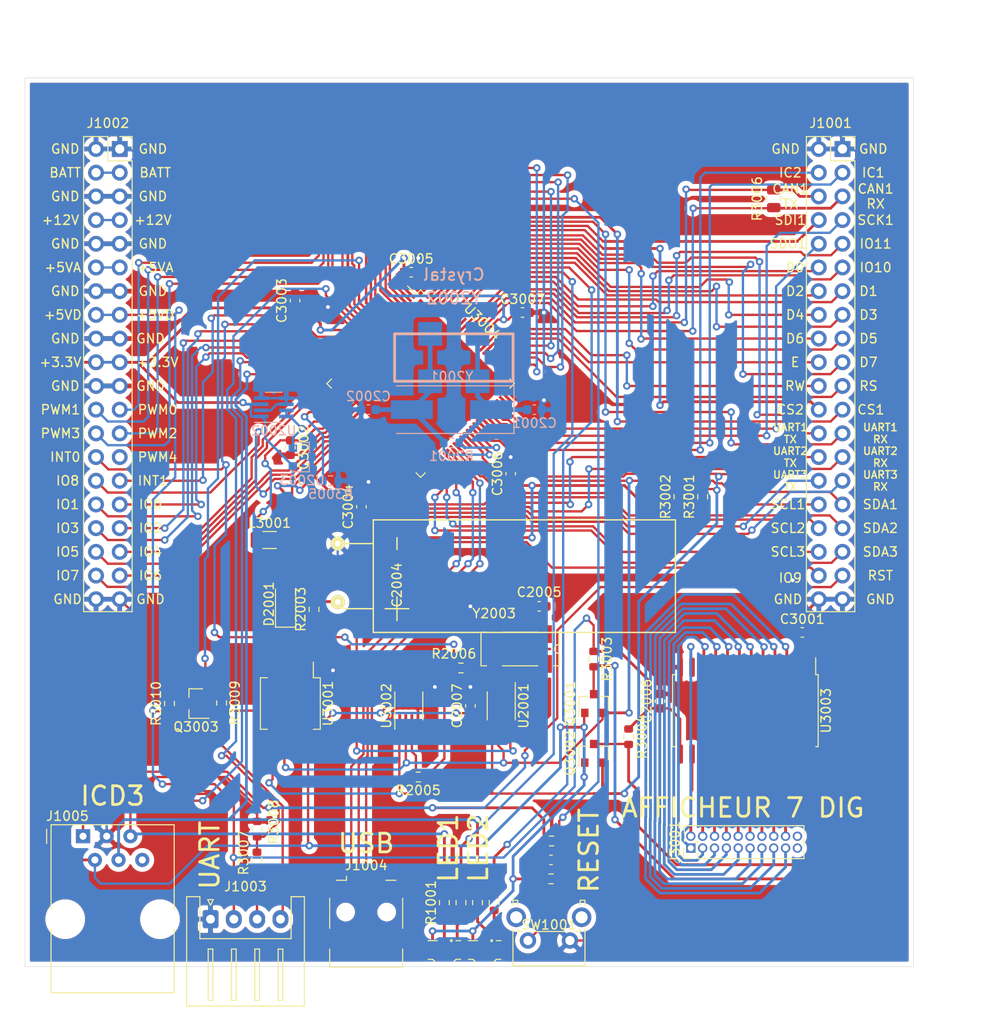
<source format=kicad_pcb>
(kicad_pcb (version 20171130) (host pcbnew 5.1.9+dfsg1-1)
  (layers (0 F.Cu signal) (31 B.Cu signal) (34 B.Paste user) (35 F.Paste user) (36 B.SilkS user) (37 F.SilkS user) (38 B.Mask user) (39 F.Mask user) (44 Edge.Cuts user))
  (net 0 "")
  (net 1 "Net-(C2001-Pad1)")
  (net 2 GND)
  (net 3 "Net-(C2002-Pad1)")
  (net 4 /RST)
  (net 5 "Net-(D1001-Pad2)")
  (net 6 +3V3)
  (net 7 "Net-(D1001-Pad1)")
  (net 8 "Net-(D1002-Pad1)")
  (net 9 "Net-(D1002-Pad2)")
  (net 10 /IO9)
  (net 11 /SCL1)
  (net 12 /SDA1)
  (net 13 /UART-TX3)
  (net 14 /UART-RX3)
  (net 15 /UART-TX1)
  (net 16 /UART-RX1)
  (net 17 /RW)
  (net 18 /RS)
  (net 19 /E)
  (net 20 /D7)
  (net 21 /D6)
  (net 22 /D5)
  (net 23 /D4)
  (net 24 /D3)
  (net 25 /D2)
  (net 26 /D1)
  (net 27 /D0)
  (net 28 +BATT)
  (net 29 +12V)
  (net 30 +5VA)
  (net 31 +5VD)
  (net 32 /PWM0)
  (net 33 /PWM1)
  (net 34 /PWM2)
  (net 35 /INT0)
  (net 36 /INT1)
  (net 37 /IO8)
  (net 38 /IO0)
  (net 39 /IO1)
  (net 40 /IO2)
  (net 41 /IO3)
  (net 42 /IO4)
  (net 43 /IO5)
  (net 44 /IO6)
  (net 45 /IO7)
  (net 46 /USBP)
  (net 47 /USBN)
  (net 48 /VBUS)
  (net 49 /PGEC1)
  (net 50 /PGED1)
  (net 51 "Net-(R2002-Pad2)")
  (net 52 /UART-TX2)
  (net 53 /UART-RX2)
  (net 54 /UART-TX0)
  (net 55 /UART-RX0)
  (net 56 "Net-(C3001-Pad1)")
  (net 57 "Net-(Q3001-Pad3)")
  (net 58 "Net-(Q3002-Pad3)")
  (net 59 "Net-(C2004-Pad1)")
  (net 60 "Net-(C2005-Pad1)")
  (net 61 "Net-(D2001-Pad1)")
  (net 62 /SCL3)
  (net 63 /SDA3)
  (net 64 /SCL2)
  (net 65 /SDA2)
  (net 66 /CS2)
  (net 67 /CS1)
  (net 68 /IO10)
  (net 69 /IO11)
  (net 70 /IC2)
  (net 71 /IC1)
  (net 72 /PWM3)
  (net 73 "Net-(J3001-Pad1)")
  (net 74 "Net-(J3001-Pad2)")
  (net 75 "Net-(J3001-Pad3)")
  (net 76 "Net-(J3001-Pad4)")
  (net 77 "Net-(J3001-Pad5)")
  (net 78 "Net-(J3001-Pad6)")
  (net 79 "Net-(J3001-Pad7)")
  (net 80 "Net-(J3001-Pad8)")
  (net 81 "Net-(J3001-Pad9)")
  (net 82 "Net-(J3001-Pad10)")
  (net 83 "Net-(J3001-Pad11)")
  (net 84 "Net-(J3001-Pad12)")
  (net 85 "Net-(J3001-Pad13)")
  (net 86 "Net-(J3001-Pad14)")
  (net 87 "Net-(J3001-Pad15)")
  (net 88 "Net-(J3001-Pad16)")
  (net 89 "Net-(J3001-Pad17)")
  (net 90 "Net-(J3001-Pad18)")
  (net 91 /LED1)
  (net 92 /LED2)
  (net 93 "Net-(R2005-Pad2)")
  (net 94 "Net-(R2006-Pad2)")
  (net 95 "Net-(R3005-Pad1)")
  (net 96 "Net-(U2001-Pad2)")
  (net 97 /SDI1)
  (net 98 /SCK1)
  (net 99 /SDO1)
  (net 100 /CAN1TX)
  (net 101 /CAN1RX)
  (net 102 "Net-(U2002-Pad7)")
  (net 103 "Net-(C3002-Pad1)")
  (net 104 "Net-(R3007-Pad2)")
  (net 105 /PIC32MX795F512L/UART-TX)
  (module Package_SO:SO-8_5.3x6.2mm_P1.27mm (layer F.Cu) (at 155.448 117.856 270)
    (fp_text reference U3001 (at 0 -4.05 90) (layer F.SilkS))
    (fp_text value 24LC1025)
    (pad 1 smd roundrect (at -3.5 -1.905 270) (size 1.9 0.6) (layers F.Cu F.Paste F.Mask) (net 2 GND))
    (pad 2 smd roundrect (at -3.5 -0.635 270) (size 1.9 0.6) (layers F.Cu F.Paste F.Mask) (net 2 GND))
    (pad 3 smd roundrect (at -3.5 0.635 270) (size 1.9 0.6) (layers F.Cu F.Paste F.Mask) (net 2 GND))
    (pad 4 smd roundrect (at -3.5 1.905 270) (size 1.9 0.6) (layers F.Cu F.Paste F.Mask) (net 2 GND))
    (pad 5 smd roundrect (at 3.5 1.905 270) (size 1.9 0.6) (layers F.Cu F.Paste F.Mask) (net 12 /SDA1))
    (pad 6 smd roundrect (at 3.5 0.635 270) (size 1.9 0.6) (layers F.Cu F.Paste F.Mask) (net 11 /SCL1))
    (pad 7 smd roundrect (at 3.5 -0.635 270) (size 1.9 0.6) (layers F.Cu F.Paste F.Mask))
    (pad 8 smd roundrect (at 3.5 -1.905 270) (size 1.9 0.6) (layers F.Cu F.Paste F.Mask) (net 6 +3V3))
  )
  (module Resistor_SMD:R_0603_1608Metric (layer F.Cu) (at 173.736 139.192 90)
    (fp_text reference R1002 hide)
    (fp_text value R)
    (pad 2 smd roundrect (at 0.825 0 90) (size 0.8 0.95) (layers F.Cu F.Paste F.Mask) (net 91 /LED1))
    (pad 1 smd roundrect (at -0.825 0 90) (size 0.8 0.95) (layers F.Cu F.Paste F.Mask) (net 7 "Net-(D1001-Pad1)"))
  )
  (module Resistor_SMD:R_0603_1608Metric (layer B.Cu) (at 159.766 93.98)
    (fp_text reference R3005 (at 0 1.43) (layer B.SilkS) (effects (justify mirror)))
    (fp_text value 0)
    (pad 2 smd roundrect (at 0.825 0) (size 0.8 0.95) (layers B.Cu B.Paste B.Mask) (net 2 GND))
    (pad 1 smd roundrect (at -0.825 0) (size 0.8 0.95) (layers B.Cu B.Paste B.Mask) (net 95 "Net-(R3005-Pad1)"))
  )
  (module Capacitor_SMD:C_0603_1608Metric (layer F.Cu) (at 163.068 96.774 90)
    (fp_text reference C3004 (at 0 -1.43 90) (layer F.SilkS))
    (fp_text value 100n)
    (pad 1 smd roundrect (at -0.775 0 90) (size 0.9 0.95) (layers F.Cu F.Paste F.Mask) (net 6 +3V3))
    (pad 2 smd roundrect (at 0.775 0 90) (size 0.9 0.95) (layers F.Cu F.Paste F.Mask) (net 2 GND))
  )
  (module Package_QFP:TQFP-100_14x14mm_P0.5mm (layer F.Cu) (at 169.418 83.566 315)
    (fp_text reference U3004 (at 0 -9.35 135) (layer F.SilkS))
    (fp_text value PIC32MX795F512L)
    (pad 1 smd roundrect (at -7.6625 -6 315) (size 1.475 0.3) (layers F.Cu F.Paste F.Mask))
    (pad 2 smd roundrect (at -7.6625 -5.5 315) (size 1.475 0.3) (layers F.Cu F.Paste F.Mask) (net 6 +3V3))
    (pad 3 smd roundrect (at -7.6625 -5 315) (size 1.475 0.3) (layers F.Cu F.Paste F.Mask) (net 22 /D5))
    (pad 4 smd roundrect (at -7.6625 -4.5 315) (size 1.475 0.3) (layers F.Cu F.Paste F.Mask) (net 21 /D6))
    (pad 5 smd roundrect (at -7.6625 -4 315) (size 1.475 0.3) (layers F.Cu F.Paste F.Mask) (net 20 /D7))
    (pad 6 smd roundrect (at -7.6625 -3.5 315) (size 1.475 0.3) (layers F.Cu F.Paste F.Mask))
    (pad 7 smd roundrect (at -7.6625 -3 315) (size 1.475 0.3) (layers F.Cu F.Paste F.Mask) (net 67 /CS1))
    (pad 8 smd roundrect (at -7.6625 -2.5 315) (size 1.475 0.3) (layers F.Cu F.Paste F.Mask) (net 66 /CS2))
    (pad 9 smd roundrect (at -7.6625 -2 315) (size 1.475 0.3) (layers F.Cu F.Paste F.Mask) (net 97 /SDI1))
    (pad 10 smd roundrect (at -7.6625 -1.5 315) (size 1.475 0.3) (layers F.Cu F.Paste F.Mask) (net 105 /PIC32MX795F512L/UART-TX))
    (pad 11 smd roundrect (at -7.6625 -1 315) (size 1.475 0.3) (layers F.Cu F.Paste F.Mask) (net 16 /UART-RX1))
    (pad 12 smd roundrect (at -7.6625 -0.5 315) (size 1.475 0.3) (layers F.Cu F.Paste F.Mask) (net 15 /UART-TX1))
    (pad 13 smd roundrect (at -7.6625 0 315) (size 1.475 0.3) (layers F.Cu F.Paste F.Mask) (net 51 "Net-(R2002-Pad2)"))
    (pad 14 smd roundrect (at -7.6625 0.5 315) (size 1.475 0.3) (layers F.Cu F.Paste F.Mask) (net 104 "Net-(R3007-Pad2)"))
    (pad 15 smd roundrect (at -7.6625 1 315) (size 1.475 0.3) (layers F.Cu F.Paste F.Mask) (net 2 GND))
    (pad 16 smd roundrect (at -7.6625 1.5 315) (size 1.475 0.3) (layers F.Cu F.Paste F.Mask) (net 6 +3V3))
    (pad 17 smd roundrect (at -7.6625 2 315) (size 1.475 0.3) (layers F.Cu F.Paste F.Mask))
    (pad 18 smd roundrect (at -7.6625 2.5 315) (size 1.475 0.3) (layers F.Cu F.Paste F.Mask) (net 36 /INT1))
    (pad 19 smd roundrect (at -7.6625 3 315) (size 1.475 0.3) (layers F.Cu F.Paste F.Mask) (net 35 /INT0))
    (pad 20 smd roundrect (at -7.6625 3.5 315) (size 1.475 0.3) (layers F.Cu F.Paste F.Mask) (net 41 /IO3))
    (pad 21 smd roundrect (at -7.6625 4 315) (size 1.475 0.3) (layers F.Cu F.Paste F.Mask) (net 40 /IO2))
    (pad 22 smd roundrect (at -7.6625 4.5 315) (size 1.475 0.3) (layers F.Cu F.Paste F.Mask) (net 39 /IO1))
    (pad 23 smd roundrect (at -7.6625 5 315) (size 1.475 0.3) (layers F.Cu F.Paste F.Mask) (net 38 /IO0))
    (pad 24 smd roundrect (at -7.6625 5.5 315) (size 1.475 0.3) (layers F.Cu F.Paste F.Mask) (net 49 /PGEC1))
    (pad 25 smd roundrect (at -7.6625 6 315) (size 1.475 0.3) (layers F.Cu F.Paste F.Mask) (net 50 /PGED1))
    (pad 26 smd roundrect (at -6 7.6625 315) (size 0.3 1.475) (layers F.Cu F.Paste F.Mask) (net 42 /IO4))
    (pad 27 smd roundrect (at -5.5 7.6625 315) (size 0.3 1.475) (layers F.Cu F.Paste F.Mask) (net 43 /IO5))
    (pad 28 smd roundrect (at -5 7.6625 315) (size 0.3 1.475) (layers F.Cu F.Paste F.Mask) (net 95 "Net-(R3005-Pad1)"))
    (pad 29 smd roundrect (at -4.5 7.6625 315) (size 0.3 1.475) (layers F.Cu F.Paste F.Mask) (net 102 "Net-(U2002-Pad7)"))
    (pad 30 smd roundrect (at -4 7.6625 315) (size 0.3 1.475) (layers F.Cu F.Paste F.Mask) (net 103 "Net-(C3002-Pad1)"))
    (pad 31 smd roundrect (at -3.5 7.6625 315) (size 0.3 1.475) (layers F.Cu F.Paste F.Mask) (net 2 GND))
    (pad 32 smd roundrect (at -3 7.6625 315) (size 0.3 1.475) (layers F.Cu F.Paste F.Mask) (net 44 /IO6))
    (pad 33 smd roundrect (at -2.5 7.6625 315) (size 0.3 1.475) (layers F.Cu F.Paste F.Mask) (net 45 /IO7))
    (pad 34 smd roundrect (at -2 7.6625 315) (size 0.3 1.475) (layers F.Cu F.Paste F.Mask) (net 37 /IO8))
    (pad 35 smd roundrect (at -1.5 7.6625 315) (size 0.3 1.475) (layers F.Cu F.Paste F.Mask) (net 10 /IO9))
    (pad 36 smd roundrect (at -1 7.6625 315) (size 0.3 1.475) (layers F.Cu F.Paste F.Mask) (net 2 GND))
    (pad 37 smd roundrect (at -0.5 7.6625 315) (size 0.3 1.475) (layers F.Cu F.Paste F.Mask) (net 6 +3V3))
    (pad 38 smd roundrect (at 0 7.6625 315) (size 0.3 1.475) (layers F.Cu F.Paste F.Mask))
    (pad 39 smd roundrect (at 0.5 7.6625 315) (size 0.3 1.475) (layers F.Cu F.Paste F.Mask))
    (pad 40 smd roundrect (at 1 7.6625 315) (size 0.3 1.475) (layers F.Cu F.Paste F.Mask))
    (pad 41 smd roundrect (at 1.5 7.6625 315) (size 0.3 1.475) (layers F.Cu F.Paste F.Mask))
    (pad 42 smd roundrect (at 2 7.6625 315) (size 0.3 1.475) (layers F.Cu F.Paste F.Mask))
    (pad 43 smd roundrect (at 2.5 7.6625 315) (size 0.3 1.475) (layers F.Cu F.Paste F.Mask))
    (pad 44 smd roundrect (at 3 7.6625 315) (size 0.3 1.475) (layers F.Cu F.Paste F.Mask))
    (pad 45 smd roundrect (at 3.5 7.6625 315) (size 0.3 1.475) (layers F.Cu F.Paste F.Mask) (net 2 GND))
    (pad 46 smd roundrect (at 4 7.6625 315) (size 0.3 1.475) (layers F.Cu F.Paste F.Mask) (net 6 +3V3))
    (pad 47 smd roundrect (at 4.5 7.6625 315) (size 0.3 1.475) (layers F.Cu F.Paste F.Mask) (net 14 /UART-RX3))
    (pad 48 smd roundrect (at 5 7.6625 315) (size 0.3 1.475) (layers F.Cu F.Paste F.Mask) (net 13 /UART-TX3))
    (pad 49 smd roundrect (at 5.5 7.6625 315) (size 0.3 1.475) (layers F.Cu F.Paste F.Mask) (net 53 /UART-RX2))
    (pad 50 smd roundrect (at 6 7.6625 315) (size 0.3 1.475) (layers F.Cu F.Paste F.Mask) (net 52 /UART-TX2))
    (pad 51 smd roundrect (at 7.6625 6 315) (size 1.475 0.3) (layers F.Cu F.Paste F.Mask))
    (pad 52 smd roundrect (at 7.6625 5.5 315) (size 1.475 0.3) (layers F.Cu F.Paste F.Mask) (net 63 /SDA3))
    (pad 53 smd roundrect (at 7.6625 5 315) (size 1.475 0.3) (layers F.Cu F.Paste F.Mask) (net 62 /SCL3))
    (pad 54 smd roundrect (at 7.6625 4.5 315) (size 1.475 0.3) (layers F.Cu F.Paste F.Mask) (net 48 /VBUS))
    (pad 55 smd roundrect (at 7.6625 4 315) (size 1.475 0.3) (layers F.Cu F.Paste F.Mask))
    (pad 56 smd roundrect (at 7.6625 3.5 315) (size 1.475 0.3) (layers F.Cu F.Paste F.Mask) (net 47 /USBN))
    (pad 57 smd roundrect (at 7.6625 3 315) (size 1.475 0.3) (layers F.Cu F.Paste F.Mask) (net 46 /USBP))
    (pad 58 smd roundrect (at 7.6625 2.5 315) (size 1.475 0.3) (layers F.Cu F.Paste F.Mask) (net 64 /SCL2))
    (pad 59 smd roundrect (at 7.6625 2 315) (size 1.475 0.3) (layers F.Cu F.Paste F.Mask) (net 65 /SDA2))
    (pad 60 smd roundrect (at 7.6625 1.5 315) (size 1.475 0.3) (layers F.Cu F.Paste F.Mask))
    (pad 61 smd roundrect (at 7.6625 1 315) (size 1.475 0.3) (layers F.Cu F.Paste F.Mask))
    (pad 62 smd roundrect (at 7.6625 0.5 315) (size 1.475 0.3) (layers F.Cu F.Paste F.Mask) (net 6 +3V3))
    (pad 63 smd roundrect (at 7.6625 0 315) (size 1.475 0.3) (layers F.Cu F.Paste F.Mask) (net 3 "Net-(C2002-Pad1)"))
    (pad 64 smd roundrect (at 7.6625 -0.5 315) (size 1.475 0.3) (layers F.Cu F.Paste F.Mask) (net 1 "Net-(C2001-Pad1)"))
    (pad 65 smd roundrect (at 7.6625 -1 315) (size 1.475 0.3) (layers F.Cu F.Paste F.Mask) (net 2 GND))
    (pad 66 smd roundrect (at 7.6625 -1.5 315) (size 1.475 0.3) (layers F.Cu F.Paste F.Mask) (net 11 /SCL1))
    (pad 67 smd roundrect (at 7.6625 -2 315) (size 1.475 0.3) (layers F.Cu F.Paste F.Mask) (net 12 /SDA1))
    (pad 68 smd roundrect (at 7.6625 -2.5 315) (size 1.475 0.3) (layers F.Cu F.Paste F.Mask) (net 70 /IC2))
    (pad 69 smd roundrect (at 7.6625 -3 315) (size 1.475 0.3) (layers F.Cu F.Paste F.Mask) (net 71 /IC1))
    (pad 70 smd roundrect (at 7.6625 -3.5 315) (size 1.475 0.3) (layers F.Cu F.Paste F.Mask) (net 98 /SCK1))
    (pad 71 smd roundrect (at 7.6625 -4 315) (size 1.475 0.3) (layers F.Cu F.Paste F.Mask))
    (pad 72 smd roundrect (at 7.6625 -4.5 315) (size 1.475 0.3) (layers F.Cu F.Paste F.Mask) (net 99 /SDO1))
    (pad 73 smd roundrect (at 7.6625 -5 315) (size 1.475 0.3) (layers F.Cu F.Paste F.Mask))
    (pad 74 smd roundrect (at 7.6625 -5.5 315) (size 1.475 0.3) (layers F.Cu F.Paste F.Mask))
    (pad 75 smd roundrect (at 7.6625 -6 315) (size 1.475 0.3) (layers F.Cu F.Paste F.Mask) (net 2 GND))
    (pad 76 smd roundrect (at 6 -7.6625 315) (size 0.3 1.475) (layers F.Cu F.Paste F.Mask) (net 32 /PWM0))
    (pad 77 smd roundrect (at 5.5 -7.6625 315) (size 0.3 1.475) (layers F.Cu F.Paste F.Mask) (net 33 /PWM1))
    (pad 78 smd roundrect (at 5 -7.6625 315) (size 0.3 1.475) (layers F.Cu F.Paste F.Mask) (net 34 /PWM2))
    (pad 79 smd roundrect (at 4.5 -7.6625 315) (size 0.3 1.475) (layers F.Cu F.Paste F.Mask))
    (pad 80 smd roundrect (at 4 -7.6625 315) (size 0.3 1.475) (layers F.Cu F.Paste F.Mask))
    (pad 81 smd roundrect (at 3.5 -7.6625 315) (size 0.3 1.475) (layers F.Cu F.Paste F.Mask) (net 72 /PWM3))
    (pad 82 smd roundrect (at 3 -7.6625 315) (size 0.3 1.475) (layers F.Cu F.Paste F.Mask) (net 18 /RS))
    (pad 83 smd roundrect (at 2.5 -7.6625 315) (size 0.3 1.475) (layers F.Cu F.Paste F.Mask) (net 19 /E))
    (pad 84 smd roundrect (at 2 -7.6625 315) (size 0.3 1.475) (layers F.Cu F.Paste F.Mask) (net 17 /RW))
    (pad 85 smd roundrect (at 1.5 -7.6625 315) (size 0.3 1.475) (layers F.Cu F.Paste F.Mask))
    (pad 86 smd roundrect (at 1 -7.6625 315) (size 0.3 1.475) (layers F.Cu F.Paste F.Mask) (net 6 +3V3))
    (pad 87 smd roundrect (at 0.5 -7.6625 315) (size 0.3 1.475) (layers F.Cu F.Paste F.Mask) (net 101 /CAN1RX))
    (pad 88 smd roundrect (at 0 -7.6625 315) (size 0.3 1.475) (layers F.Cu F.Paste F.Mask) (net 100 /CAN1TX))
    (pad 89 smd roundrect (at -0.5 -7.6625 315) (size 0.3 1.475) (layers F.Cu F.Paste F.Mask) (net 69 /IO11))
    (pad 90 smd roundrect (at -1 -7.6625 315) (size 0.3 1.475) (layers F.Cu F.Paste F.Mask) (net 68 /IO10))
    (pad 91 smd roundrect (at -1.5 -7.6625 315) (size 0.3 1.475) (layers F.Cu F.Paste F.Mask))
    (pad 92 smd roundrect (at -2 -7.6625 315) (size 0.3 1.475) (layers F.Cu F.Paste F.Mask))
    (pad 93 smd roundrect (at -2.5 -7.6625 315) (size 0.3 1.475) (layers F.Cu F.Paste F.Mask) (net 27 /D0))
    (pad 94 smd roundrect (at -3 -7.6625 315) (size 0.3 1.475) (layers F.Cu F.Paste F.Mask) (net 26 /D1))
    (pad 95 smd roundrect (at -3.5 -7.6625 315) (size 0.3 1.475) (layers F.Cu F.Paste F.Mask))
    (pad 96 smd roundrect (at -4 -7.6625 315) (size 0.3 1.475) (layers F.Cu F.Paste F.Mask) (net 91 /LED1))
    (pad 97 smd roundrect (at -4.5 -7.6625 315) (size 0.3 1.475) (layers F.Cu F.Paste F.Mask) (net 92 /LED2))
    (pad 98 smd roundrect (at -5 -7.6625 315) (size 0.3 1.475) (layers F.Cu F.Paste F.Mask) (net 25 /D2))
    (pad 99 smd roundrect (at -5.5 -7.6625 315) (size 0.3 1.475) (layers F.Cu F.Paste F.Mask) (net 24 /D3))
    (pad 100 smd roundrect (at -6 -7.6625 315) (size 0.3 1.475) (layers F.Cu F.Paste F.Mask) (net 23 /D4))
  )
  (module Resistor_SMD:R_0603_1608Metric (layer F.Cu) (at 171.958 139.192 90)
    (fp_text reference R1001 (at 0 -1.43 90) (layer F.SilkS))
    (fp_text value R)
    (pad 1 smd roundrect (at -0.825 0 90) (size 0.8 0.95) (layers F.Cu F.Paste F.Mask) (net 5 "Net-(D1001-Pad2)"))
    (pad 2 smd roundrect (at 0.825 0 90) (size 0.8 0.95) (layers F.Cu F.Paste F.Mask) (net 49 /PGEC1))
  )
  (module Resistor_SMD:R_0603_1608Metric (layer F.Cu) (at 175.514 139.192 90)
    (fp_text reference R1003 hide)
    (fp_text value R)
    (pad 2 smd roundrect (at 0.825 0 90) (size 0.8 0.95) (layers F.Cu F.Paste F.Mask) (net 50 /PGED1))
    (pad 1 smd roundrect (at -0.825 0 90) (size 0.8 0.95) (layers F.Cu F.Paste F.Mask) (net 9 "Net-(D1002-Pad2)"))
  )
  (module LED_SMD:LED_LiteOn_LTST-S326 (layer F.Cu) (at 176.276 144.272 270)
    (fp_text reference D1002 hide)
    (fp_text value LED_Dual_CCA)
    (pad 2 smd rect (at -0.65 0 90) (size 0.9 0.9) (layers F.Cu F.Paste F.Mask) (net 9 "Net-(D1002-Pad2)"))
    (pad 1 smd rect (at 0 -1.375 90) (size 1.5 0.75) (layers F.Cu F.Paste F.Mask) (net 8 "Net-(D1002-Pad1)"))
    (pad 3 smd rect (at 0 1.375 90) (size 1.5 0.75) (layers F.Cu F.Paste F.Mask) (net 6 +3V3))
  )
  (module Resistor_SMD:R_0603_1608Metric (layer F.Cu) (at 177.292 139.192 90)
    (fp_text reference R1004 hide)
    (fp_text value R)
    (pad 1 smd roundrect (at -0.825 0 90) (size 0.8 0.95) (layers F.Cu F.Paste F.Mask) (net 8 "Net-(D1002-Pad1)"))
    (pad 2 smd roundrect (at 0.825 0 90) (size 0.8 0.95) (layers F.Cu F.Paste F.Mask) (net 92 /LED2))
  )
  (module LED_SMD:LED_LiteOn_LTST-S326 (layer F.Cu) (at 171.958 144.272 270)
    (fp_text reference D1001 hide)
    (fp_text value LED_Dual_CCA)
    (pad 3 smd rect (at 0 1.375 90) (size 1.5 0.75) (layers F.Cu F.Paste F.Mask) (net 6 +3V3))
    (pad 1 smd rect (at 0 -1.375 90) (size 1.5 0.75) (layers F.Cu F.Paste F.Mask) (net 7 "Net-(D1001-Pad1)"))
    (pad 2 smd rect (at -0.65 0 90) (size 0.9 0.9) (layers F.Cu F.Paste F.Mask) (net 5 "Net-(D1001-Pad2)"))
  )
  (module Connector_RJ:RJ12_Amphenol_54601 (layer F.Cu) (at 133.228 132.08)
    (fp_text reference J1005 (at -1.67 -2.16) (layer F.SilkS))
    (fp_text value RJ12)
    (pad "" np_thru_hole circle (at 8.25 8.89) (size 3.25 3.25) (drill 3.25) (layers *.Cu *.Mask))
    (pad 6 thru_hole circle (at 6.35 2.54) (size 1.52 1.52) (drill 0.76) (layers *.Cu *.Mask))
    (pad 5 thru_hole circle (at 5.08 0) (size 1.52 1.52) (drill 0.76) (layers *.Cu *.Mask) (net 49 /PGEC1))
    (pad 4 thru_hole circle (at 3.81 2.54) (size 1.52 1.52) (drill 0.76) (layers *.Cu *.Mask) (net 50 /PGED1))
    (pad 3 thru_hole circle (at 2.54 0) (size 1.52 1.52) (drill 0.76) (layers *.Cu *.Mask) (net 2 GND))
    (pad 2 thru_hole circle (at 1.27 2.54) (size 1.52 1.52) (drill 0.76) (layers *.Cu *.Mask) (net 6 +3V3))
    (pad "" np_thru_hole circle (at -1.91 8.89) (size 3.25 3.25) (drill 3.25) (layers *.Cu *.Mask))
    (pad 1 thru_hole rect (at 0 0) (size 1.52 1.52) (drill 0.76) (layers *.Cu *.Mask) (net 4 /RST))
  )
  (module F4DEB-LIBRARY-KICAD5:QTZ (layer B.Cu) (at 172.974 80.772 180)
    (fp_text reference Y2002 (at 0 6.35) (layer B.SilkS) (effects (font (size 1.27 1.27) (thickness 0.2032)) (justify mirror)))
    (fp_text value Crystal (at 0 8.89) (layer B.SilkS) (effects (font (size 1.27 1.27) (thickness 0.2032)) (justify mirror)))
    (pad 1 smd rect (at -2.54 2.54 180) (size 2.54 2.54) (layers B.Cu B.Paste B.Mask) (net 1 "Net-(C2001-Pad1)"))
    (pad 2 smd rect (at 2.54 2.54 180) (size 2.54 2.54) (layers B.Cu B.Paste B.Mask) (net 3 "Net-(C2002-Pad1)"))
    (pad 2 smd rect (at 2.54 -2.54 180) (size 2.54 2.54) (layers B.Cu B.Paste B.Mask) (net 3 "Net-(C2002-Pad1)"))
    (pad 1 smd rect (at -2.54 -2.54 180) (size 2.54 2.54) (layers B.Cu B.Paste B.Mask) (net 1 "Net-(C2001-Pad1)"))
  )
  (module Capacitor_SMD:C_0603_1608Metric (layer B.Cu) (at 181.61 86.36)
    (fp_text reference C2001 (at 0 1.43) (layer B.SilkS) (effects (justify mirror)))
    (fp_text value C)
    (pad 1 smd roundrect (at -0.775 0) (size 0.9 0.95) (layers B.Cu B.Paste B.Mask) (net 1 "Net-(C2001-Pad1)"))
    (pad 2 smd roundrect (at 0.775 0) (size 0.9 0.95) (layers B.Cu B.Paste B.Mask) (net 2 GND))
  )
  (module Capacitor_SMD:C_0603_1608Metric (layer B.Cu) (at 163.817 86.36 180)
    (fp_text reference C2002 (at 0 1.43) (layer B.SilkS) (effects (justify mirror)))
    (fp_text value C)
    (pad 2 smd roundrect (at 0.775 0 180) (size 0.9 0.95) (layers B.Cu B.Paste B.Mask) (net 2 GND))
    (pad 1 smd roundrect (at -0.775 0 180) (size 0.9 0.95) (layers B.Cu B.Paste B.Mask) (net 3 "Net-(C2002-Pad1)"))
  )
  (module Capacitor_SMD:C_0603_1608Metric (layer F.Cu) (at 183.388 134.62)
    (fp_text reference C2003 hide)
    (fp_text value C)
    (pad 1 smd roundrect (at -0.775 0) (size 0.9 0.95) (layers F.Cu F.Paste F.Mask) (net 4 /RST))
    (pad 2 smd roundrect (at 0.775 0) (size 0.9 0.95) (layers F.Cu F.Paste F.Mask) (net 2 GND))
  )
  (module Connector_PinSocket_2.54mm:PinSocket_2x20_P2.54mm_Vertical (layer F.Cu) (at 214.63 58.42)
    (fp_text reference J1001 (at -1.27 -2.77) (layer F.SilkS))
    (fp_text value Conn_02x20_Odd_Even)
    (pad 40 thru_hole oval (at -2.54 48.26) (size 1.7 1.7) (drill 1) (layers *.Cu *.Mask) (net 2 GND))
    (pad 39 thru_hole oval (at 0 48.26) (size 1.7 1.7) (drill 1) (layers *.Cu *.Mask) (net 2 GND))
    (pad 38 thru_hole oval (at -2.54 45.72) (size 1.7 1.7) (drill 1) (layers *.Cu *.Mask) (net 10 /IO9))
    (pad 37 thru_hole oval (at 0 45.72) (size 1.7 1.7) (drill 1) (layers *.Cu *.Mask) (net 4 /RST))
    (pad 36 thru_hole oval (at -2.54 43.18) (size 1.7 1.7) (drill 1) (layers *.Cu *.Mask) (net 62 /SCL3))
    (pad 35 thru_hole oval (at 0 43.18) (size 1.7 1.7) (drill 1) (layers *.Cu *.Mask) (net 63 /SDA3))
    (pad 34 thru_hole oval (at -2.54 40.64) (size 1.7 1.7) (drill 1) (layers *.Cu *.Mask) (net 64 /SCL2))
    (pad 33 thru_hole oval (at 0 40.64) (size 1.7 1.7) (drill 1) (layers *.Cu *.Mask) (net 65 /SDA2))
    (pad 32 thru_hole oval (at -2.54 38.1) (size 1.7 1.7) (drill 1) (layers *.Cu *.Mask) (net 11 /SCL1))
    (pad 31 thru_hole oval (at 0 38.1) (size 1.7 1.7) (drill 1) (layers *.Cu *.Mask) (net 12 /SDA1))
    (pad 30 thru_hole oval (at -2.54 35.56) (size 1.7 1.7) (drill 1) (layers *.Cu *.Mask) (net 13 /UART-TX3))
    (pad 29 thru_hole oval (at 0 35.56) (size 1.7 1.7) (drill 1) (layers *.Cu *.Mask) (net 14 /UART-RX3))
    (pad 28 thru_hole oval (at -2.54 33.02) (size 1.7 1.7) (drill 1) (layers *.Cu *.Mask) (net 52 /UART-TX2))
    (pad 27 thru_hole oval (at 0 33.02) (size 1.7 1.7) (drill 1) (layers *.Cu *.Mask) (net 53 /UART-RX2))
    (pad 26 thru_hole oval (at -2.54 30.48) (size 1.7 1.7) (drill 1) (layers *.Cu *.Mask) (net 15 /UART-TX1))
    (pad 25 thru_hole oval (at 0 30.48) (size 1.7 1.7) (drill 1) (layers *.Cu *.Mask) (net 16 /UART-RX1))
    (pad 24 thru_hole oval (at -2.54 27.94) (size 1.7 1.7) (drill 1) (layers *.Cu *.Mask) (net 66 /CS2))
    (pad 23 thru_hole oval (at 0 27.94) (size 1.7 1.7) (drill 1) (layers *.Cu *.Mask) (net 67 /CS1))
    (pad 22 thru_hole oval (at -2.54 25.4) (size 1.7 1.7) (drill 1) (layers *.Cu *.Mask) (net 17 /RW))
    (pad 21 thru_hole oval (at 0 25.4) (size 1.7 1.7) (drill 1) (layers *.Cu *.Mask) (net 18 /RS))
    (pad 20 thru_hole oval (at -2.54 22.86) (size 1.7 1.7) (drill 1) (layers *.Cu *.Mask) (net 19 /E))
    (pad 19 thru_hole oval (at 0 22.86) (size 1.7 1.7) (drill 1) (layers *.Cu *.Mask) (net 20 /D7))
    (pad 18 thru_hole oval (at -2.54 20.32) (size 1.7 1.7) (drill 1) (layers *.Cu *.Mask) (net 21 /D6))
    (pad 17 thru_hole oval (at 0 20.32) (size 1.7 1.7) (drill 1) (layers *.Cu *.Mask) (net 22 /D5))
    (pad 16 thru_hole oval (at -2.54 17.78) (size 1.7 1.7) (drill 1) (layers *.Cu *.Mask) (net 23 /D4))
    (pad 15 thru_hole oval (at 0 17.78) (size 1.7 1.7) (drill 1) (layers *.Cu *.Mask) (net 24 /D3))
    (pad 14 thru_hole oval (at -2.54 15.24) (size 1.7 1.7) (drill 1) (layers *.Cu *.Mask) (net 25 /D2))
    (pad 13 thru_hole oval (at 0 15.24) (size 1.7 1.7) (drill 1) (layers *.Cu *.Mask) (net 26 /D1))
    (pad 12 thru_hole oval (at -2.54 12.7) (size 1.7 1.7) (drill 1) (layers *.Cu *.Mask) (net 27 /D0))
    (pad 11 thru_hole oval (at 0 12.7) (size 1.7 1.7) (drill 1) (layers *.Cu *.Mask) (net 68 /IO10))
    (pad 10 thru_hole oval (at -2.54 10.16) (size 1.7 1.7) (drill 1) (layers *.Cu *.Mask) (net 99 /SDO1))
    (pad 9 thru_hole oval (at 0 10.16) (size 1.7 1.7) (drill 1) (layers *.Cu *.Mask) (net 69 /IO11))
    (pad 8 thru_hole oval (at -2.54 7.62) (size 1.7 1.7) (drill 1) (layers *.Cu *.Mask) (net 97 /SDI1))
    (pad 7 thru_hole oval (at 0 7.62) (size 1.7 1.7) (drill 1) (layers *.Cu *.Mask) (net 98 /SCK1))
    (pad 6 thru_hole oval (at -2.54 5.08) (size 1.7 1.7) (drill 1) (layers *.Cu *.Mask) (net 100 /CAN1TX))
    (pad 5 thru_hole oval (at 0 5.08) (size 1.7 1.7) (drill 1) (layers *.Cu *.Mask) (net 101 /CAN1RX))
    (pad 4 thru_hole oval (at -2.54 2.54) (size 1.7 1.7) (drill 1) (layers *.Cu *.Mask) (net 70 /IC2))
    (pad 3 thru_hole oval (at 0 2.54) (size 1.7 1.7) (drill 1) (layers *.Cu *.Mask) (net 71 /IC1))
    (pad 2 thru_hole oval (at -2.54 0) (size 1.7 1.7) (drill 1) (layers *.Cu *.Mask) (net 2 GND))
    (pad 1 thru_hole rect (at 0 0) (size 1.7 1.7) (drill 1) (layers *.Cu *.Mask) (net 2 GND))
  )
  (module Connector_PinSocket_2.54mm:PinSocket_2x20_P2.54mm_Vertical (layer F.Cu) (at 137.16 58.42)
    (fp_text reference J1002 (at -1.27 -2.77) (layer F.SilkS))
    (fp_text value Conn_02x20_Odd_Even)
    (pad 1 thru_hole rect (at 0 0) (size 1.7 1.7) (drill 1) (layers *.Cu *.Mask) (net 2 GND))
    (pad 2 thru_hole oval (at -2.54 0) (size 1.7 1.7) (drill 1) (layers *.Cu *.Mask) (net 2 GND))
    (pad 3 thru_hole oval (at 0 2.54) (size 1.7 1.7) (drill 1) (layers *.Cu *.Mask) (net 28 +BATT))
    (pad 4 thru_hole oval (at -2.54 2.54) (size 1.7 1.7) (drill 1) (layers *.Cu *.Mask) (net 28 +BATT))
    (pad 5 thru_hole oval (at 0 5.08) (size 1.7 1.7) (drill 1) (layers *.Cu *.Mask) (net 2 GND))
    (pad 6 thru_hole oval (at -2.54 5.08) (size 1.7 1.7) (drill 1) (layers *.Cu *.Mask) (net 2 GND))
    (pad 7 thru_hole oval (at 0 7.62) (size 1.7 1.7) (drill 1) (layers *.Cu *.Mask) (net 29 +12V))
    (pad 8 thru_hole oval (at -2.54 7.62) (size 1.7 1.7) (drill 1) (layers *.Cu *.Mask) (net 29 +12V))
    (pad 9 thru_hole oval (at 0 10.16) (size 1.7 1.7) (drill 1) (layers *.Cu *.Mask) (net 2 GND))
    (pad 10 thru_hole oval (at -2.54 10.16) (size 1.7 1.7) (drill 1) (layers *.Cu *.Mask) (net 2 GND))
    (pad 11 thru_hole oval (at 0 12.7) (size 1.7 1.7) (drill 1) (layers *.Cu *.Mask) (net 30 +5VA))
    (pad 12 thru_hole oval (at -2.54 12.7) (size 1.7 1.7) (drill 1) (layers *.Cu *.Mask) (net 30 +5VA))
    (pad 13 thru_hole oval (at 0 15.24) (size 1.7 1.7) (drill 1) (layers *.Cu *.Mask) (net 2 GND))
    (pad 14 thru_hole oval (at -2.54 15.24) (size 1.7 1.7) (drill 1) (layers *.Cu *.Mask) (net 2 GND))
    (pad 15 thru_hole oval (at 0 17.78) (size 1.7 1.7) (drill 1) (layers *.Cu *.Mask) (net 31 +5VD))
    (pad 16 thru_hole oval (at -2.54 17.78) (size 1.7 1.7) (drill 1) (layers *.Cu *.Mask) (net 31 +5VD))
    (pad 17 thru_hole oval (at 0 20.32) (size 1.7 1.7) (drill 1) (layers *.Cu *.Mask) (net 2 GND))
    (pad 18 thru_hole oval (at -2.54 20.32) (size 1.7 1.7) (drill 1) (layers *.Cu *.Mask) (net 2 GND))
    (pad 19 thru_hole oval (at 0 22.86) (size 1.7 1.7) (drill 1) (layers *.Cu *.Mask) (net 6 +3V3))
    (pad 20 thru_hole oval (at -2.54 22.86) (size 1.7 1.7) (drill 1) (layers *.Cu *.Mask) (net 6 +3V3))
    (pad 21 thru_hole oval (at 0 25.4) (size 1.7 1.7) (drill 1) (layers *.Cu *.Mask) (net 2 GND))
    (pad 22 thru_hole oval (at -2.54 25.4) (size 1.7 1.7) (drill 1) (layers *.Cu *.Mask) (net 2 GND))
    (pad 23 thru_hole oval (at 0 27.94) (size 1.7 1.7) (drill 1) (layers *.Cu *.Mask) (net 32 /PWM0))
    (pad 24 thru_hole oval (at -2.54 27.94) (size 1.7 1.7) (drill 1) (layers *.Cu *.Mask) (net 33 /PWM1))
    (pad 25 thru_hole oval (at 0 30.48) (size 1.7 1.7) (drill 1) (layers *.Cu *.Mask) (net 34 /PWM2))
    (pad 26 thru_hole oval (at -2.54 30.48) (size 1.7 1.7) (drill 1) (layers *.Cu *.Mask) (net 72 /PWM3))
    (pad 27 thru_hole oval (at 0 33.02) (size 1.7 1.7) (drill 1) (layers *.Cu *.Mask))
    (pad 28 thru_hole oval (at -2.54 33.02) (size 1.7 1.7) (drill 1) (layers *.Cu *.Mask) (net 35 /INT0))
    (pad 29 thru_hole oval (at 0 35.56) (size 1.7 1.7) (drill 1) (layers *.Cu *.Mask) (net 36 /INT1))
    (pad 30 thru_hole oval (at -2.54 35.56) (size 1.7 1.7) (drill 1) (layers *.Cu *.Mask) (net 37 /IO8))
    (pad 31 thru_hole oval (at 0 38.1) (size 1.7 1.7) (drill 1) (layers *.Cu *.Mask) (net 38 /IO0))
    (pad 32 thru_hole oval (at -2.54 38.1) (size 1.7 1.7) (drill 1) (layers *.Cu *.Mask) (net 39 /IO1))
    (pad 33 thru_hole oval (at 0 40.64) (size 1.7 1.7) (drill 1) (layers *.Cu *.Mask) (net 40 /IO2))
    (pad 34 thru_hole oval (at -2.54 40.64) (size 1.7 1.7) (drill 1) (layers *.Cu *.Mask) (net 41 /IO3))
    (pad 35 thru_hole oval (at 0 43.18) (size 1.7 1.7) (drill 1) (layers *.Cu *.Mask) (net 42 /IO4))
    (pad 36 thru_hole oval (at -2.54 43.18) (size 1.7 1.7) (drill 1) (layers *.Cu *.Mask) (net 43 /IO5))
    (pad 37 thru_hole oval (at 0 45.72) (size 1.7 1.7) (drill 1) (layers *.Cu *.Mask) (net 44 /IO6))
    (pad 38 thru_hole oval (at -2.54 45.72) (size 1.7 1.7) (drill 1) (layers *.Cu *.Mask) (net 45 /IO7))
    (pad 39 thru_hole oval (at 0 48.26) (size 1.7 1.7) (drill 1) (layers *.Cu *.Mask) (net 2 GND))
    (pad 40 thru_hole oval (at -2.54 48.26) (size 1.7 1.7) (drill 1) (layers *.Cu *.Mask) (net 2 GND))
  )
  (module Connector_JST:JST_XH_S4B-XH-A_1x04_P2.50mm_Horizontal (layer F.Cu) (at 146.892 140.97)
    (fp_text reference J1003 (at 3.75 -3.5) (layer F.SilkS))
    (fp_text value Conn_01x04)
    (pad 1 thru_hole roundrect (at 0 0) (size 1.7 1.95) (drill 0.95) (layers *.Cu *.Mask) (roundrect_rratio 0.1470588235294118) (net 2 GND))
    (pad 2 thru_hole oval (at 2.5 0) (size 1.7 1.95) (drill 0.95) (layers *.Cu *.Mask) (net 31 +5VD))
    (pad 3 thru_hole oval (at 5 0) (size 1.7 1.95) (drill 0.95) (layers *.Cu *.Mask) (net 55 /UART-RX0))
    (pad 4 thru_hole oval (at 7.5 0) (size 1.7 1.95) (drill 0.95) (layers *.Cu *.Mask) (net 54 /UART-TX0))
  )
  (module Resistor_SMD:R_0603_1608Metric (layer B.Cu) (at 172.72 89.916)
    (fp_text reference R2001 (at 0 1.43 180) (layer B.SilkS) (effects (justify mirror)))
    (fp_text value R)
    (pad 1 smd roundrect (at -0.825 0) (size 0.8 0.95) (layers B.Cu B.Paste B.Mask) (net 3 "Net-(C2002-Pad1)"))
    (pad 2 smd roundrect (at 0.825 0) (size 0.8 0.95) (layers B.Cu B.Paste B.Mask) (net 1 "Net-(C2001-Pad1)"))
  )
  (module Resistor_SMD:R_0603_1608Metric (layer F.Cu) (at 183.451 132.588)
    (fp_text reference R2002 hide)
    (fp_text value R)
    (pad 1 smd roundrect (at -0.825 0) (size 0.8 0.95) (layers F.Cu F.Paste F.Mask) (net 4 /RST))
    (pad 2 smd roundrect (at 0.825 0) (size 0.8 0.95) (layers F.Cu F.Paste F.Mask) (net 51 "Net-(R2002-Pad2)"))
  )
  (module Resistor_SMD:R_0603_1608Metric (layer F.Cu) (at 183.388 136.652)
    (fp_text reference R2004 hide)
    (fp_text value R)
    (pad 2 smd roundrect (at 0.825 0) (size 0.8 0.95) (layers F.Cu F.Paste F.Mask) (net 4 /RST))
    (pad 1 smd roundrect (at -0.825 0) (size 0.8 0.95) (layers F.Cu F.Paste F.Mask) (net 6 +3V3))
  )
  (module Package_TO_SOT_SMD:SOT-23-8_Handsoldering (layer B.Cu) (at 153.67 86.106)
    (fp_text reference U2002 (at 0 2.5 180) (layer B.SilkS) (effects (justify mirror)))
    (fp_text value MCP1501)
    (pad 1 smd rect (at -1.35 0.98) (size 1.56 0.4) (layers B.Cu B.Paste B.Mask) (net 6 +3V3))
    (pad 2 smd rect (at -1.35 0.33) (size 1.56 0.4) (layers B.Cu B.Paste B.Mask) (net 2 GND))
    (pad 3 smd rect (at -1.35 -0.33) (size 1.56 0.4) (layers B.Cu B.Paste B.Mask) (net 6 +3V3))
    (pad 4 smd rect (at -1.35 -0.98) (size 1.56 0.4) (layers B.Cu B.Paste B.Mask) (net 2 GND))
    (pad 5 smd rect (at 1.35 -0.98) (size 1.56 0.4) (layers B.Cu B.Paste B.Mask) (net 2 GND))
    (pad 6 smd rect (at 1.35 -0.33) (size 1.56 0.4) (layers B.Cu B.Paste B.Mask) (net 2 GND))
    (pad 7 smd rect (at 1.35 0.33) (size 1.56 0.4) (layers B.Cu B.Paste B.Mask) (net 102 "Net-(U2002-Pad7)"))
    (pad 8 smd rect (at 1.35 0.98) (size 1.56 0.4) (layers B.Cu B.Paste B.Mask) (net 102 "Net-(U2002-Pad7)"))
  )
  (module Package_TO_SOT_SMD:SOT-23 (layer B.Cu) (at 156.718 91.44)
    (fp_text reference U2003 (at 0 2.5) (layer B.SilkS) (effects (justify mirror)))
    (fp_text value REF3020)
    (pad 1 smd rect (at -1 0.95) (size 0.9 0.8) (layers B.Cu B.Paste B.Mask) (net 6 +3V3))
    (pad 2 smd rect (at -1 -0.95) (size 0.9 0.8) (layers B.Cu B.Paste B.Mask) (net 102 "Net-(U2002-Pad7)"))
    (pad 3 smd rect (at 1 0) (size 0.9 0.8) (layers B.Cu B.Paste B.Mask) (net 2 GND))
  )
  (module Button_Switch_THT:SW_Tactile_SPST_Angled_PTS645Vx58-2LFS (layer F.Cu) (at 185.42 143.256 180)
    (fp_text reference SW1001 (at 2.25 1.68) (layer F.SilkS))
    (fp_text value SW_Push)
    (pad "" thru_hole circle (at 5.76 2.49 180) (size 2.1 2.1) (drill 1.3) (layers *.Cu *.Mask))
    (pad 2 thru_hole circle (at 4.5 0 180) (size 1.75 1.75) (drill 0.99) (layers *.Cu *.Mask) (net 4 /RST))
    (pad 1 thru_hole circle (at 0 0 180) (size 1.75 1.75) (drill 0.99) (layers *.Cu *.Mask) (net 2 GND))
    (pad "" thru_hole circle (at -1.25 2.49 180) (size 2.1 2.1) (drill 1.3) (layers *.Cu *.Mask))
  )
  (module Connector_USB:USB_Mini-B_Lumberg_2486_01_Horizontal (layer F.Cu) (at 163.576 140.208)
    (fp_text reference J1004 (at 0 -5) (layer F.SilkS))
    (fp_text value USB_B_Mini)
    (pad 1 smd rect (at -1.6 -2.7) (size 0.5 2) (layers F.Cu F.Paste F.Mask) (net 48 /VBUS))
    (pad 2 smd rect (at -0.8 -2.7) (size 0.5 2) (layers F.Cu F.Paste F.Mask) (net 47 /USBN))
    (pad 3 smd rect (at 0 -2.7) (size 0.5 2) (layers F.Cu F.Paste F.Mask) (net 46 /USBP))
    (pad 4 smd rect (at 0.8 -2.7) (size 0.5 2) (layers F.Cu F.Paste F.Mask))
    (pad 5 smd rect (at 1.6 -2.7) (size 0.5 2) (layers F.Cu F.Paste F.Mask) (net 2 GND))
    (pad 6 smd rect (at -4.45 -2.6) (size 2 1.7) (layers F.Cu F.Paste F.Mask) (net 2 GND))
    (pad 6 smd rect (at -4.45 2.85) (size 2 1.7) (layers F.Cu F.Paste F.Mask) (net 2 GND))
    (pad 6 smd rect (at 4.45 -2.6) (size 2 1.7) (layers F.Cu F.Paste F.Mask) (net 2 GND))
    (pad 6 smd rect (at 4.45 2.85) (size 2 1.7) (layers F.Cu F.Paste F.Mask) (net 2 GND))
    (pad "" np_thru_hole circle (at -2.2 0) (size 1 1) (drill 1) (layers *.Cu *.Mask))
    (pad "" np_thru_hole circle (at 2.2 0) (size 1 1) (drill 1) (layers *.Cu *.Mask))
  )
  (module Crystal:Crystal_SMD_HC49-SD (layer B.Cu) (at 172.72 86.36 180)
    (fp_text reference Y2001 (at 0 3.55) (layer B.SilkS) (effects (justify mirror)))
    (fp_text value Crystal_Small)
    (pad 1 smd rect (at -4.25 0 180) (size 4.5 2) (layers B.Cu B.Paste B.Mask) (net 1 "Net-(C2001-Pad1)"))
    (pad 2 smd rect (at 4.25 0 180) (size 4.5 2) (layers B.Cu B.Paste B.Mask) (net 3 "Net-(C2002-Pad1)"))
  )
  (module Capacitor_SMD:C_0603_1608Metric (layer F.Cu) (at 210.325 110.236)
    (fp_text reference C3001 (at 0 -1.43) (layer F.SilkS))
    (fp_text value 2.7n)
    (pad 1 smd roundrect (at -0.775 0) (size 0.9 0.95) (layers F.Cu F.Paste F.Mask) (net 56 "Net-(C3001-Pad1)"))
    (pad 2 smd roundrect (at 0.775 0) (size 0.9 0.95) (layers F.Cu F.Paste F.Mask) (net 2 GND))
  )
  (module Package_TO_SOT_SMD:SOT-23 (layer F.Cu) (at 187.96 117.856 90)
    (fp_text reference Q3001 (at 0 -2.5 90) (layer F.SilkS))
    (fp_text value 2N7002)
    (pad 1 smd rect (at -1 -0.95 90) (size 0.9 0.8) (layers F.Cu F.Paste F.Mask) (net 6 +3V3))
    (pad 2 smd rect (at -1 0.95 90) (size 0.9 0.8) (layers F.Cu F.Paste F.Mask) (net 11 /SCL1))
    (pad 3 smd rect (at 1 0 90) (size 0.9 0.8) (layers F.Cu F.Paste F.Mask) (net 57 "Net-(Q3001-Pad3)"))
  )
  (module Package_TO_SOT_SMD:SOT-23 (layer F.Cu) (at 187.96 123.19 90)
    (fp_text reference Q3002 (at 0 -2.5 90) (layer F.SilkS))
    (fp_text value 2N7002)
    (pad 3 smd rect (at 1 0 90) (size 0.9 0.8) (layers F.Cu F.Paste F.Mask) (net 58 "Net-(Q3002-Pad3)"))
    (pad 2 smd rect (at -1 0.95 90) (size 0.9 0.8) (layers F.Cu F.Paste F.Mask) (net 12 /SDA1))
    (pad 1 smd rect (at -1 -0.95 90) (size 0.9 0.8) (layers F.Cu F.Paste F.Mask) (net 6 +3V3))
  )
  (module Resistor_SMD:R_0603_1608Metric (layer F.Cu) (at 199.644 95.695 90)
    (fp_text reference R3001 (at 0 -1.43 90) (layer F.SilkS))
    (fp_text value 4.7k)
    (pad 1 smd roundrect (at -0.825 0 90) (size 0.8 0.95) (layers F.Cu F.Paste F.Mask) (net 6 +3V3))
    (pad 2 smd roundrect (at 0.825 0 90) (size 0.8 0.95) (layers F.Cu F.Paste F.Mask) (net 12 /SDA1))
  )
  (module Resistor_SMD:R_0603_1608Metric (layer F.Cu) (at 197.104 95.695 90)
    (fp_text reference R3002 (at 0 -1.43 90) (layer F.SilkS))
    (fp_text value 4.7k)
    (pad 2 smd roundrect (at 0.825 0 90) (size 0.8 0.95) (layers F.Cu F.Paste F.Mask) (net 11 /SCL1))
    (pad 1 smd roundrect (at -0.825 0 90) (size 0.8 0.95) (layers F.Cu F.Paste F.Mask) (net 6 +3V3))
  )
  (module Resistor_SMD:R_0603_1608Metric (layer F.Cu) (at 187.96 113.093 270)
    (fp_text reference R3003 (at 0 -1.43 90) (layer F.SilkS))
    (fp_text value 2.2k)
    (pad 2 smd roundrect (at 0.825 0 270) (size 0.8 0.95) (layers F.Cu F.Paste F.Mask) (net 57 "Net-(Q3001-Pad3)"))
    (pad 1 smd roundrect (at -0.825 0 270) (size 0.8 0.95) (layers F.Cu F.Paste F.Mask) (net 31 +5VD))
  )
  (module Resistor_SMD:R_0603_1608Metric (layer F.Cu) (at 191.707 121.412 270)
    (fp_text reference R3004 (at 0 -1.43 90) (layer F.SilkS))
    (fp_text value 2.2k)
    (pad 1 smd roundrect (at -0.825 0 270) (size 0.8 0.95) (layers F.Cu F.Paste F.Mask) (net 31 +5VD))
    (pad 2 smd roundrect (at 0.825 0 270) (size 0.8 0.95) (layers F.Cu F.Paste F.Mask) (net 58 "Net-(Q3002-Pad3)"))
  )
  (module Capacitor_SMD:C_0603_1608Metric (layer F.Cu) (at 182.118 107.442 180)
    (fp_text reference C2005 (at 0 1.524) (layer F.SilkS))
    (fp_text value 10p)
    (pad 1 smd roundrect (at -0.775 0 180) (size 0.9 0.95) (layers F.Cu F.Paste F.Mask) (net 60 "Net-(C2005-Pad1)"))
    (pad 2 smd roundrect (at 0.775 0 180) (size 0.9 0.95) (layers F.Cu F.Paste F.Mask) (net 2 GND))
  )
  (module Diode_SMD:D_1206_3216Metric_Castellated (layer F.Cu) (at 154.94 107.188 90)
    (fp_text reference D2001 (at 0 -1.78 90) (layer F.SilkS))
    (fp_text value D_Schottky)
    (pad 1 smd roundrect (at -1.425 0 90) (size 1.6 1.65) (layers F.Cu F.Paste F.Mask) (roundrect_rratio 0.15625) (net 61 "Net-(D2001-Pad1)"))
    (pad 2 smd roundrect (at 1.425 0 90) (size 1.6 1.65) (layers F.Cu F.Paste F.Mask) (roundrect_rratio 0.15625) (net 6 +3V3))
  )
  (module Connector_PinHeader_1.27mm:PinHeader_2x10_P1.27mm_Vertical (layer F.Cu) (at 198.374 133.35 90)
    (fp_text reference J3001 (at 0.635 -1.695 90) (layer F.SilkS))
    (fp_text value Conn_02x10_Odd_Even)
    (pad 1 thru_hole rect (at 0 0 90) (size 1 1) (drill 0.65) (layers *.Cu *.Mask) (net 73 "Net-(J3001-Pad1)"))
    (pad 2 thru_hole oval (at 1.27 0 90) (size 1 1) (drill 0.65) (layers *.Cu *.Mask) (net 74 "Net-(J3001-Pad2)"))
    (pad 3 thru_hole oval (at 0 1.27 90) (size 1 1) (drill 0.65) (layers *.Cu *.Mask) (net 75 "Net-(J3001-Pad3)"))
    (pad 4 thru_hole oval (at 1.27 1.27 90) (size 1 1) (drill 0.65) (layers *.Cu *.Mask) (net 76 "Net-(J3001-Pad4)"))
    (pad 5 thru_hole oval (at 0 2.54 90) (size 1 1) (drill 0.65) (layers *.Cu *.Mask) (net 77 "Net-(J3001-Pad5)"))
    (pad 6 thru_hole oval (at 1.27 2.54 90) (size 1 1) (drill 0.65) (layers *.Cu *.Mask) (net 78 "Net-(J3001-Pad6)"))
    (pad 7 thru_hole oval (at 0 3.81 90) (size 1 1) (drill 0.65) (layers *.Cu *.Mask) (net 79 "Net-(J3001-Pad7)"))
    (pad 8 thru_hole oval (at 1.27 3.81 90) (size 1 1) (drill 0.65) (layers *.Cu *.Mask) (net 80 "Net-(J3001-Pad8)"))
    (pad 9 thru_hole oval (at 0 5.08 90) (size 1 1) (drill 0.65) (layers *.Cu *.Mask) (net 81 "Net-(J3001-Pad9)"))
    (pad 10 thru_hole oval (at 1.27 5.08 90) (size 1 1) (drill 0.65) (layers *.Cu *.Mask) (net 82 "Net-(J3001-Pad10)"))
    (pad 11 thru_hole oval (at 0 6.35 90) (size 1 1) (drill 0.65) (layers *.Cu *.Mask) (net 83 "Net-(J3001-Pad11)"))
    (pad 12 thru_hole oval (at 1.27 6.35 90) (size 1 1) (drill 0.65) (layers *.Cu *.Mask) (net 84 "Net-(J3001-Pad12)"))
    (pad 13 thru_hole oval (at 0 7.62 90) (size 1 1) (drill 0.65) (layers *.Cu *.Mask) (net 85 "Net-(J3001-Pad13)"))
    (pad 14 thru_hole oval (at 1.27 7.62 90) (size 1 1) (drill 0.65) (layers *.Cu *.Mask) (net 86 "Net-(J3001-Pad14)"))
    (pad 15 thru_hole oval (at 0 8.89 90) (size 1 1) (drill 0.65) (layers *.Cu *.Mask) (net 87 "Net-(J3001-Pad15)"))
    (pad 16 thru_hole oval (at 1.27 8.89 90) (size 1 1) (drill 0.65) (layers *.Cu *.Mask) (net 88 "Net-(J3001-Pad16)"))
    (pad 17 thru_hole oval (at 0 10.16 90) (size 1 1) (drill 0.65) (layers *.Cu *.Mask) (net 89 "Net-(J3001-Pad17)"))
    (pad 18 thru_hole oval (at 1.27 10.16 90) (size 1 1) (drill 0.65) (layers *.Cu *.Mask) (net 90 "Net-(J3001-Pad18)"))
    (pad 19 thru_hole oval (at 0 11.43 90) (size 1 1) (drill 0.65) (layers *.Cu *.Mask))
    (pad 20 thru_hole oval (at 1.27 11.43 90) (size 1 1) (drill 0.65) (layers *.Cu *.Mask))
  )
  (module Resistor_SMD:R_1206_3216Metric (layer F.Cu) (at 153.2235 100.33)
    (fp_text reference L3001 (at 0 -1.82) (layer F.SilkS))
    (fp_text value L)
    (pad 1 smd roundrect (at -1.4625 0) (size 1.125 1.75) (layers F.Cu F.Paste F.Mask) (roundrect_rratio 0.2222204444444444) (net 103 "Net-(C3002-Pad1)"))
    (pad 2 smd roundrect (at 1.4625 0) (size 1.125 1.75) (layers F.Cu F.Paste F.Mask) (roundrect_rratio 0.2222204444444444) (net 6 +3V3))
  )
  (module Resistor_SMD:R_0603_1608Metric (layer F.Cu) (at 157.988 107.759 90)
    (fp_text reference R2003 (at 0 -1.43 90) (layer F.SilkS))
    (fp_text value 330)
    (pad 1 smd roundrect (at -0.825 0 90) (size 0.8 0.95) (layers F.Cu F.Paste F.Mask) (net 61 "Net-(D2001-Pad1)"))
    (pad 2 smd roundrect (at 0.825 0 90) (size 0.8 0.95) (layers F.Cu F.Paste F.Mask) (net 59 "Net-(C2004-Pad1)"))
  )
  (module Resistor_SMD:R_0603_1608Metric (layer F.Cu) (at 169.164 125.73 180)
    (fp_text reference R2005 (at 0 -1.43) (layer F.SilkS))
    (fp_text value 100)
    (pad 1 smd roundrect (at -0.825 0 180) (size 0.8 0.95) (layers F.Cu F.Paste F.Mask) (net 35 /INT0))
    (pad 2 smd roundrect (at 0.825 0 180) (size 0.8 0.95) (layers F.Cu F.Paste F.Mask) (net 93 "Net-(R2005-Pad2)"))
  )
  (module Resistor_SMD:R_0603_1608Metric (layer F.Cu) (at 173.736 114.046)
    (fp_text reference R2006 (at -0.762 -1.524) (layer F.SilkS))
    (fp_text value 100)
    (pad 2 smd roundrect (at 0.825 0) (size 0.8 0.95) (layers F.Cu F.Paste F.Mask) (net 94 "Net-(R2006-Pad2)"))
    (pad 1 smd roundrect (at -0.825 0) (size 0.8 0.95) (layers F.Cu F.Paste F.Mask) (net 35 /INT0))
  )
  (module Package_SO:SSOP-8_2.95x2.8mm_P0.65mm (layer F.Cu) (at 178.054 118.11 270)
    (fp_text reference U2001 (at 0 -2.4 90) (layer F.SilkS))
    (fp_text value PCF8563T)
    (pad 1 smd rect (at -1.7 -0.975 180) (size 0.3 1.6) (layers F.Cu F.Paste F.Mask) (net 60 "Net-(C2005-Pad1)"))
    (pad 2 smd rect (at -1.7 -0.325 180) (size 0.3 1.6) (layers F.Cu F.Paste F.Mask) (net 96 "Net-(U2001-Pad2)"))
    (pad 3 smd rect (at -1.7 0.325 180) (size 0.3 1.6) (layers F.Cu F.Paste F.Mask) (net 94 "Net-(R2006-Pad2)"))
    (pad 4 smd rect (at -1.7 0.975 180) (size 0.3 1.6) (layers F.Cu F.Paste F.Mask) (net 2 GND))
    (pad 5 smd rect (at 1.7 0.975 180) (size 0.3 1.6) (layers F.Cu F.Paste F.Mask) (net 12 /SDA1))
    (pad 6 smd rect (at 1.7 0.325 180) (size 0.3 1.6) (layers F.Cu F.Paste F.Mask) (net 11 /SCL1))
    (pad 7 smd rect (at 1.7 -0.325 180) (size 0.3 1.6) (layers F.Cu F.Paste F.Mask))
    (pad 8 smd rect (at 1.7 -0.975 180) (size 0.3 1.6) (layers F.Cu F.Paste F.Mask) (net 61 "Net-(D2001-Pad1)"))
  )
  (module Capacitor_SMD:C_0603_1608Metric (layer F.Cu) (at 155.448 90.424 270)
    (fp_text reference C3002 (at 0 -1.43 90) (layer F.SilkS))
    (fp_text value 100n)
    (pad 2 smd roundrect (at 0.775 0 270) (size 0.9 0.95) (layers F.Cu F.Paste F.Mask) (net 2 GND))
    (pad 1 smd roundrect (at -0.775 0 270) (size 0.9 0.95) (layers F.Cu F.Paste F.Mask) (net 103 "Net-(C3002-Pad1)"))
  )
  (module Capacitor_SMD:C_0603_1608Metric (layer F.Cu) (at 155.956 74.676 90)
    (fp_text reference C3003 (at 0 -1.43 90) (layer F.SilkS))
    (fp_text value 100n)
    (pad 1 smd roundrect (at -0.775 0 90) (size 0.9 0.95) (layers F.Cu F.Paste F.Mask) (net 6 +3V3))
    (pad 2 smd roundrect (at 0.775 0 90) (size 0.9 0.95) (layers F.Cu F.Paste F.Mask) (net 2 GND))
  )
  (module Capacitor_SMD:C_0603_1608Metric (layer F.Cu) (at 168.402 71.628)
    (fp_text reference C3005 (at 0 -1.43) (layer F.SilkS))
    (fp_text value 100n)
    (pad 2 smd roundrect (at 0.775 0) (size 0.9 0.95) (layers F.Cu F.Paste F.Mask) (net 2 GND))
    (pad 1 smd roundrect (at -0.775 0) (size 0.9 0.95) (layers F.Cu F.Paste F.Mask) (net 6 +3V3))
  )
  (module Capacitor_SMD:C_0603_1608Metric (layer F.Cu) (at 179.07 93.218 90)
    (fp_text reference C3006 (at 0 -1.43 90) (layer F.SilkS))
    (fp_text value 100n)
    (pad 1 smd roundrect (at -0.775 0 90) (size 0.9 0.95) (layers F.Cu F.Paste F.Mask) (net 6 +3V3))
    (pad 2 smd roundrect (at 0.775 0 90) (size 0.9 0.95) (layers F.Cu F.Paste F.Mask) (net 2 GND))
  )
  (module Capacitor_SMD:C_0603_1608Metric (layer F.Cu) (at 180.34 75.946)
    (fp_text reference C3007 (at 0 -1.43) (layer F.SilkS))
    (fp_text value 100n)
    (pad 2 smd roundrect (at 0.775 0) (size 0.9 0.95) (layers F.Cu F.Paste F.Mask) (net 2 GND))
    (pad 1 smd roundrect (at -0.775 0) (size 0.9 0.95) (layers F.Cu F.Paste F.Mask) (net 6 +3V3))
  )
  (module Capacitor_SMD:C_0805_2012Metric (layer F.Cu) (at 207.264 63.754 270)
    (fp_text reference R3006 (at 0 1.778 90) (layer F.SilkS))
    (fp_text value 120)
    (pad 1 smd roundrect (at -0.95 0 270) (size 1 1.45) (layers F.Cu F.Paste F.Mask) (net 100 /CAN1TX))
    (pad 2 smd roundrect (at 0.95 0 270) (size 1 1.45) (layers F.Cu F.Paste F.Mask) (net 101 /CAN1RX))
  )
  (module Capacitor_SMD:C_0603_1608Metric (layer F.Cu) (at 195.072 117.602 90)
    (fp_text reference C2006 (at 0 -1.43 90) (layer F.SilkS))
    (fp_text value 100n)
    (pad 1 smd roundrect (at -0.775 0 90) (size 0.9 0.95) (layers F.Cu F.Paste F.Mask) (net 31 +5VD))
    (pad 2 smd roundrect (at 0.775 0 90) (size 0.9 0.95) (layers F.Cu F.Paste F.Mask) (net 2 GND))
  )
  (module Capacitor_SMD:C_0603_1608Metric (layer F.Cu) (at 174.752 118.11 90)
    (fp_text reference C2007 (at 0 -1.43 90) (layer F.SilkS))
    (fp_text value 100n)
    (pad 1 smd roundrect (at -0.775 0 90) (size 0.9 0.95) (layers F.Cu F.Paste F.Mask) (net 6 +3V3))
    (pad 2 smd roundrect (at 0.775 0 90) (size 0.9 0.95) (layers F.Cu F.Paste F.Mask) (net 2 GND))
  )
  (module Crystal:Crystal_SMD_SeikoEpson_MC306-4Pin_8.0x3.2mm (layer F.Cu) (at 180.086 112.014 180)
    (fp_text reference Y2003 (at 2.794 3.81) (layer F.SilkS))
    (fp_text value Crystal)
    (pad 1 smd rect (at -2.75 1.6 180) (size 1.3 1.9) (layers F.Cu F.Paste F.Mask) (net 60 "Net-(C2005-Pad1)"))
    (pad 2 smd rect (at 2.75 1.6 180) (size 1.3 1.9) (layers F.Cu F.Paste F.Mask) (net 96 "Net-(U2001-Pad2)"))
    (pad 3 smd rect (at 2.75 -1.6 180) (size 1.3 1.9) (layers F.Cu F.Paste F.Mask))
    (pad 4 smd rect (at -2.75 -1.6 180) (size 1.3 1.9) (layers F.Cu F.Paste F.Mask))
  )
  (module Package_SO:SOIC-24W_7.5x15.4mm_P1.27mm (layer F.Cu) (at 204.216 118.618 270)
    (fp_text reference U3003 (at 0 -8.65 90) (layer F.SilkS))
    (fp_text value SAA1064T)
    (pad 1 smd roundrect (at -4.65 -6.985 270) (size 2.05 0.6) (layers F.Cu F.Paste F.Mask) (net 2 GND))
    (pad 2 smd roundrect (at -4.65 -5.715 270) (size 2.05 0.6) (layers F.Cu F.Paste F.Mask) (net 56 "Net-(C3001-Pad1)"))
    (pad 3 smd roundrect (at -4.65 -4.445 270) (size 2.05 0.6) (layers F.Cu F.Paste F.Mask) (net 89 "Net-(J3001-Pad17)"))
    (pad 4 smd roundrect (at -4.65 -3.175 270) (size 2.05 0.6) (layers F.Cu F.Paste F.Mask) (net 87 "Net-(J3001-Pad15)"))
    (pad 5 smd roundrect (at -4.65 -1.905 270) (size 2.05 0.6) (layers F.Cu F.Paste F.Mask) (net 85 "Net-(J3001-Pad13)"))
    (pad 6 smd roundrect (at -4.65 -0.635 270) (size 2.05 0.6) (layers F.Cu F.Paste F.Mask) (net 83 "Net-(J3001-Pad11)"))
    (pad 7 smd roundrect (at -4.65 0.635 270) (size 2.05 0.6) (layers F.Cu F.Paste F.Mask) (net 81 "Net-(J3001-Pad9)"))
    (pad 8 smd roundrect (at -4.65 1.905 270) (size 2.05 0.6) (layers F.Cu F.Paste F.Mask) (net 79 "Net-(J3001-Pad7)"))
    (pad 9 smd roundrect (at -4.65 3.175 270) (size 2.05 0.6) (layers F.Cu F.Paste F.Mask) (net 77 "Net-(J3001-Pad5)"))
    (pad 10 smd roundrect (at -4.65 4.445 270) (size 2.05 0.6) (layers F.Cu F.Paste F.Mask) (net 75 "Net-(J3001-Pad3)"))
    (pad 11 smd roundrect (at -4.65 5.715 270) (size 2.05 0.6) (layers F.Cu F.Paste F.Mask) (net 73 "Net-(J3001-Pad1)"))
    (pad 12 smd roundrect (at -4.65 6.985 270) (size 2.05 0.6) (layers F.Cu F.Paste F.Mask) (net 2 GND))
    (pad 13 smd roundrect (at 4.65 6.985 270) (size 2.05 0.6) (layers F.Cu F.Paste F.Mask) (net 31 +5VD))
    (pad 14 smd roundrect (at 4.65 5.715 270) (size 2.05 0.6) (layers F.Cu F.Paste F.Mask) (net 74 "Net-(J3001-Pad2)"))
    (pad 15 smd roundrect (at 4.65 4.445 270) (size 2.05 0.6) (layers F.Cu F.Paste F.Mask) (net 76 "Net-(J3001-Pad4)"))
    (pad 16 smd roundrect (at 4.65 3.175 270) (size 2.05 0.6) (layers F.Cu F.Paste F.Mask) (net 78 "Net-(J3001-Pad6)"))
    (pad 17 smd roundrect (at 4.65 1.905 270) (size 2.05 0.6) (layers F.Cu F.Paste F.Mask) (net 80 "Net-(J3001-Pad8)"))
    (pad 18 smd roundrect (at 4.65 0.635 270) (size 2.05 0.6) (layers F.Cu F.Paste F.Mask) (net 82 "Net-(J3001-Pad10)"))
    (pad 19 smd roundrect (at 4.65 -0.635 270) (size 2.05 0.6) (layers F.Cu F.Paste F.Mask) (net 84 "Net-(J3001-Pad12)"))
    (pad 20 smd roundrect (at 4.65 -1.905 270) (size 2.05 0.6) (layers F.Cu F.Paste F.Mask) (net 86 "Net-(J3001-Pad14)"))
    (pad 21 smd roundrect (at 4.65 -3.175 270) (size 2.05 0.6) (layers F.Cu F.Paste F.Mask) (net 88 "Net-(J3001-Pad16)"))
    (pad 22 smd roundrect (at 4.65 -4.445 270) (size 2.05 0.6) (layers F.Cu F.Paste F.Mask) (net 90 "Net-(J3001-Pad18)"))
    (pad 23 smd roundrect (at 4.65 -5.715 270) (size 2.05 0.6) (layers F.Cu F.Paste F.Mask) (net 58 "Net-(Q3002-Pad3)"))
    (pad 24 smd roundrect (at 4.65 -6.985 270) (size 2.05 0.6) (layers F.Cu F.Paste F.Mask) (net 57 "Net-(Q3001-Pad3)"))
  )
  (module CEN-PCB:C-10F (layer F.Cu) (at 164.338 110.236 90)
    (fp_text reference C2004 (at 5.08 2.54 90) (layer F.SilkS))
    (fp_text value CP hide)
    (pad 1 thru_hole circle (at 3.2512 -3.81 90) (size 1.5 1.5) (drill 0.6) (layers *.Cu *.Mask F.SilkS) (net 59 "Net-(C2004-Pad1)"))
    (pad 2 thru_hole circle (at 9.525 -3.81 90) (size 1.5 1.5) (drill 0.6) (layers *.Cu *.Mask F.SilkS) (net 2 GND))
  )
  (module Resistor_SMD:R_0603_1608Metric (layer F.Cu) (at 151.873001 134.62 90)
    (fp_text reference R3007 (at 0.762 -1.43 90) (layer F.SilkS))
    (fp_text value R)
    (pad 1 smd roundrect (at -0.825 0 90) (size 0.8 0.95) (layers F.Cu F.Paste F.Mask) (net 55 /UART-RX0))
    (pad 2 smd roundrect (at 0.825 0 90) (size 0.8 0.95) (layers F.Cu F.Paste F.Mask) (net 104 "Net-(R3007-Pad2)"))
  )
  (module Resistor_SMD:R_0603_1608Metric (layer F.Cu) (at 151.892 131.311001 90)
    (fp_text reference R3008 (at 0.755001 1.778 90) (layer F.SilkS))
    (fp_text value R)
    (pad 2 smd roundrect (at 0.825 0 90) (size 0.8 0.95) (layers F.Cu F.Paste F.Mask) (net 2 GND))
    (pad 1 smd roundrect (at -0.825 0 90) (size 0.8 0.95) (layers F.Cu F.Paste F.Mask) (net 104 "Net-(R3007-Pad2)"))
  )
  (module Package_TO_SOT_SMD:SOT-23 (layer F.Cu) (at 145.340999 117.858999 180)
    (fp_text reference Q3003 (at 0 -2.5) (layer F.SilkS))
    (fp_text value 2N7002)
    (pad 1 smd rect (at -1 -0.95 180) (size 0.9 0.8) (layers F.Cu F.Paste F.Mask) (net 6 +3V3))
    (pad 2 smd rect (at -1 0.95 180) (size 0.9 0.8) (layers F.Cu F.Paste F.Mask) (net 105 /PIC32MX795F512L/UART-TX))
    (pad 3 smd rect (at 1 0 180) (size 0.9 0.8) (layers F.Cu F.Paste F.Mask) (net 54 /UART-TX0))
  )
  (module Resistor_SMD:R_0603_1608Metric (layer F.Cu) (at 148.082 117.793 270)
    (fp_text reference R3009 (at 0 -1.43 90) (layer F.SilkS))
    (fp_text value 10k)
    (pad 1 smd roundrect (at -0.825 0 270) (size 0.8 0.95) (layers F.Cu F.Paste F.Mask) (net 105 /PIC32MX795F512L/UART-TX))
    (pad 2 smd roundrect (at 0.825 0 270) (size 0.8 0.95) (layers F.Cu F.Paste F.Mask) (net 6 +3V3))
  )
  (module Resistor_SMD:R_0603_1608Metric (layer F.Cu) (at 142.494 117.856 90)
    (fp_text reference R3010 (at 0 -1.43 90) (layer F.SilkS))
    (fp_text value 10k)
    (pad 2 smd roundrect (at 0.825 0 90) (size 0.8 0.95) (layers F.Cu F.Paste F.Mask) (net 54 /UART-TX0))
    (pad 1 smd roundrect (at -0.825 0 90) (size 0.8 0.95) (layers F.Cu F.Paste F.Mask) (net 31 +5VD))
  )
  (module Package_SO:SSOP-8_2.95x2.8mm_P0.65mm (layer F.Cu) (at 168.148 118.11 90)
    (fp_text reference U3002 (at 0 -2.4 90) (layer F.SilkS))
    (fp_text value LM75A)
    (pad 1 smd rect (at -1.7 -0.975) (size 0.3 1.6) (layers F.Cu F.Paste F.Mask) (net 12 /SDA1))
    (pad 2 smd rect (at -1.7 -0.325) (size 0.3 1.6) (layers F.Cu F.Paste F.Mask) (net 11 /SCL1))
    (pad 3 smd rect (at -1.7 0.325) (size 0.3 1.6) (layers F.Cu F.Paste F.Mask) (net 93 "Net-(R2005-Pad2)"))
    (pad 4 smd rect (at -1.7 0.975) (size 0.3 1.6) (layers F.Cu F.Paste F.Mask) (net 2 GND))
    (pad 5 smd rect (at 1.7 0.975) (size 0.3 1.6) (layers F.Cu F.Paste F.Mask) (net 2 GND))
    (pad 6 smd rect (at 1.7 0.325) (size 0.3 1.6) (layers F.Cu F.Paste F.Mask) (net 2 GND))
    (pad 7 smd rect (at 1.7 -0.325) (size 0.3 1.6) (layers F.Cu F.Paste F.Mask) (net 2 GND))
    (pad 8 smd rect (at 1.7 -0.975) (size 0.3 1.6) (layers F.Cu F.Paste F.Mask) (net 6 +3V3))
  )
  (gr_text CS2 (at 209.042 86.36) (layer F.SilkS) (effects (font (size 1 1))))
  (gr_text RW (at 209.55 83.82) (layer F.SilkS) (effects (font (size 1 1))))
  (gr_text E (at 209.55 81.28) (layer F.SilkS) (effects (font (size 1 1))))
  (gr_text D6 (at 209.55 78.74) (layer F.SilkS) (effects (font (size 1 1))))
  (gr_text D4 (at 209.55 76.2) (layer F.SilkS) (effects (font (size 1 1))))
  (gr_text D2 (at 209.55 73.66) (layer F.SilkS) (effects (font (size 1 1))))
  (gr_text GND (at 208.788 106.68) (layer F.SilkS) (effects (font (size 1 1))))
  (gr_text GND (at 218.694 106.68) (layer F.SilkS) (effects (font (size 1 1))))
  (gr_text RST (at 218.694 104.14) (layer F.SilkS) (effects (font (size 1 1))))
  (gr_text SDA3 (at 218.694 101.6) (layer F.SilkS) (effects (font (size 1 1))))
  (gr_text SDA2 (at 218.694 99.06) (layer F.SilkS) (effects (font (size 1 1))))
  (gr_text SDA1 (at 218.694 96.52) (layer F.SilkS) (effects (font (size 1 1))))
  (gr_text IO9 (at 209.042 104.394) (layer F.SilkS) (effects (font (size 1 1))))
  (gr_text SCL3 (at 208.788 101.6) (layer F.SilkS) (effects (font (size 1 1))))
  (gr_text SCL2 (at 208.788 99.06) (layer F.SilkS) (effects (font (size 1 1))))
  (gr_text SCL1 (at 208.788 96.52) (layer F.SilkS) (effects (font (size 1 1))))
  (gr_text "UART3\nTX" (at 209.042 93.98) (layer F.SilkS) (effects (font (size 0.8 0.8))))
  (gr_text "UART2\nTX" (at 209.042 91.44) (layer F.SilkS) (effects (font (size 0.8 0.8))))
  (gr_text "UART1\nTX" (at 209.042 88.9) (layer F.SilkS) (effects (font (size 0.8 0.8))))
  (gr_text "UART3\nRX" (at 218.694 93.98) (layer F.SilkS) (effects (font (size 0.8 0.8))))
  (gr_text "UART2\nRX" (at 218.694 91.44) (layer F.SilkS) (effects (font (size 0.8 0.8))))
  (gr_text "UART1\nRX" (at 218.694 88.9) (layer F.SilkS) (effects (font (size 0.8 0.8))))
  (gr_text CS1 (at 217.678 86.36) (layer F.SilkS) (effects (font (size 1 1))))
  (gr_text RS (at 217.424 83.82) (layer F.SilkS) (effects (font (size 1 1))))
  (gr_text D7 (at 217.424 81.28) (layer F.SilkS) (effects (font (size 1 1))))
  (gr_text D5 (at 217.424 78.74) (layer F.SilkS) (effects (font (size 1 1))))
  (gr_text D3 (at 217.424 76.2) (layer F.SilkS) (effects (font (size 1 1))))
  (gr_text D1 (at 217.424 73.66) (layer F.SilkS) (effects (font (size 1 1))))
  (gr_text IO10 (at 218.186 71.12) (layer F.SilkS) (effects (font (size 1 1))))
  (gr_text D0 (at 209.55 71.12) (layer F.SilkS) (effects (font (size 1 1))))
  (gr_text SDO1 (at 208.788 68.58) (layer F.SilkS) (effects (font (size 1 1))))
  (gr_text IO11 (at 218.186 68.58) (layer F.SilkS) (effects (font (size 1 1))))
  (gr_text SCK1 (at 218.186 66.04) (layer F.SilkS) (effects (font (size 1 1))))
  (gr_text SDI1 (at 209.042 66.04) (layer F.SilkS) (effects (font (size 1 1))))
  (gr_text "CAN1\nTX" (at 209.042 63.5) (layer F.SilkS) (effects (font (size 1 1))))
  (gr_text "CAN1\nRX" (at 218.186 63.5) (layer F.SilkS) (effects (font (size 1 1))))
  (gr_text IC1 (at 217.932 60.96) (layer F.SilkS) (effects (font (size 1 1))))
  (gr_text IC2 (at 209.042 60.96) (layer F.SilkS) (effects (font (size 1 1))))
  (gr_text GND (at 217.932 58.42) (layer F.SilkS) (effects (font (size 1 1))))
  (gr_text GND (at 208.534 58.42) (layer F.SilkS) (effects (font (size 1 1))))
  (gr_text GND (at 140.716 58.42) (layer F.SilkS) (effects (font (size 1 1))))
  (gr_text BATT (at 140.97 60.96) (layer F.SilkS) (effects (font (size 1 1))))
  (gr_text GND (at 140.716 63.5) (layer F.SilkS) (effects (font (size 1 1))))
  (gr_text +12V (at 140.716 66.04) (layer F.SilkS) (effects (font (size 1 1))))
  (gr_text GND (at 140.716 68.58) (layer F.SilkS) (effects (font (size 1 1))))
  (gr_text +5VA (at 140.97 71.12) (layer F.SilkS) (effects (font (size 1 1))))
  (gr_text GND (at 140.716 73.66) (layer F.SilkS) (effects (font (size 1 1))))
  (gr_text +5VD (at 140.97 76.2) (layer F.SilkS) (effects (font (size 1 1))))
  (gr_text GND (at 140.462 78.74) (layer F.SilkS) (effects (font (size 1 1))))
  (gr_text +3.3V (at 141.224 81.28) (layer F.SilkS) (effects (font (size 1 1))))
  (gr_text GND (at 140.462 83.82) (layer F.SilkS) (effects (font (size 1 1))))
  (gr_text PWM0 (at 141.224 86.36) (layer F.SilkS) (effects (font (size 1 1))))
  (gr_text PWM2 (at 141.224 88.9) (layer F.SilkS) (effects (font (size 1 1))))
  (gr_text PWM4 (at 141.224 91.44) (layer F.SilkS) (effects (font (size 1 1))))
  (gr_text INT1 (at 140.716 93.98) (layer F.SilkS) (effects (font (size 1 1))))
  (gr_text IO0 (at 140.462 96.52) (layer F.SilkS) (effects (font (size 1 1))))
  (gr_text IO2 (at 140.462 99.06) (layer F.SilkS) (effects (font (size 1 1))))
  (gr_text IO4 (at 140.462 101.6) (layer F.SilkS) (effects (font (size 1 1))))
  (gr_text IO6 (at 140.462 104.14) (layer F.SilkS) (effects (font (size 1 1))))
  (gr_text GND (at 140.462 106.68) (layer F.SilkS) (effects (font (size 1 1))))
  (gr_text GND (at 131.572 106.68) (layer F.SilkS) (effects (font (size 1 1))))
  (gr_text IO7 (at 131.572 104.14) (layer F.SilkS) (effects (font (size 1 1))))
  (gr_text IO5 (at 131.572 101.6) (layer F.SilkS) (effects (font (size 1 1))))
  (gr_text IO3 (at 131.572 99.06) (layer F.SilkS) (effects (font (size 1 1))))
  (gr_text IO1 (at 131.572 96.52) (layer F.SilkS) (effects (font (size 1 1))))
  (gr_text IO8 (at 131.572 93.98) (layer F.SilkS) (effects (font (size 1 1))))
  (gr_text INT0 (at 131.318 91.44) (layer F.SilkS) (effects (font (size 1 1))))
  (gr_text PWM3 (at 130.81 88.9) (layer F.SilkS) (effects (font (size 1 1))))
  (gr_text PWM1 (at 130.81 86.36) (layer F.SilkS) (effects (font (size 1 1))))
  (gr_text GND (at 131.318 83.82) (layer F.SilkS) (effects (font (size 1 1))))
  (gr_text +3.3V (at 130.81 81.28) (layer F.SilkS) (effects (font (size 1 1))))
  (gr_text GND (at 131.318 78.74) (layer F.SilkS) (effects (font (size 1 1))))
  (gr_text +5VD (at 131.064 76.2) (layer F.SilkS) (effects (font (size 1 1))))
  (gr_text GND (at 131.318 73.66) (layer F.SilkS) (effects (font (size 1 1))))
  (gr_text +5VA (at 131.064 71.12) (layer F.SilkS) (effects (font (size 1 1))))
  (gr_text GND (at 131.318 68.58) (layer F.SilkS) (effects (font (size 1 1))))
  (gr_text +12V (at 130.81 66.04) (layer F.SilkS) (effects (font (size 1 1))))
  (gr_text GND (at 131.318 63.5) (layer F.SilkS) (effects (font (size 1 1))))
  (gr_text BATT (at 131.318 60.96) (layer F.SilkS) (effects (font (size 1 1))))
  (gr_text GND (at 131.318 58.42) (layer F.SilkS) (effects (font (size 1 1))))
  (gr_text "AFFICHEUR 7 DIG" (at 203.962 129.032) (layer F.SilkS) (effects (font (size 2 2) (thickness 0.3))))
  (gr_text RESET (at 187.452 133.604 90) (layer F.SilkS) (effects (font (size 2 2) (thickness 0.3))))
  (gr_text "LED1\nLED2\n" (at 173.99 133.35 90) (layer F.SilkS) (effects (font (size 2 2) (thickness 0.3))))
  (gr_text USB (at 163.576 132.842) (layer F.SilkS) (effects (font (size 2 2) (thickness 0.3))))
  (gr_text UART (at 146.812 134.112 90) (layer F.SilkS) (effects (font (size 2 2) (thickness 0.3))))
  (gr_text ICD3 (at 136.398 127.762) (layer F.SilkS) (effects (font (size 2 2) (thickness 0.3))))
  (gr_line (start 127 146.05) (end 127 50.8) (layer Edge.Cuts) (width 0.05))
  (gr_line (start 222.25 146.05) (end 127 146.05) (layer Edge.Cuts) (width 0.05))
  (gr_line (start 222.25 50.8) (end 222.25 146.05) (layer Edge.Cuts) (width 0.05))
  (gr_line (start 127 50.8) (end 222.25 50.8) (layer Edge.Cuts) (width 0.05))
  (segment (start 174.732387 90.25926) (end 174.767743 90.25926) (width 0.25) (layer F.Cu) (net 0))
  (segment (start 174.164439 89.691312) (end 174.732387 90.25926) (width 0.25) (layer F.Cu) (net 0))
  (segment (start 174.129099 89.691312) (end 174.164439 89.691312) (width 0.25) (layer F.Cu) (net 0))
  (segment (start 175.514 78.232) (end 175.514 83.312) (width 0.5) (layer B.Cu) (net 1))
  (segment (start 175.514 84.904) (end 176.97 86.36) (width 0.5) (layer B.Cu) (net 1))
  (segment (start 175.514 83.312) (end 175.514 84.904) (width 0.5) (layer B.Cu) (net 1))
  (segment (start 180.835 86.36) (end 176.97 86.36) (width 0.5) (layer B.Cu) (net 1))
  (segment (start 173.545 89.785) (end 176.97 86.36) (width 0.5) (layer B.Cu) (net 1))
  (segment (start 173.545 89.916) (end 173.545 89.785) (width 0.5) (layer B.Cu) (net 1))
  (segment (start 175.793047 89.1986) (end 175.828403 89.1986) (width 0.25) (layer F.Cu) (net 1))
  (segment (start 175.225099 88.630652) (end 175.793047 89.1986) (width 0.25) (layer F.Cu) (net 1))
  (segment (start 175.189759 88.630652) (end 175.225099 88.630652) (width 0.25) (layer F.Cu) (net 1))
  (via (at 177.546 90.424) (size 0.8) (drill 0.4) (layers F.Cu B.Cu) (net 1))
  (segment (start 175.828403 89.1986) (end 177.053803 90.424) (width 0.25) (layer F.Cu) (net 1))
  (segment (start 177.053803 90.424) (end 177.546 90.424) (width 0.25) (layer F.Cu) (net 1))
  (segment (start 174.053 90.424) (end 173.545 89.916) (width 0.25) (layer B.Cu) (net 1))
  (segment (start 177.546 90.424) (end 174.053 90.424) (width 0.25) (layer B.Cu) (net 1))
  (segment (start 137.16 58.42) (end 132.842 58.42) (width 0.3) (layer B.Cu) (net 2))
  (segment (start 132.842 58.42) (end 132.334 58.928) (width 0.3) (layer B.Cu) (net 2))
  (segment (start 132.842 106.68) (end 134.62 106.68) (width 0.3) (layer B.Cu) (net 2))
  (segment (start 132.334 106.172) (end 132.842 106.68) (width 0.3) (layer B.Cu) (net 2))
  (segment (start 134.62 106.68) (end 137.16 106.68) (width 0.3) (layer B.Cu) (net 2))
  (segment (start 137.16 63.5) (end 134.62 63.5) (width 0.3) (layer B.Cu) (net 2))
  (segment (start 132.334 58.928) (end 132.334 63.246) (width 0.3) (layer B.Cu) (net 2))
  (segment (start 134.62 63.5) (end 132.334 63.5) (width 0.3) (layer B.Cu) (net 2))
  (segment (start 132.334 63.246) (end 132.334 63.5) (width 0.3) (layer B.Cu) (net 2))
  (segment (start 137.16 68.58) (end 134.62 68.58) (width 0.3) (layer B.Cu) (net 2))
  (segment (start 137.16 73.66) (end 134.62 73.66) (width 0.3) (layer B.Cu) (net 2))
  (segment (start 134.62 68.58) (end 132.334 68.58) (width 0.3) (layer B.Cu) (net 2))
  (segment (start 132.334 63.5) (end 132.334 68.58) (width 0.3) (layer B.Cu) (net 2))
  (segment (start 134.62 73.66) (end 132.334 73.66) (width 0.3) (layer B.Cu) (net 2))
  (segment (start 132.334 68.58) (end 132.334 73.66) (width 0.3) (layer B.Cu) (net 2))
  (segment (start 137.16 83.82) (end 134.62 83.82) (width 0.3) (layer B.Cu) (net 2))
  (segment (start 134.62 83.82) (end 132.334 83.82) (width 0.3) (layer B.Cu) (net 2))
  (segment (start 132.334 83.82) (end 132.334 106.172) (width 0.3) (layer B.Cu) (net 2))
  (segment (start 137.16 78.74) (end 134.62 78.74) (width 0.3) (layer B.Cu) (net 2))
  (segment (start 134.62 78.74) (end 132.334 78.74) (width 0.3) (layer B.Cu) (net 2))
  (segment (start 132.334 78.74) (end 132.334 83.82) (width 0.3) (layer B.Cu) (net 2))
  (segment (start 132.334 73.66) (end 132.334 78.74) (width 0.3) (layer B.Cu) (net 2))
  (segment (start 214.63 106.68) (end 212.09 106.68) (width 0.3) (layer B.Cu) (net 2))
  (segment (start 212.09 58.42) (end 214.63 58.42) (width 0.3) (layer B.Cu) (net 2))
  (via (at 169.164 70.104) (size 0.8) (drill 0.4) (layers F.Cu B.Cu) (net 2))
  (segment (start 169.177 70.117) (end 169.164 70.104) (width 0.3) (layer F.Cu) (net 2))
  (segment (start 169.177 71.628) (end 169.177 70.117) (width 0.3) (layer F.Cu) (net 2))
  (via (at 182.626 85.344) (size 0.8) (drill 0.4) (layers F.Cu B.Cu) (net 2))
  (segment (start 179.681281 85.344) (end 179.078846 84.741565) (width 0.25) (layer F.Cu) (net 2))
  (segment (start 182.626 85.344) (end 179.681281 85.344) (width 0.25) (layer F.Cu) (net 2))
  (segment (start 184.658 58.42) (end 212.09 58.42) (width 0.25) (layer B.Cu) (net 2))
  (segment (start 182.385 85.585) (end 182.626 85.344) (width 0.5) (layer B.Cu) (net 2))
  (segment (start 182.385 86.36) (end 182.385 85.585) (width 0.5) (layer B.Cu) (net 2))
  (segment (start 179.07 90.874996) (end 177.894002 89.698998) (width 0.25) (layer F.Cu) (net 2))
  (segment (start 176.965211 89.698998) (end 175.543312 88.277099) (width 0.25) (layer F.Cu) (net 2))
  (segment (start 177.894002 89.698998) (end 176.965211 89.698998) (width 0.25) (layer F.Cu) (net 2))
  (via (at 179.07 91.44) (size 0.8) (drill 0.4) (layers F.Cu B.Cu) (net 2))
  (segment (start 179.07 92.443) (end 179.07 91.44) (width 0.25) (layer F.Cu) (net 2))
  (segment (start 179.07 91.44) (end 179.07 90.874996) (width 0.25) (layer F.Cu) (net 2))
  (segment (start 179.07 91.44) (end 180.594 91.44) (width 0.25) (layer B.Cu) (net 2))
  (segment (start 182.385 89.649) (end 182.385 86.36) (width 0.25) (layer B.Cu) (net 2))
  (segment (start 180.594 91.44) (end 182.385 89.649) (width 0.25) (layer B.Cu) (net 2))
  (segment (start 166.474668 91.459079) (end 163.83 94.103747) (width 0.25) (layer F.Cu) (net 2))
  (segment (start 163.83 94.103747) (end 163.83 95.504) (width 0.25) (layer F.Cu) (net 2))
  (segment (start 163.335 95.999) (end 163.703 95.631) (width 0.25) (layer F.Cu) (net 2))
  (segment (start 163.068 95.999) (end 163.335 95.999) (width 0.25) (layer F.Cu) (net 2))
  (segment (start 163.703 95.631) (end 163.322 96.012) (width 0.25) (layer F.Cu) (net 2))
  (segment (start 163.83 95.504) (end 163.703 95.631) (width 0.25) (layer F.Cu) (net 2))
  (via (at 163.83 94.103747) (size 0.8) (drill 0.4) (layers F.Cu B.Cu) (net 2))
  (segment (start 163.706253 93.98) (end 163.83 94.103747) (width 0.25) (layer B.Cu) (net 2))
  (segment (start 161.861 93.98) (end 163.706253 93.98) (width 0.25) (layer B.Cu) (net 2))
  (segment (start 155.02 85.126) (end 152.32 85.126) (width 0.25) (layer B.Cu) (net 2))
  (segment (start 155.02 85.776) (end 155.02 85.126) (width 0.25) (layer B.Cu) (net 2))
  (segment (start 152.32 86.436) (end 153.34 86.436) (width 0.25) (layer B.Cu) (net 2))
  (segment (start 154 85.776) (end 155.02 85.776) (width 0.25) (layer B.Cu) (net 2))
  (segment (start 153.34 86.436) (end 154 85.776) (width 0.25) (layer B.Cu) (net 2))
  (segment (start 161.861 93.98) (end 160.591 93.98) (width 0.25) (layer B.Cu) (net 2))
  (segment (start 166.474668 91.459079) (end 167.64 90.293747) (width 0.25) (layer F.Cu) (net 2))
  (segment (start 167.64 90.293747) (end 167.64 89.916) (width 0.25) (layer F.Cu) (net 2))
  (segment (start 162.436253 85.598) (end 161.524921 86.509332) (width 0.25) (layer F.Cu) (net 2))
  (segment (start 163.322 85.598) (end 162.436253 85.598) (width 0.25) (layer F.Cu) (net 2))
  (segment (start 164.592 86.977787) (end 164.592 86.868) (width 0.25) (layer F.Cu) (net 2))
  (segment (start 164.592 86.868) (end 163.322 85.598) (width 0.25) (layer F.Cu) (net 2))
  (segment (start 163.292688 88.277099) (end 164.592 86.977787) (width 0.25) (layer F.Cu) (net 2))
  (segment (start 167.64 89.916) (end 164.592 86.868) (width 0.25) (layer F.Cu) (net 2))
  (segment (start 163.042 86.36) (end 163.042 85.572) (width 0.25) (layer B.Cu) (net 2))
  (segment (start 162.596 85.126) (end 155.02 85.126) (width 0.25) (layer B.Cu) (net 2))
  (segment (start 163.042 85.572) (end 162.596 85.126) (width 0.25) (layer B.Cu) (net 2))
  (segment (start 159.183495 88.850758) (end 161.524921 86.509332) (width 0.25) (layer F.Cu) (net 2))
  (segment (start 155.448 91.199) (end 156.322589 91.199) (width 0.25) (layer F.Cu) (net 2))
  (segment (start 156.322589 91.199) (end 158.670831 88.850758) (width 0.25) (layer F.Cu) (net 2))
  (segment (start 158.670831 88.850758) (end 159.183495 88.850758) (width 0.25) (layer F.Cu) (net 2))
  (segment (start 159.126 137.608) (end 159.126 143.058) (width 0.25) (layer F.Cu) (net 2))
  (segment (start 159.126 143.058) (end 168.026 143.058) (width 0.25) (layer F.Cu) (net 2))
  (segment (start 168.026 143.058) (end 168.026 137.608) (width 0.25) (layer F.Cu) (net 2))
  (segment (start 167.926 137.508) (end 168.026 137.608) (width 0.25) (layer F.Cu) (net 2))
  (segment (start 165.176 137.508) (end 167.926 137.508) (width 0.25) (layer F.Cu) (net 2))
  (segment (start 211.201 107.569) (end 212.09 106.68) (width 0.3) (layer F.Cu) (net 2))
  (segment (start 211.201 114.3935) (end 211.201 107.569) (width 0.3) (layer F.Cu) (net 2))
  (segment (start 197.231 114.3935) (end 197.231 107.823) (width 0.3) (layer F.Cu) (net 2))
  (segment (start 198.374 106.68) (end 212.09 106.68) (width 0.3) (layer F.Cu) (net 2))
  (segment (start 197.231 107.823) (end 198.374 106.68) (width 0.3) (layer F.Cu) (net 2))
  (segment (start 211.201 110.337) (end 211.1 110.236) (width 0.3) (layer F.Cu) (net 2))
  (segment (start 211.201 114.3935) (end 211.201 110.337) (width 0.3) (layer F.Cu) (net 2))
  (segment (start 195.072 116.827) (end 196.355 116.827) (width 0.3) (layer F.Cu) (net 2))
  (segment (start 197.231 115.951) (end 197.231 114.3935) (width 0.3) (layer F.Cu) (net 2))
  (segment (start 196.355 116.827) (end 197.231 115.951) (width 0.3) (layer F.Cu) (net 2))
  (segment (start 184.163 134.62) (end 185.166 134.62) (width 0.25) (layer F.Cu) (net 2))
  (segment (start 185.166 134.62) (end 185.42 134.874) (width 0.25) (layer F.Cu) (net 2))
  (segment (start 185.42 134.874) (end 185.42 138.176) (width 0.25) (layer F.Cu) (net 2))
  (segment (start 185.42 138.176) (end 184.658 138.938) (width 0.25) (layer F.Cu) (net 2))
  (segment (start 184.658 142.494) (end 185.42 143.256) (width 0.25) (layer F.Cu) (net 2))
  (segment (start 184.658 138.938) (end 184.658 142.494) (width 0.25) (layer F.Cu) (net 2))
  (segment (start 174.752 117.335) (end 176.771 117.335) (width 0.25) (layer F.Cu) (net 2))
  (segment (start 177.079 117.027) (end 177.079 116.41) (width 0.25) (layer F.Cu) (net 2))
  (segment (start 176.771 117.335) (end 177.079 117.027) (width 0.25) (layer F.Cu) (net 2))
  (segment (start 157.353 112.395) (end 157.353 114.356) (width 0.25) (layer F.Cu) (net 2))
  (segment (start 156.972 112.014) (end 157.353 112.395) (width 0.25) (layer F.Cu) (net 2))
  (segment (start 156.083 112.141) (end 156.21 112.014) (width 0.25) (layer F.Cu) (net 2))
  (segment (start 156.083 114.356) (end 156.083 112.141) (width 0.25) (layer F.Cu) (net 2))
  (via (at 182.626 75.946) (size 0.8) (drill 0.4) (layers F.Cu B.Cu) (net 2))
  (segment (start 181.115 75.946) (end 182.626 75.946) (width 0.25) (layer F.Cu) (net 2))
  (segment (start 182.626 70.104) (end 182.626 75.946) (width 0.25) (layer B.Cu) (net 2))
  (segment (start 182.626 76.903637) (end 182.626 77.469322) (width 0.25) (layer B.Cu) (net 2))
  (segment (start 182.626 75.946) (end 182.626 76.903637) (width 0.25) (layer B.Cu) (net 2))
  (segment (start 182.626 85.344) (end 182.626 75.946) (width 0.25) (layer B.Cu) (net 2))
  (segment (start 146.892 130.89) (end 146.892 140.97) (width 0.3) (layer F.Cu) (net 2))
  (segment (start 135.768 132.08) (end 135.768 128.138) (width 0.25) (layer F.Cu) (net 2))
  (segment (start 135.768 128.138) (end 136.361002 127.544998) (width 0.25) (layer F.Cu) (net 2))
  (segment (start 146.398002 127.544998) (end 146.892 128.038996) (width 0.25) (layer F.Cu) (net 2))
  (segment (start 146.892 128.038996) (end 146.892 130.89) (width 0.25) (layer F.Cu) (net 2))
  (segment (start 142.494 112.014) (end 137.16 106.68) (width 0.25) (layer F.Cu) (net 2))
  (segment (start 135.768 132.08) (end 135.768 111.628) (width 0.25) (layer B.Cu) (net 2))
  (segment (start 137.16 110.236) (end 137.16 106.68) (width 0.25) (layer B.Cu) (net 2))
  (segment (start 135.768 111.628) (end 137.16 110.236) (width 0.25) (layer B.Cu) (net 2))
  (via (at 174.752 116.078) (size 0.8) (drill 0.4) (layers F.Cu B.Cu) (net 2))
  (segment (start 174.752 117.335) (end 174.752 116.078) (width 0.25) (layer F.Cu) (net 2))
  (via (at 170.942 116.078) (size 0.8) (drill 0.4) (layers F.Cu B.Cu) (net 2))
  (segment (start 174.752 116.078) (end 170.942 116.078) (width 0.25) (layer B.Cu) (net 2))
  (segment (start 169.336 116.078) (end 169.123 116.291) (width 0.25) (layer F.Cu) (net 2))
  (segment (start 170.942 116.078) (end 169.336 116.078) (width 0.25) (layer F.Cu) (net 2))
  (via (at 160.02 114.3) (size 0.8) (drill 0.4) (layers F.Cu B.Cu) (net 2))
  (segment (start 161.798 116.078) (end 160.02 114.3) (width 0.25) (layer B.Cu) (net 2))
  (segment (start 170.942 116.078) (end 161.798 116.078) (width 0.25) (layer B.Cu) (net 2))
  (segment (start 157.409 114.3) (end 157.353 114.356) (width 0.25) (layer F.Cu) (net 2))
  (segment (start 160.02 114.3) (end 157.409 114.3) (width 0.25) (layer F.Cu) (net 2))
  (segment (start 169.164 70.104) (end 169.164 64.516) (width 0.25) (layer B.Cu) (net 2))
  (segment (start 169.164 64.516) (end 175.26 58.42) (width 0.25) (layer B.Cu) (net 2))
  (segment (start 182.626 62.992) (end 182.626 61.976) (width 0.25) (layer B.Cu) (net 2))
  (segment (start 182.626 70.104) (end 182.626 62.992) (width 0.25) (layer B.Cu) (net 2))
  (segment (start 182.626 61.976) (end 183.642 60.96) (width 0.25) (layer B.Cu) (net 2))
  (segment (start 183.642 58.42) (end 184.658 58.42) (width 0.25) (layer B.Cu) (net 2))
  (segment (start 183.642 60.96) (end 183.642 58.42) (width 0.25) (layer B.Cu) (net 2))
  (segment (start 175.26 58.42) (end 183.642 58.42) (width 0.25) (layer B.Cu) (net 2))
  (segment (start 181.343 107.442) (end 181.343 105.423) (width 0.25) (layer F.Cu) (net 2))
  (segment (start 181.343 105.423) (end 182.118 104.648) (width 0.25) (layer F.Cu) (net 2))
  (segment (start 182.118 104.648) (end 209.296 104.648) (width 0.25) (layer F.Cu) (net 2))
  (via (at 209.296 104.648) (size 0.8) (drill 0.4) (layers F.Cu B.Cu) (net 2))
  (segment (start 209.296 104.648) (end 209.296 105.664) (width 0.25) (layer B.Cu) (net 2))
  (segment (start 210.312 106.68) (end 212.09 106.68) (width 0.25) (layer B.Cu) (net 2))
  (segment (start 209.296 105.664) (end 210.312 106.68) (width 0.25) (layer B.Cu) (net 2))
  (segment (start 141.732 78.74) (end 146.571 73.901) (width 0.25) (layer F.Cu) (net 2))
  (segment (start 137.16 78.74) (end 141.732 78.74) (width 0.25) (layer F.Cu) (net 2))
  (segment (start 155.956 73.901) (end 146.571 73.901) (width 0.3) (layer F.Cu) (net 2))
  (segment (start 146.892 142.574) (end 147.376 143.058) (width 0.25) (layer F.Cu) (net 2))
  (segment (start 146.892 140.97) (end 146.892 142.574) (width 0.25) (layer F.Cu) (net 2))
  (segment (start 147.376 143.058) (end 159.126 143.058) (width 0.25) (layer F.Cu) (net 2))
  (segment (start 185.42 143.256) (end 211.582 143.256) (width 0.25) (layer F.Cu) (net 2))
  (segment (start 211.582 143.256) (end 213.614 141.224) (width 0.25) (layer F.Cu) (net 2))
  (segment (start 213.614 141.224) (end 213.614 118.872) (width 0.25) (layer F.Cu) (net 2))
  (segment (start 211.201 116.459) (end 211.201 113.968) (width 0.25) (layer F.Cu) (net 2))
  (segment (start 213.614 118.872) (end 211.201 116.459) (width 0.25) (layer F.Cu) (net 2))
  (via (at 174.752 107.442) (size 0.8) (drill 0.4) (layers F.Cu B.Cu) (net 2))
  (segment (start 181.343 107.442) (end 174.752 107.442) (width 0.25) (layer F.Cu) (net 2))
  (segment (start 174.752 107.442) (end 174.752 116.078) (width 0.25) (layer B.Cu) (net 2))
  (segment (start 140.498998 127.544998) (end 146.398002 127.544998) (width 0.25) (layer F.Cu) (net 2))
  (segment (start 136.361002 127.544998) (end 140.498998 127.544998) (width 0.25) (layer F.Cu) (net 2))
  (segment (start 151.892 129.03482) (end 148.58718 125.73) (width 0.25) (layer F.Cu) (net 2))
  (segment (start 151.892 130.486001) (end 151.892 129.03482) (width 0.25) (layer F.Cu) (net 2))
  (segment (start 148.58718 125.73) (end 140.716 125.73) (width 0.25) (layer F.Cu) (net 2))
  (segment (start 140.716 125.73) (end 140.498998 125.947002) (width 0.25) (layer F.Cu) (net 2))
  (segment (start 140.498998 125.947002) (end 140.498998 127.544998) (width 0.25) (layer F.Cu) (net 2))
  (segment (start 153.543 114.356) (end 153.543 112.141) (width 0.25) (layer F.Cu) (net 2))
  (segment (start 153.543 112.141) (end 153.67 112.014) (width 0.25) (layer F.Cu) (net 2))
  (segment (start 156.464 112.014) (end 156.972 112.014) (width 0.25) (layer F.Cu) (net 2))
  (segment (start 156.21 112.014) (end 156.464 112.014) (width 0.25) (layer F.Cu) (net 2))
  (segment (start 154.813 114.356) (end 154.813 112.141) (width 0.25) (layer F.Cu) (net 2))
  (segment (start 154.813 112.141) (end 154.94 112.014) (width 0.25) (layer F.Cu) (net 2))
  (segment (start 154.94 112.014) (end 156.464 112.014) (width 0.25) (layer F.Cu) (net 2))
  (segment (start 151.892 112.014) (end 153.924 112.014) (width 0.25) (layer F.Cu) (net 2))
  (segment (start 153.67 112.014) (end 153.924 112.014) (width 0.25) (layer F.Cu) (net 2))
  (segment (start 153.924 112.014) (end 154.94 112.014) (width 0.25) (layer F.Cu) (net 2))
  (segment (start 151.892 112.014) (end 142.494 112.014) (width 0.25) (layer F.Cu) (net 2))
  (segment (start 160.528 100.711) (end 160.528 102.87) (width 0.25) (layer B.Cu) (net 2))
  (segment (start 160.528 102.87) (end 163.068 105.41) (width 0.25) (layer B.Cu) (net 2))
  (segment (start 172.72 105.41) (end 174.752 107.442) (width 0.25) (layer B.Cu) (net 2))
  (segment (start 163.068 105.41) (end 172.72 105.41) (width 0.25) (layer B.Cu) (net 2))
  (segment (start 157.718 91.44) (end 157.718 94.98) (width 0.25) (layer B.Cu) (net 2))
  (segment (start 157.718 94.98) (end 158.242 95.504) (width 0.25) (layer B.Cu) (net 2))
  (segment (start 158.242 95.504) (end 160.02 95.504) (width 0.25) (layer B.Cu) (net 2))
  (segment (start 160.591 94.933) (end 160.591 93.98) (width 0.25) (layer B.Cu) (net 2))
  (segment (start 160.02 95.504) (end 160.591 94.933) (width 0.25) (layer B.Cu) (net 2))
  (via (at 159.477541 75.357967) (size 0.8) (drill 0.4) (layers F.Cu B.Cu) (net 2))
  (segment (start 165.747508 69.088) (end 159.477541 75.357967) (width 0.3) (layer B.Cu) (net 2))
  (segment (start 169.164 70.104) (end 168.148 69.088) (width 0.3) (layer B.Cu) (net 2))
  (segment (start 158.020574 73.901) (end 159.477541 75.357967) (width 0.25) (layer F.Cu) (net 2))
  (segment (start 163.292688 78.854901) (end 159.795754 75.357967) (width 0.25) (layer F.Cu) (net 2))
  (segment (start 168.148 69.088) (end 165.747508 69.088) (width 0.3) (layer B.Cu) (net 2))
  (segment (start 159.795754 75.357967) (end 159.477541 75.357967) (width 0.25) (layer F.Cu) (net 2))
  (segment (start 155.02 79.815508) (end 159.477541 75.357967) (width 0.25) (layer B.Cu) (net 2))
  (segment (start 155.02 85.126) (end 155.02 79.815508) (width 0.25) (layer B.Cu) (net 2))
  (segment (start 155.956 73.901) (end 158.020574 73.901) (width 0.25) (layer F.Cu) (net 2))
  (segment (start 163.042 93.315747) (end 163.83 94.103747) (width 0.3) (layer B.Cu) (net 2))
  (segment (start 163.042 86.36) (end 163.042 93.315747) (width 0.3) (layer B.Cu) (net 2))
  (segment (start 169.123 115.2475) (end 169.123 116.291) (width 0.25) (layer F.Cu) (net 2))
  (segment (start 167.823 116.41) (end 167.823 115.2475) (width 0.25) (layer F.Cu) (net 2))
  (segment (start 168.473 115.25) (end 168.4705 115.2475) (width 0.25) (layer F.Cu) (net 2))
  (segment (start 168.473 116.41) (end 168.473 115.25) (width 0.25) (layer F.Cu) (net 2))
  (segment (start 168.4705 115.2475) (end 169.123 115.2475) (width 0.25) (layer F.Cu) (net 2))
  (segment (start 167.823 115.2475) (end 168.4705 115.2475) (width 0.25) (layer F.Cu) (net 2))
  (segment (start 169.123 117.307) (end 169.123 116.291) (width 0.25) (layer F.Cu) (net 2))
  (segment (start 169.123 119.81) (end 169.123 117.307) (width 0.25) (layer F.Cu) (net 2))
  (segment (start 170.434 78.232) (end 170.434 83.312) (width 0.5) (layer B.Cu) (net 3))
  (segment (start 170.434 84.396) (end 168.47 86.36) (width 0.5) (layer B.Cu) (net 3))
  (segment (start 170.434 83.312) (end 170.434 84.396) (width 0.5) (layer B.Cu) (net 3))
  (segment (start 164.592 86.36) (end 168.47 86.36) (width 0.5) (layer B.Cu) (net 3))
  (segment (start 171.895 89.785) (end 168.47 86.36) (width 0.5) (layer B.Cu) (net 3))
  (segment (start 171.895 89.916) (end 171.895 89.785) (width 0.5) (layer B.Cu) (net 3))
  (segment (start 174.836206 88.984206) (end 176.276 90.424) (width 0.25) (layer F.Cu) (net 3))
  (via (at 176.784 91.186) (size 0.8) (drill 0.4) (layers F.Cu B.Cu) (net 3))
  (segment (start 176.784 90.932) (end 176.784 91.186) (width 0.25) (layer F.Cu) (net 3))
  (segment (start 176.276 90.424) (end 176.784 90.932) (width 0.25) (layer F.Cu) (net 3))
  (segment (start 176.784 91.186) (end 172.466 91.186) (width 0.25) (layer B.Cu) (net 3))
  (segment (start 171.895 90.615) (end 171.895 89.916) (width 0.25) (layer B.Cu) (net 3))
  (segment (start 172.466 91.186) (end 171.895 90.615) (width 0.25) (layer B.Cu) (net 3))
  (segment (start 182.626 134.607) (end 182.613 134.62) (width 0.25) (layer F.Cu) (net 4))
  (segment (start 182.626 132.588) (end 182.626 134.607) (width 0.25) (layer F.Cu) (net 4))
  (segment (start 182.613 135.052) (end 184.213 136.652) (width 0.25) (layer F.Cu) (net 4))
  (segment (start 182.613 134.62) (end 182.613 135.052) (width 0.25) (layer F.Cu) (net 4))
  (segment (start 184.213 136.652) (end 184.213 137.859) (width 0.25) (layer F.Cu) (net 4))
  (segment (start 184.213 137.859) (end 183.388 138.684) (width 0.25) (layer F.Cu) (net 4))
  (segment (start 183.388 140.788) (end 180.92 143.256) (width 0.25) (layer F.Cu) (net 4))
  (segment (start 183.388 138.684) (end 183.388 140.788) (width 0.25) (layer F.Cu) (net 4))
  (segment (start 182.626 130.302) (end 182.626 132.588) (width 0.3) (layer F.Cu) (net 4))
  (segment (start 181.356 129.032) (end 182.626 130.302) (width 0.3) (layer F.Cu) (net 4))
  (segment (start 170.688 129.032) (end 181.356 129.032) (width 0.3) (layer F.Cu) (net 4))
  (via (at 170.688 129.032) (size 0.8) (drill 0.4) (layers F.Cu B.Cu) (net 4))
  (via (at 180.594 123.444) (size 0.8) (drill 0.4) (layers F.Cu B.Cu) (net 4))
  (segment (start 180.594 123.444) (end 180.594 124.714) (width 0.25) (layer B.Cu) (net 4))
  (segment (start 176.276 129.032) (end 170.688 129.032) (width 0.25) (layer B.Cu) (net 4))
  (segment (start 180.594 124.714) (end 176.276 129.032) (width 0.25) (layer B.Cu) (net 4))
  (segment (start 133.228 132.08) (end 133.228 128.138) (width 0.25) (layer F.Cu) (net 4))
  (segment (start 136.201989 125.164011) (end 148.657601 125.164011) (width 0.25) (layer F.Cu) (net 4))
  (segment (start 133.228 128.138) (end 136.201989 125.164011) (width 0.25) (layer F.Cu) (net 4))
  (segment (start 148.657601 125.164011) (end 152.52559 129.032) (width 0.25) (layer F.Cu) (net 4))
  (segment (start 152.52559 129.032) (end 152.654 129.032) (width 0.25) (layer F.Cu) (net 4))
  (segment (start 153.129975 129.032) (end 153.141328 129.020647) (width 0.3) (layer F.Cu) (net 4))
  (segment (start 170.688 129.032) (end 153.152681 129.032) (width 0.3) (layer B.Cu) (net 4))
  (via (at 153.141328 129.020647) (size 0.8) (drill 0.4) (layers F.Cu B.Cu) (net 4))
  (segment (start 153.152681 129.032) (end 153.141328 129.020647) (width 0.3) (layer B.Cu) (net 4))
  (segment (start 152.654 129.032) (end 153.129975 129.032) (width 0.3) (layer F.Cu) (net 4))
  (segment (start 184.055999 110.018999) (end 184.055999 119.416316) (width 0.25) (layer F.Cu) (net 4))
  (segment (start 214.63 104.14) (end 213.396998 105.373002) (width 0.25) (layer F.Cu) (net 4))
  (segment (start 213.396998 105.373002) (end 188.701996 105.373002) (width 0.25) (layer F.Cu) (net 4))
  (segment (start 180.594 122.878315) (end 180.594 123.444) (width 0.25) (layer F.Cu) (net 4))
  (segment (start 184.055999 119.416316) (end 180.594 122.878315) (width 0.25) (layer F.Cu) (net 4))
  (segment (start 188.701996 105.373002) (end 184.055999 110.018999) (width 0.25) (layer F.Cu) (net 4))
  (segment (start 171.958 140.017) (end 171.958 143.622) (width 0.3) (layer F.Cu) (net 5))
  (segment (start 137.16 81.28) (end 134.62 81.28) (width 0.3) (layer B.Cu) (net 6))
  (segment (start 167.888882 74.258707) (end 166.878 73.247825) (width 0.25) (layer F.Cu) (net 6))
  (segment (start 166.878 71.882) (end 167.132 71.628) (width 0.25) (layer F.Cu) (net 6))
  (segment (start 166.878 73.247825) (end 166.878 71.882) (width 0.25) (layer F.Cu) (net 6))
  (segment (start 167.627 71.628) (end 167.132 71.628) (width 0.25) (layer F.Cu) (net 6))
  (via (at 167.64 70.104) (size 0.8) (drill 0.4) (layers F.Cu B.Cu) (net 6))
  (segment (start 167.627 70.117) (end 167.64 70.104) (width 0.3) (layer F.Cu) (net 6))
  (segment (start 167.627 71.628) (end 167.627 70.117) (width 0.3) (layer F.Cu) (net 6))
  (segment (start 178.517996 93.993) (end 176.058998 91.534002) (width 0.25) (layer F.Cu) (net 6))
  (segment (start 179.07 93.993) (end 178.517996 93.993) (width 0.25) (layer F.Cu) (net 6))
  (segment (start 176.058998 91.534002) (end 176.058998 90.914105) (width 0.25) (layer F.Cu) (net 6))
  (segment (start 176.058998 90.914105) (end 174.482652 89.337759) (width 0.25) (layer F.Cu) (net 6))
  (segment (start 166.828221 91.812633) (end 164.592 94.048854) (width 0.25) (layer F.Cu) (net 6))
  (segment (start 164.592 94.048854) (end 164.592 96.774) (width 0.25) (layer F.Cu) (net 6))
  (segment (start 164.592 96.774) (end 163.804 97.562) (width 0.25) (layer F.Cu) (net 6))
  (segment (start 163.081 97.562) (end 163.068 97.549) (width 0.25) (layer F.Cu) (net 6))
  (segment (start 163.804 97.562) (end 163.081 97.562) (width 0.25) (layer F.Cu) (net 6))
  (segment (start 163.610901 88.630652) (end 162.579553 89.662) (width 0.25) (layer F.Cu) (net 6))
  (segment (start 163.646241 88.630652) (end 163.610901 88.630652) (width 0.25) (layer F.Cu) (net 6))
  (segment (start 162.487893 89.789) (end 162.179 89.789) (width 0.25) (layer F.Cu) (net 6))
  (segment (start 163.646241 88.630652) (end 162.487893 89.789) (width 0.25) (layer F.Cu) (net 6))
  (via (at 156.464 94.996) (size 0.8) (drill 0.4) (layers F.Cu B.Cu) (net 6))
  (segment (start 155.718 94.25) (end 156.464 94.996) (width 0.25) (layer B.Cu) (net 6))
  (segment (start 155.718 92.39) (end 155.718 94.25) (width 0.25) (layer B.Cu) (net 6))
  (segment (start 160.274 91.186) (end 160.782 91.186) (width 0.25) (layer F.Cu) (net 6))
  (segment (start 162.179 89.789) (end 160.782 91.186) (width 0.25) (layer F.Cu) (net 6))
  (segment (start 161.555712 77.825032) (end 159.238599 77.825032) (width 0.25) (layer F.Cu) (net 6))
  (segment (start 159.238599 77.825032) (end 158.672914 77.825032) (width 0.25) (layer F.Cu) (net 6))
  (segment (start 162.939134 79.208454) (end 161.555712 77.825032) (width 0.25) (layer F.Cu) (net 6))
  (via (at 158.672914 77.825032) (size 0.8) (drill 0.4) (layers F.Cu B.Cu) (net 6))
  (via (at 178.308 76.708) (size 0.8) (drill 0.4) (layers F.Cu B.Cu) (net 6))
  (segment (start 177.690213 76.708) (end 178.308 76.708) (width 0.25) (layer F.Cu) (net 6))
  (segment (start 175.543312 78.854901) (end 177.690213 76.708) (width 0.25) (layer F.Cu) (net 6))
  (segment (start 178.803 76.708) (end 179.565 75.946) (width 0.25) (layer F.Cu) (net 6))
  (segment (start 178.308 76.708) (end 178.803 76.708) (width 0.25) (layer F.Cu) (net 6))
  (segment (start 154.686 105.509) (end 154.94 105.763) (width 0.3) (layer F.Cu) (net 6))
  (segment (start 154.686 100.33) (end 154.686 105.509) (width 0.3) (layer F.Cu) (net 6))
  (segment (start 163.068 97.549) (end 162.065 97.549) (width 0.3) (layer F.Cu) (net 6))
  (segment (start 162.065 97.549) (end 157.988 93.472) (width 0.3) (layer F.Cu) (net 6))
  (segment (start 157.988 93.472) (end 160.274 91.186) (width 0.25) (layer F.Cu) (net 6))
  (segment (start 156.464 94.996) (end 157.988 93.472) (width 0.25) (layer F.Cu) (net 6))
  (segment (start 199.644 96.52) (end 197.104 96.52) (width 0.3) (layer F.Cu) (net 6))
  (segment (start 197.104 96.52) (end 193.294 96.52) (width 0.3) (layer F.Cu) (net 6))
  (segment (start 193.294 96.52) (end 191.262 94.488) (width 0.3) (layer F.Cu) (net 6))
  (segment (start 179.565 94.488) (end 179.07 93.993) (width 0.3) (layer F.Cu) (net 6))
  (segment (start 191.262 94.488) (end 179.565 94.488) (width 0.3) (layer F.Cu) (net 6))
  (via (at 179.324 136.652) (size 0.8) (drill 0.4) (layers F.Cu B.Cu) (net 6))
  (via (at 175.006 142.24) (size 0.8) (drill 0.4) (layers F.Cu B.Cu) (net 6))
  (segment (start 175.006 144.167) (end 174.901 144.272) (width 0.3) (layer F.Cu) (net 6))
  (segment (start 175.006 142.24) (end 175.006 144.167) (width 0.3) (layer F.Cu) (net 6))
  (via (at 170.688 142.24) (size 0.8) (drill 0.4) (layers F.Cu B.Cu) (net 6))
  (segment (start 175.006 142.24) (end 170.688 142.24) (width 0.3) (layer B.Cu) (net 6))
  (segment (start 170.688 144.167) (end 170.583 144.272) (width 0.3) (layer F.Cu) (net 6))
  (segment (start 170.688 142.24) (end 170.688 144.167) (width 0.3) (layer F.Cu) (net 6))
  (segment (start 134.498 134.62) (end 134.498 136.53) (width 0.25) (layer B.Cu) (net 6))
  (segment (start 134.498 136.53) (end 135.128 137.16) (width 0.25) (layer B.Cu) (net 6))
  (segment (start 135.128 137.16) (end 142.494 137.16) (width 0.25) (layer B.Cu) (net 6))
  (segment (start 142.494 137.16) (end 146.558 133.096) (width 0.25) (layer B.Cu) (net 6))
  (segment (start 146.558 133.096) (end 157.48 133.096) (width 0.25) (layer B.Cu) (net 6))
  (via (at 157.48 133.096) (size 0.8) (drill 0.4) (layers F.Cu B.Cu) (net 6))
  (segment (start 157.353 132.969) (end 157.48 133.096) (width 0.25) (layer F.Cu) (net 6))
  (segment (start 157.353 121.356) (end 157.353 132.969) (width 0.25) (layer F.Cu) (net 6))
  (via (at 186.944 125.73) (size 0.8) (drill 0.4) (layers F.Cu B.Cu) (net 6))
  (via (at 186.944 120.396) (size 0.8) (drill 0.4) (layers F.Cu B.Cu) (net 6))
  (segment (start 186.944 118.922) (end 187.01 118.856) (width 0.25) (layer F.Cu) (net 6))
  (segment (start 186.944 120.396) (end 186.944 118.922) (width 0.25) (layer F.Cu) (net 6))
  (segment (start 173.241 118.885) (end 173.228 118.872) (width 0.25) (layer F.Cu) (net 6))
  (segment (start 174.752 118.885) (end 173.241 118.885) (width 0.25) (layer F.Cu) (net 6))
  (via (at 173.228 118.872) (size 0.8) (drill 0.4) (layers F.Cu B.Cu) (net 6))
  (via (at 160.02 118.872) (size 0.8) (drill 0.4) (layers F.Cu B.Cu) (net 6))
  (segment (start 157.536 121.356) (end 157.353 121.356) (width 0.25) (layer F.Cu) (net 6))
  (segment (start 160.02 118.872) (end 157.536 121.356) (width 0.25) (layer F.Cu) (net 6))
  (via (at 165.1 118.872) (size 0.8) (drill 0.4) (layers F.Cu B.Cu) (net 6))
  (segment (start 173.228 118.872) (end 165.1 118.872) (width 0.25) (layer B.Cu) (net 6))
  (segment (start 165.1 118.872) (end 160.02 118.872) (width 0.25) (layer B.Cu) (net 6))
  (segment (start 147.891001 118.808999) (end 148.082 118.618) (width 0.25) (layer F.Cu) (net 6))
  (segment (start 146.340999 118.808999) (end 147.891001 118.808999) (width 0.25) (layer F.Cu) (net 6))
  (segment (start 148.082 118.618) (end 156.464 118.618) (width 0.25) (layer F.Cu) (net 6))
  (segment (start 157.353 119.507) (end 157.353 121.356) (width 0.25) (layer F.Cu) (net 6))
  (segment (start 156.464 118.618) (end 157.353 119.507) (width 0.25) (layer F.Cu) (net 6))
  (segment (start 154.686 95.116531) (end 154.078652 94.509183) (width 0.3) (layer F.Cu) (net 6))
  (segment (start 155.977183 94.509183) (end 154.078652 94.509183) (width 0.3) (layer B.Cu) (net 6))
  (segment (start 154.686 100.33) (end 154.686 95.116531) (width 0.3) (layer F.Cu) (net 6))
  (via (at 154.078652 94.509183) (size 0.8) (drill 0.4) (layers F.Cu B.Cu) (net 6))
  (segment (start 156.464 94.996) (end 155.977183 94.509183) (width 0.3) (layer B.Cu) (net 6))
  (segment (start 152.32 85.776) (end 151.29 85.776) (width 0.25) (layer B.Cu) (net 6))
  (segment (start 151.29 87.086) (end 152.32 87.086) (width 0.25) (layer B.Cu) (net 6))
  (segment (start 151.214999 87.010999) (end 151.29 87.086) (width 0.25) (layer B.Cu) (net 6))
  (segment (start 151.214999 85.851001) (end 151.214999 87.010999) (width 0.25) (layer B.Cu) (net 6))
  (segment (start 152.768032 89.440032) (end 155.718 92.39) (width 0.25) (layer B.Cu) (net 6))
  (segment (start 151.29 85.776) (end 151.214999 85.851001) (width 0.25) (layer B.Cu) (net 6))
  (segment (start 152.32 87.086) (end 152.768032 87.534032) (width 0.25) (layer B.Cu) (net 6))
  (segment (start 152.768032 87.534032) (end 152.768032 89.440032) (width 0.25) (layer B.Cu) (net 6))
  (segment (start 134.62 81.28) (end 132.588 81.28) (width 0.3) (layer F.Cu) (net 6))
  (segment (start 132.588 81.28) (end 132.08 81.788) (width 0.3) (layer F.Cu) (net 6))
  (segment (start 132.08 81.788) (end 132.08 126.492) (width 0.3) (layer F.Cu) (net 6))
  (segment (start 132.08 126.492) (end 131.318 127.254) (width 0.3) (layer F.Cu) (net 6))
  (segment (start 131.318 127.254) (end 131.318 134.112) (width 0.3) (layer F.Cu) (net 6))
  (segment (start 131.826 134.62) (end 134.498 134.62) (width 0.3) (layer F.Cu) (net 6))
  (segment (start 131.318 134.112) (end 131.826 134.62) (width 0.3) (layer F.Cu) (net 6))
  (via (at 150.368 85.598) (size 0.8) (drill 0.4) (layers F.Cu B.Cu) (net 6))
  (segment (start 150.546 85.776) (end 150.368 85.598) (width 0.3) (layer B.Cu) (net 6))
  (segment (start 152.32 85.776) (end 150.546 85.776) (width 0.3) (layer B.Cu) (net 6))
  (segment (start 139.076 81.28) (end 137.16 81.28) (width 0.3) (layer F.Cu) (net 6))
  (segment (start 143.394 85.598) (end 139.076 81.28) (width 0.3) (layer F.Cu) (net 6))
  (segment (start 150.368 85.598) (end 143.394 85.598) (width 0.3) (layer F.Cu) (net 6))
  (segment (start 140.234 81.28) (end 145.809 75.705) (width 0.3) (layer F.Cu) (net 6))
  (segment (start 145.809 75.705) (end 146.063 75.451) (width 0.25) (layer F.Cu) (net 6))
  (segment (start 140.234 81.28) (end 146.063 75.451) (width 0.3) (layer F.Cu) (net 6))
  (segment (start 137.16 81.28) (end 140.234 81.28) (width 0.3) (layer F.Cu) (net 6))
  (segment (start 155.956 75.451) (end 146.063 75.451) (width 0.3) (layer F.Cu) (net 6))
  (segment (start 158.672914 77.825032) (end 158.672914 77.138914) (width 0.3) (layer F.Cu) (net 6))
  (segment (start 156.985 75.451) (end 155.956 75.451) (width 0.3) (layer F.Cu) (net 6))
  (segment (start 158.672914 77.138914) (end 156.985 75.451) (width 0.3) (layer F.Cu) (net 6))
  (segment (start 158.672914 77.825032) (end 159.918968 77.825032) (width 0.3) (layer B.Cu) (net 6))
  (segment (start 178.308 76.708) (end 178.308 74.676) (width 0.3) (layer B.Cu) (net 6))
  (segment (start 178.308 74.676) (end 177.8 74.168) (width 0.3) (layer B.Cu) (net 6))
  (segment (start 166.116 74.168) (end 164.846 72.898) (width 0.3) (layer B.Cu) (net 6))
  (segment (start 177.8 74.168) (end 166.116 74.168) (width 0.3) (layer B.Cu) (net 6))
  (segment (start 164.846 72.898) (end 167.64 70.104) (width 0.3) (layer B.Cu) (net 6))
  (segment (start 159.918968 77.825032) (end 164.846 72.898) (width 0.3) (layer B.Cu) (net 6))
  (segment (start 163.068 97.549) (end 163.335 97.549) (width 0.3) (layer F.Cu) (net 6))
  (segment (start 163.068 97.549) (end 163.068 98.298) (width 0.3) (layer F.Cu) (net 6))
  (via (at 181.356 100.076) (size 0.8) (drill 0.4) (layers F.Cu B.Cu) (net 6))
  (segment (start 163.068 98.298) (end 164.846 100.076) (width 0.3) (layer F.Cu) (net 6))
  (segment (start 164.846 100.076) (end 181.356 100.076) (width 0.3) (layer F.Cu) (net 6))
  (via (at 181.356 94.488) (size 0.8) (drill 0.4) (layers F.Cu B.Cu) (net 6))
  (segment (start 181.356 100.076) (end 181.356 94.488) (width 0.3) (layer B.Cu) (net 6))
  (segment (start 157.48 133.096) (end 176.022 133.096) (width 0.3) (layer B.Cu) (net 6))
  (via (at 184.404 120.396) (size 0.8) (drill 0.4) (layers F.Cu B.Cu) (net 6))
  (segment (start 184.404 124.714) (end 184.404 120.396) (width 0.3) (layer B.Cu) (net 6))
  (segment (start 176.022 133.096) (end 184.404 124.714) (width 0.3) (layer B.Cu) (net 6))
  (segment (start 184.404 120.396) (end 186.944 120.396) (width 0.3) (layer F.Cu) (net 6))
  (segment (start 186.944 120.396) (end 186.944 125.73) (width 0.3) (layer B.Cu) (net 6))
  (segment (start 186.944 124.256) (end 187.01 124.19) (width 0.3) (layer F.Cu) (net 6))
  (segment (start 186.944 125.73) (end 186.944 124.256) (width 0.3) (layer F.Cu) (net 6))
  (segment (start 179.324 134.24041) (end 179.324 136.652) (width 0.3) (layer B.Cu) (net 6))
  (segment (start 186.944 126.62041) (end 179.324 134.24041) (width 0.3) (layer B.Cu) (net 6))
  (segment (start 186.944 125.73) (end 186.944 126.62041) (width 0.3) (layer B.Cu) (net 6))
  (segment (start 179.324 136.652) (end 182.563 136.652) (width 0.3) (layer F.Cu) (net 6))
  (segment (start 179.324 137.922) (end 175.006 142.24) (width 0.3) (layer B.Cu) (net 6))
  (segment (start 179.324 136.652) (end 179.324 137.922) (width 0.3) (layer B.Cu) (net 6))
  (segment (start 167.173 116.799) (end 167.173 116.41) (width 0.25) (layer F.Cu) (net 6))
  (segment (start 165.1 118.872) (end 167.173 116.799) (width 0.25) (layer F.Cu) (net 6))
  (segment (start 173.333 144.272) (end 173.333 141.627) (width 0.3) (layer F.Cu) (net 7))
  (segment (start 173.736 141.224) (end 173.736 140.017) (width 0.3) (layer F.Cu) (net 7))
  (segment (start 173.333 141.627) (end 173.736 141.224) (width 0.3) (layer F.Cu) (net 7))
  (segment (start 177.651 144.272) (end 177.651 141.837) (width 0.3) (layer F.Cu) (net 8))
  (segment (start 177.651 141.837) (end 177.292 141.478) (width 0.3) (layer F.Cu) (net 8))
  (segment (start 177.292 141.478) (end 177.292 140.017) (width 0.3) (layer F.Cu) (net 8))
  (segment (start 176.276 143.622) (end 176.276 141.986) (width 0.3) (layer F.Cu) (net 9))
  (segment (start 175.514 141.224) (end 175.514 140.017) (width 0.3) (layer F.Cu) (net 9))
  (segment (start 176.276 141.986) (end 175.514 141.224) (width 0.3) (layer F.Cu) (net 9))
  (segment (start 159.667609 90.650801) (end 160.211879 90.650801) (width 0.25) (layer F.Cu) (net 10))
  (segment (start 155.639205 94.679205) (end 159.667609 90.650801) (width 0.25) (layer F.Cu) (net 10))
  (segment (start 160.02 96.774) (end 156.464 96.774) (width 0.25) (layer F.Cu) (net 10))
  (segment (start 163.797011 100.551011) (end 160.02 96.774) (width 0.25) (layer F.Cu) (net 10))
  (segment (start 183.496997 103.290001) (end 180.758007 100.551011) (width 0.25) (layer F.Cu) (net 10))
  (segment (start 211.240001 103.290001) (end 183.496997 103.290001) (width 0.25) (layer F.Cu) (net 10))
  (segment (start 155.639205 95.949205) (end 155.639205 94.679205) (width 0.25) (layer F.Cu) (net 10))
  (segment (start 156.464 96.774) (end 155.639205 95.949205) (width 0.25) (layer F.Cu) (net 10))
  (segment (start 160.211879 90.650801) (end 162.939134 87.923546) (width 0.25) (layer F.Cu) (net 10))
  (segment (start 212.09 104.14) (end 211.240001 103.290001) (width 0.25) (layer F.Cu) (net 10))
  (segment (start 180.758007 100.551011) (end 163.797011 100.551011) (width 0.25) (layer F.Cu) (net 10))
  (segment (start 197.104 94.87) (end 197.104 93.98) (width 0.25) (layer F.Cu) (net 11))
  (segment (start 200.74102 93.98) (end 197.104 93.98) (width 0.25) (layer F.Cu) (net 11))
  (segment (start 212.09 96.52) (end 203.977022 96.52) (width 0.25) (layer F.Cu) (net 11))
  (segment (start 201.01601 94.25499) (end 200.74102 93.98) (width 0.25) (layer F.Cu) (net 11))
  (segment (start 203.977022 96.52) (end 201.712012 94.25499) (width 0.25) (layer F.Cu) (net 11))
  (segment (start 201.712012 94.25499) (end 201.01601 94.25499) (width 0.25) (layer F.Cu) (net 11))
  (segment (start 177.222305 89.248987) (end 175.896866 87.923546) (width 0.25) (layer F.Cu) (net 11))
  (segment (start 178.080402 89.248987) (end 177.222305 89.248987) (width 0.25) (layer F.Cu) (net 11))
  (segment (start 182.811416 93.98) (end 178.080402 89.248987) (width 0.25) (layer F.Cu) (net 11))
  (segment (start 197.104 93.98) (end 182.811416 93.98) (width 0.25) (layer F.Cu) (net 11))
  (segment (start 177.729 122.357) (end 177.729 119.81) (width 0.25) (layer F.Cu) (net 11))
  (segment (start 178.308 122.936) (end 177.729 122.357) (width 0.25) (layer F.Cu) (net 11))
  (via (at 167.894 124.206) (size 0.8) (drill 0.4) (layers F.Cu B.Cu) (net 11))
  (segment (start 167.823 124.135) (end 167.894 124.206) (width 0.25) (layer F.Cu) (net 11))
  (segment (start 167.823 120.9725) (end 167.823 124.135) (width 0.25) (layer F.Cu) (net 11))
  (segment (start 167.894 124.206) (end 178.308 124.206) (width 0.25) (layer B.Cu) (net 11))
  (via (at 178.308 124.206) (size 0.8) (drill 0.4) (layers F.Cu B.Cu) (net 11))
  (segment (start 178.308 124.206) (end 178.308 122.936) (width 0.25) (layer F.Cu) (net 11))
  (segment (start 188.91 118.856) (end 191.754 118.856) (width 0.3) (layer F.Cu) (net 11))
  (via (at 191.754 118.856) (size 0.8) (drill 0.4) (layers F.Cu B.Cu) (net 11))
  (via (at 191.792338 93.957662) (size 0.8) (drill 0.4) (layers F.Cu B.Cu) (net 11))
  (segment (start 191.754 93.996) (end 191.792338 93.957662) (width 0.3) (layer B.Cu) (net 11))
  (segment (start 191.754 118.856) (end 191.754 93.996) (width 0.3) (layer B.Cu) (net 11))
  (segment (start 167.168999 124.931001) (end 167.894 124.206) (width 0.25) (layer B.Cu) (net 11))
  (segment (start 154.94 124.714) (end 155.411001 124.931001) (width 0.25) (layer B.Cu) (net 11))
  (segment (start 155.411001 124.931001) (end 167.168999 124.931001) (width 0.25) (layer B.Cu) (net 11))
  (via (at 154.94 124.714) (size 0.8) (drill 0.4) (layers F.Cu B.Cu) (net 11))
  (segment (start 154.813 124.587) (end 154.94 124.714) (width 0.25) (layer F.Cu) (net 11))
  (segment (start 154.813 121.356) (end 154.813 124.587) (width 0.25) (layer F.Cu) (net 11))
  (segment (start 188.91 118.856) (end 188.91 119.556) (width 0.25) (layer F.Cu) (net 11))
  (segment (start 188.91 119.556) (end 184.26 124.206) (width 0.25) (layer F.Cu) (net 11))
  (segment (start 184.26 124.206) (end 178.308 124.206) (width 0.25) (layer F.Cu) (net 11))
  (segment (start 167.823 120.9725) (end 167.823 119.81) (width 0.25) (layer F.Cu) (net 11))
  (via (at 201.364011 93.529989) (size 0.8) (drill 0.4) (layers F.Cu B.Cu) (net 12))
  (segment (start 201.168 93.726) (end 201.364011 93.529989) (width 0.25) (layer B.Cu) (net 12))
  (via (at 201.168 94.98) (size 0.8) (drill 0.4) (layers F.Cu B.Cu) (net 12))
  (segment (start 201.168 93.726) (end 201.168 94.98) (width 0.25) (layer B.Cu) (net 12))
  (segment (start 201.058 94.87) (end 201.168 94.98) (width 0.25) (layer F.Cu) (net 12))
  (segment (start 199.644 94.87) (end 201.058 94.87) (width 0.25) (layer F.Cu) (net 12))
  (segment (start 177.079 127.467) (end 177.038 127.508) (width 0.25) (layer F.Cu) (net 12))
  (segment (start 177.079 125.435) (end 177.079 127.467) (width 0.25) (layer F.Cu) (net 12))
  (segment (start 177.079 119.81) (end 177.079 125.435) (width 0.25) (layer F.Cu) (net 12))
  (segment (start 177.038 127.508) (end 167.132 127.508) (width 0.25) (layer F.Cu) (net 12))
  (segment (start 167.132 121.0135) (end 167.173 120.9725) (width 0.25) (layer F.Cu) (net 12))
  (segment (start 167.132 127.508) (end 167.132 121.0135) (width 0.25) (layer F.Cu) (net 12))
  (via (at 167.132 127.508) (size 0.8) (drill 0.4) (layers F.Cu B.Cu) (net 12))
  (segment (start 214.63 96.52) (end 213.279969 95.169969) (width 0.25) (layer F.Cu) (net 12))
  (segment (start 213.279969 95.169969) (end 206.550379 95.169969) (width 0.25) (layer F.Cu) (net 12))
  (segment (start 206.550379 95.169969) (end 204.651409 93.270999) (width 0.25) (layer F.Cu) (net 12))
  (segment (start 201.364011 93.529989) (end 201.364011 93.381987) (width 0.3) (layer F.Cu) (net 12))
  (segment (start 201.364011 93.381987) (end 201.474999 93.270999) (width 0.3) (layer F.Cu) (net 12))
  (segment (start 204.651409 93.270999) (end 201.474999 93.270999) (width 0.25) (layer F.Cu) (net 12))
  (segment (start 201.474999 93.270999) (end 201.436661 93.232661) (width 0.25) (layer F.Cu) (net 12))
  (segment (start 191.444337 93.232661) (end 191.147009 93.529989) (width 0.25) (layer F.Cu) (net 12))
  (segment (start 201.436661 93.232661) (end 191.444337 93.232661) (width 0.25) (layer F.Cu) (net 12))
  (segment (start 191.147009 93.529989) (end 182.997815 93.529989) (width 0.25) (layer F.Cu) (net 12))
  (segment (start 178.266802 88.798976) (end 177.479401 88.798976) (width 0.25) (layer F.Cu) (net 12))
  (segment (start 182.997815 93.529989) (end 178.266802 88.798976) (width 0.25) (layer F.Cu) (net 12))
  (segment (start 177.479401 88.798976) (end 176.250419 87.569992) (width 0.25) (layer F.Cu) (net 12))
  (segment (start 201.168 94.98) (end 201.168 98.552) (width 0.3) (layer B.Cu) (net 12))
  (segment (start 201.168 98.552) (end 192.786 106.934) (width 0.3) (layer B.Cu) (net 12))
  (segment (start 192.786 106.934) (end 192.786 125.73) (width 0.3) (layer B.Cu) (net 12))
  (segment (start 191.262 127.254) (end 191.262 127.508) (width 0.3) (layer B.Cu) (net 12))
  (segment (start 192.786 125.73) (end 191.262 127.254) (width 0.3) (layer B.Cu) (net 12))
  (via (at 191.262 127.508) (size 0.8) (drill 0.4) (layers F.Cu B.Cu) (net 12))
  (segment (start 177.038 127.508) (end 187.96 127.508) (width 0.25) (layer F.Cu) (net 12))
  (segment (start 188.91 127.442) (end 188.976 127.508) (width 0.3) (layer F.Cu) (net 12))
  (segment (start 188.91 124.19) (end 188.91 127.442) (width 0.3) (layer F.Cu) (net 12))
  (segment (start 188.976 127.508) (end 187.96 127.508) (width 0.3) (layer F.Cu) (net 12))
  (segment (start 191.262 127.508) (end 188.976 127.508) (width 0.3) (layer F.Cu) (net 12))
  (segment (start 153.543 121.356) (end 153.543 125.977808) (width 0.25) (layer F.Cu) (net 12))
  (segment (start 154.31573 127.508) (end 153.164269 126.356539) (width 0.25) (layer B.Cu) (net 12))
  (segment (start 167.132 127.508) (end 154.31573 127.508) (width 0.25) (layer B.Cu) (net 12))
  (segment (start 153.543 125.977808) (end 153.164269 126.356539) (width 0.25) (layer F.Cu) (net 12))
  (via (at 153.164269 126.356539) (size 0.8) (drill 0.4) (layers F.Cu B.Cu) (net 12))
  (segment (start 167.132 119.851) (end 167.173 119.81) (width 0.25) (layer F.Cu) (net 12))
  (segment (start 167.132 121.0135) (end 167.132 119.851) (width 0.25) (layer F.Cu) (net 12))
  (via (at 204.00625 98.870022) (size 0.8) (drill 0.4) (layers F.Cu B.Cu) (net 13))
  (segment (start 166.116 93.939068) (end 166.116 95.504) (width 0.25) (layer F.Cu) (net 13))
  (segment (start 181.551435 97.928022) (end 190.6352 97.928022) (width 0.25) (layer F.Cu) (net 13))
  (segment (start 191.5772 98.870022) (end 204.00625 98.870022) (width 0.25) (layer F.Cu) (net 13))
  (segment (start 190.6352 97.928022) (end 191.5772 98.870022) (width 0.25) (layer F.Cu) (net 13))
  (segment (start 180.862401 97.238988) (end 181.551435 97.928022) (width 0.25) (layer F.Cu) (net 13))
  (segment (start 168.025978 97.413978) (end 176.594609 97.413978) (width 0.25) (layer F.Cu) (net 13))
  (segment (start 166.116 95.504) (end 168.025978 97.413978) (width 0.25) (layer F.Cu) (net 13))
  (segment (start 167.535328 92.51974) (end 166.116 93.939068) (width 0.25) (layer F.Cu) (net 13))
  (segment (start 208.896272 93.98) (end 204.00625 98.870022) (width 0.25) (layer B.Cu) (net 13))
  (segment (start 176.594609 97.413978) (end 176.769599 97.238988) (width 0.25) (layer F.Cu) (net 13))
  (segment (start 176.769599 97.238988) (end 180.862401 97.238988) (width 0.25) (layer F.Cu) (net 13))
  (segment (start 212.09 93.98) (end 208.896272 93.98) (width 0.25) (layer B.Cu) (net 13))
  (via (at 204.923358 99.268678) (size 0.8) (drill 0.4) (layers F.Cu B.Cu) (net 14))
  (segment (start 191.739444 99.668677) (end 204.523359 99.668677) (width 0.25) (layer F.Cu) (net 14))
  (segment (start 214.63 93.98) (end 213.454999 95.155001) (width 0.25) (layer B.Cu) (net 14))
  (segment (start 213.454999 95.155001) (end 209.037035 95.155001) (width 0.25) (layer B.Cu) (net 14))
  (segment (start 190.4488 98.378033) (end 191.739444 99.668677) (width 0.25) (layer F.Cu) (net 14))
  (segment (start 209.037035 95.155001) (end 204.923358 99.268678) (width 0.25) (layer B.Cu) (net 14))
  (segment (start 180.676001 97.688999) (end 181.365035 98.378033) (width 0.25) (layer F.Cu) (net 14))
  (segment (start 176.955999 97.688999) (end 180.676001 97.688999) (width 0.25) (layer F.Cu) (net 14))
  (segment (start 181.365035 98.378033) (end 190.4488 98.378033) (width 0.25) (layer F.Cu) (net 14))
  (segment (start 165.354 93.993961) (end 165.354 95.758) (width 0.25) (layer F.Cu) (net 14))
  (segment (start 167.459989 97.863989) (end 176.781009 97.863989) (width 0.25) (layer F.Cu) (net 14))
  (segment (start 204.523359 99.668677) (end 204.923358 99.268678) (width 0.25) (layer F.Cu) (net 14))
  (segment (start 167.181775 92.166186) (end 165.354 93.993961) (width 0.25) (layer F.Cu) (net 14))
  (segment (start 176.781009 97.863989) (end 176.955999 97.688999) (width 0.25) (layer F.Cu) (net 14))
  (segment (start 165.354 95.758) (end 167.459989 97.863989) (width 0.25) (layer F.Cu) (net 14))
  (segment (start 212.09 88.9) (end 210.058 88.9) (width 0.25) (layer F.Cu) (net 15))
  (segment (start 210.058 88.9) (end 208.788 87.63) (width 0.25) (layer F.Cu) (net 15))
  (segment (start 208.788 87.63) (end 190.5 87.63) (width 0.25) (layer F.Cu) (net 15))
  (via (at 190.5 87.63) (size 0.8) (drill 0.4) (layers F.Cu B.Cu) (net 15))
  (segment (start 161.798 74.676) (end 161.798 75.238893) (width 0.25) (layer F.Cu) (net 15))
  (segment (start 161.798 75.238893) (end 164.353348 77.794241) (width 0.25) (layer F.Cu) (net 15))
  (via (at 190.5 67.564) (size 0.8) (drill 0.4) (layers F.Cu B.Cu) (net 15))
  (segment (start 190.5 87.63) (end 190.5 86.36) (width 0.25) (layer B.Cu) (net 15))
  (segment (start 190.5 67.564) (end 190.5 86.36) (width 0.3) (layer B.Cu) (net 15))
  (segment (start 161.613988 68.977014) (end 161.613988 74.491988) (width 0.3) (layer F.Cu) (net 15))
  (segment (start 188.674958 65.738958) (end 164.852044 65.738958) (width 0.3) (layer F.Cu) (net 15))
  (segment (start 190.5 67.564) (end 188.674958 65.738958) (width 0.3) (layer F.Cu) (net 15))
  (segment (start 164.852044 65.738958) (end 161.613988 68.977014) (width 0.3) (layer F.Cu) (net 15))
  (segment (start 161.613988 74.491988) (end 161.798 74.676) (width 0.3) (layer F.Cu) (net 15))
  (segment (start 214.63 88.9) (end 213.454999 90.075001) (width 0.25) (layer F.Cu) (net 16))
  (via (at 202.692 86.614) (size 0.8) (drill 0.4) (layers F.Cu B.Cu) (net 16))
  (segment (start 202.692 86.614) (end 189.23 86.614) (width 0.25) (layer F.Cu) (net 16))
  (via (at 189.23 86.614) (size 0.8) (drill 0.4) (layers F.Cu B.Cu) (net 16))
  (via (at 202.692 89.916) (size 0.8) (drill 0.4) (layers F.Cu B.Cu) (net 16))
  (segment (start 202.851001 90.075001) (end 202.692 89.916) (width 0.25) (layer F.Cu) (net 16))
  (segment (start 209.201001 90.075001) (end 202.851001 90.075001) (width 0.25) (layer F.Cu) (net 16))
  (segment (start 213.454999 90.075001) (end 209.201001 90.075001) (width 0.25) (layer F.Cu) (net 16))
  (segment (start 202.692 89.916) (end 202.692 86.614) (width 0.25) (layer B.Cu) (net 16))
  (segment (start 189.23 86.614) (end 189.23 67.564) (width 0.25) (layer B.Cu) (net 16))
  (segment (start 189.23 67.564) (end 189.23466 67.55934) (width 0.25) (layer B.Cu) (net 16))
  (via (at 189.23466 67.55934) (size 0.8) (drill 0.4) (layers F.Cu B.Cu) (net 16))
  (segment (start 162.306 75.039787) (end 162.306 70.923002) (width 0.25) (layer F.Cu) (net 16))
  (segment (start 165.048799 66.213969) (end 187.889289 66.213969) (width 0.25) (layer F.Cu) (net 16))
  (segment (start 162.088999 69.173769) (end 165.048799 66.213969) (width 0.25) (layer F.Cu) (net 16))
  (segment (start 162.306 70.923002) (end 162.088999 70.706001) (width 0.25) (layer F.Cu) (net 16))
  (segment (start 162.088999 70.706001) (end 162.088999 69.173769) (width 0.25) (layer F.Cu) (net 16))
  (segment (start 187.889289 66.213969) (end 189.23466 67.55934) (width 0.25) (layer F.Cu) (net 16))
  (segment (start 164.706901 77.440688) (end 162.306 75.039787) (width 0.25) (layer F.Cu) (net 16))
  (segment (start 194.946411 83.82) (end 212.09 83.82) (width 0.25) (layer F.Cu) (net 17))
  (via (at 191.516 83.82) (size 0.8) (drill 0.4) (layers F.Cu B.Cu) (net 17))
  (segment (start 194.564 83.82) (end 191.516 83.82) (width 0.25) (layer F.Cu) (net 17))
  (segment (start 194.564 83.82) (end 212.09 83.82) (width 0.25) (layer F.Cu) (net 17))
  (via (at 191.516 80.518) (size 0.8) (drill 0.4) (layers F.Cu B.Cu) (net 17))
  (segment (start 191.516 83.82) (end 191.516 80.518) (width 0.25) (layer B.Cu) (net 17))
  (segment (start 176.250419 79.562008) (end 178.088427 77.724) (width 0.25) (layer F.Cu) (net 17))
  (segment (start 178.088427 77.724) (end 184.912 77.724) (width 0.25) (layer F.Cu) (net 17))
  (segment (start 187.706 80.518) (end 191.516 80.518) (width 0.25) (layer F.Cu) (net 17))
  (segment (start 184.912 77.724) (end 187.706 80.518) (width 0.25) (layer F.Cu) (net 17))
  (segment (start 177.525474 79.701167) (end 176.957526 80.269115) (width 0.25) (layer F.Cu) (net 18))
  (segment (start 177.525474 79.701167) (end 177.600833 79.701167) (width 0.25) (layer F.Cu) (net 18))
  (segment (start 213.454999 84.995001) (end 214.63 83.82) (width 0.25) (layer F.Cu) (net 18))
  (segment (start 190.405001 84.995001) (end 213.454999 84.995001) (width 0.25) (layer F.Cu) (net 18))
  (segment (start 184.15 78.74) (end 190.405001 84.995001) (width 0.25) (layer F.Cu) (net 18))
  (segment (start 178.521981 78.74) (end 184.15 78.74) (width 0.25) (layer F.Cu) (net 18))
  (segment (start 176.992866 80.269115) (end 178.521981 78.74) (width 0.25) (layer F.Cu) (net 18))
  (segment (start 176.957526 80.269115) (end 176.992866 80.269115) (width 0.25) (layer F.Cu) (net 18))
  (segment (start 176.603973 79.915561) (end 178.287534 78.232) (width 0.25) (layer F.Cu) (net 19))
  (segment (start 184.404 78.232) (end 187.452 81.28) (width 0.25) (layer F.Cu) (net 19))
  (segment (start 178.287534 78.232) (end 184.404 78.232) (width 0.25) (layer F.Cu) (net 19))
  (segment (start 212.09 81.28) (end 187.452 81.28) (width 0.25) (layer F.Cu) (net 19))
  (via (at 203.962 82.55) (size 0.8) (drill 0.4) (layers F.Cu B.Cu) (net 20))
  (segment (start 213.36 82.55) (end 214.63 81.28) (width 0.25) (layer F.Cu) (net 20))
  (segment (start 203.962 82.55) (end 213.36 82.55) (width 0.25) (layer F.Cu) (net 20))
  (segment (start 203.962 71.608365) (end 204.783353 70.787012) (width 0.25) (layer B.Cu) (net 20))
  (segment (start 203.962 82.55) (end 203.962 71.608365) (width 0.25) (layer B.Cu) (net 20))
  (via (at 204.783353 70.787012) (size 0.8) (drill 0.4) (layers F.Cu B.Cu) (net 20))
  (segment (start 165.1 73.591146) (end 165.1 68.834) (width 0.25) (layer F.Cu) (net 20))
  (segment (start 188.690347 70.197936) (end 193.387936 70.197936) (width 0.25) (layer F.Cu) (net 20))
  (segment (start 166.828221 75.319367) (end 165.1 73.591146) (width 0.25) (layer F.Cu) (net 20))
  (segment (start 165.1 68.834) (end 165.804011 68.129989) (width 0.25) (layer F.Cu) (net 20))
  (segment (start 165.804011 68.129989) (end 186.6224 68.129989) (width 0.25) (layer F.Cu) (net 20))
  (segment (start 193.387936 70.197936) (end 194.252011 71.062011) (width 0.25) (layer F.Cu) (net 20))
  (segment (start 204.508354 71.062011) (end 204.783353 70.787012) (width 0.25) (layer F.Cu) (net 20))
  (segment (start 186.6224 68.129989) (end 188.690347 70.197936) (width 0.25) (layer F.Cu) (net 20))
  (segment (start 194.252011 71.062011) (end 204.508354 71.062011) (width 0.25) (layer F.Cu) (net 20))
  (via (at 193.058381 71.787021) (size 0.8) (drill 0.4) (layers F.Cu B.Cu) (net 21))
  (segment (start 192.567947 70.647947) (end 193.058381 71.138381) (width 0.25) (layer F.Cu) (net 21))
  (segment (start 188.686053 70.647947) (end 192.567947 70.647947) (width 0.25) (layer F.Cu) (net 21))
  (segment (start 188.686051 70.647945) (end 188.686053 70.647947) (width 0.25) (layer F.Cu) (net 21))
  (segment (start 188.503946 70.647945) (end 188.686051 70.647945) (width 0.25) (layer F.Cu) (net 21))
  (segment (start 165.665989 69.030011) (end 166.116 68.58) (width 0.25) (layer F.Cu) (net 21))
  (segment (start 167.181775 74.965814) (end 165.665989 73.450028) (width 0.25) (layer F.Cu) (net 21))
  (segment (start 186.436001 68.58) (end 188.503946 70.647945) (width 0.25) (layer F.Cu) (net 21))
  (segment (start 166.116 68.58) (end 186.436001 68.58) (width 0.25) (layer F.Cu) (net 21))
  (segment (start 165.665989 73.450028) (end 165.665989 69.030011) (width 0.25) (layer F.Cu) (net 21))
  (segment (start 193.058381 71.138381) (end 193.058381 71.787021) (width 0.25) (layer F.Cu) (net 21))
  (via (at 193.04 78.783043) (size 0.8) (drill 0.4) (layers F.Cu B.Cu) (net 21))
  (segment (start 193.083043 78.74) (end 193.04 78.783043) (width 0.25) (layer F.Cu) (net 21))
  (segment (start 193.058381 71.787021) (end 193.058381 78.764662) (width 0.25) (layer B.Cu) (net 21))
  (segment (start 193.058381 78.764662) (end 193.04 78.783043) (width 0.25) (layer B.Cu) (net 21))
  (segment (start 212.09 78.74) (end 193.083043 78.74) (width 0.25) (layer F.Cu) (net 21))
  (via (at 191.77 71.374) (size 0.8) (drill 0.4) (layers F.Cu B.Cu) (net 22))
  (segment (start 213.454999 79.915001) (end 214.63 78.74) (width 0.25) (layer F.Cu) (net 22))
  (segment (start 192.437001 79.915001) (end 191.77 79.248) (width 0.25) (layer F.Cu) (net 22))
  (via (at 191.77 79.248) (size 0.8) (drill 0.4) (layers F.Cu B.Cu) (net 22))
  (segment (start 197.517001 79.915001) (end 192.437001 79.915001) (width 0.25) (layer F.Cu) (net 22))
  (segment (start 197.517001 79.915001) (end 213.454999 79.915001) (width 0.25) (layer F.Cu) (net 22))
  (segment (start 191.77 79.248) (end 191.77 78.486) (width 0.25) (layer B.Cu) (net 22))
  (segment (start 191.77 71.374) (end 191.77 78.486) (width 0.25) (layer B.Cu) (net 22))
  (segment (start 188.59359 71.374) (end 191.77 71.374) (width 0.25) (layer F.Cu) (net 22))
  (segment (start 186.30759 69.088) (end 188.59359 71.374) (width 0.25) (layer F.Cu) (net 22))
  (segment (start 166.116 69.596) (end 166.624 69.088) (width 0.25) (layer F.Cu) (net 22))
  (segment (start 166.624 69.088) (end 186.30759 69.088) (width 0.25) (layer F.Cu) (net 22))
  (segment (start 166.116 73.192932) (end 166.116 69.596) (width 0.25) (layer F.Cu) (net 22))
  (segment (start 167.535328 74.61226) (end 166.116 73.192932) (width 0.25) (layer F.Cu) (net 22))
  (via (at 202.438 76.2) (size 0.8) (drill 0.4) (layers F.Cu B.Cu) (net 23))
  (segment (start 202.438 76.2) (end 212.09 76.2) (width 0.25) (layer F.Cu) (net 23))
  (via (at 202.506034 72.687043) (size 0.8) (drill 0.4) (layers F.Cu B.Cu) (net 23))
  (segment (start 202.438 76.2) (end 202.438 72.755077) (width 0.25) (layer B.Cu) (net 23))
  (segment (start 202.438 72.755077) (end 202.506034 72.687043) (width 0.25) (layer B.Cu) (net 23))
  (segment (start 195.217202 73.203944) (end 195.22929 73.216032) (width 0.25) (layer F.Cu) (net 23))
  (segment (start 186.17918 69.596) (end 189.787124 73.203944) (width 0.25) (layer F.Cu) (net 23))
  (segment (start 189.787124 73.203944) (end 195.217202 73.203944) (width 0.25) (layer F.Cu) (net 23))
  (segment (start 199.331612 73.216032) (end 200.1356 72.412044) (width 0.25) (layer F.Cu) (net 23))
  (segment (start 200.1356 72.412044) (end 202.231035 72.412044) (width 0.25) (layer F.Cu) (net 23))
  (segment (start 170.593565 73.905154) (end 174.902719 69.596) (width 0.25) (layer F.Cu) (net 23))
  (segment (start 174.902719 69.596) (end 186.17918 69.596) (width 0.25) (layer F.Cu) (net 23))
  (segment (start 202.231035 72.412044) (end 202.506034 72.687043) (width 0.25) (layer F.Cu) (net 23))
  (segment (start 195.22929 73.216032) (end 199.331612 73.216032) (width 0.25) (layer F.Cu) (net 23))
  (via (at 201.13101 77.47) (size 0.8) (drill 0.4) (layers F.Cu B.Cu) (net 24))
  (via (at 201.13101 73.137054) (size 0.8) (drill 0.4) (layers F.Cu B.Cu) (net 24))
  (segment (start 201.13101 77.47) (end 201.13101 76.904315) (width 0.25) (layer B.Cu) (net 24))
  (segment (start 201.13101 76.904315) (end 201.13101 73.137054) (width 0.25) (layer B.Cu) (net 24))
  (segment (start 214.63 76.2) (end 213.36 77.47) (width 0.25) (layer F.Cu) (net 24))
  (segment (start 213.36 77.47) (end 201.13101 77.47) (width 0.25) (layer F.Cu) (net 24))
  (segment (start 195.04289 73.666043) (end 200.602021 73.666043) (width 0.25) (layer F.Cu) (net 24))
  (segment (start 186.050768 70.104) (end 189.600723 73.653955) (width 0.25) (layer F.Cu) (net 24))
  (segment (start 189.600723 73.653955) (end 195.030802 73.653955) (width 0.25) (layer F.Cu) (net 24))
  (segment (start 195.030802 73.653955) (end 195.04289 73.666043) (width 0.25) (layer F.Cu) (net 24))
  (segment (start 200.602021 73.666043) (end 201.13101 73.137054) (width 0.25) (layer F.Cu) (net 24))
  (segment (start 170.947118 74.258707) (end 175.101825 70.104) (width 0.25) (layer F.Cu) (net 24))
  (segment (start 175.101825 70.104) (end 186.050768 70.104) (width 0.25) (layer F.Cu) (net 24))
  (segment (start 194.85649 74.116054) (end 211.633946 74.116054) (width 0.25) (layer F.Cu) (net 25))
  (segment (start 194.844402 74.103966) (end 194.85649 74.116054) (width 0.25) (layer F.Cu) (net 25))
  (segment (start 185.922358 70.612) (end 189.414324 74.103966) (width 0.25) (layer F.Cu) (net 25))
  (segment (start 211.633946 74.116054) (end 212.09 73.66) (width 0.25) (layer F.Cu) (net 25))
  (segment (start 189.414324 74.103966) (end 194.844402 74.103966) (width 0.25) (layer F.Cu) (net 25))
  (segment (start 175.300932 70.612) (end 185.922358 70.612) (width 0.25) (layer F.Cu) (net 25))
  (segment (start 171.300672 74.61226) (end 175.300932 70.612) (width 0.25) (layer F.Cu) (net 25))
  (segment (start 176.605359 72.136) (end 183.896 72.136) (width 0.25) (layer F.Cu) (net 26))
  (segment (start 194.658002 74.553977) (end 194.939026 74.835001) (width 0.25) (layer F.Cu) (net 26))
  (segment (start 213.454999 74.835001) (end 214.63 73.66) (width 0.25) (layer F.Cu) (net 26))
  (segment (start 186.313977 74.553977) (end 194.658002 74.553977) (width 0.25) (layer F.Cu) (net 26))
  (segment (start 194.939026 74.835001) (end 213.454999 74.835001) (width 0.25) (layer F.Cu) (net 26))
  (segment (start 183.896 72.136) (end 186.313977 74.553977) (width 0.25) (layer F.Cu) (net 26))
  (segment (start 172.714885 76.026474) (end 176.605359 72.136) (width 0.25) (layer F.Cu) (net 26))
  (via (at 194.310404 72.037899) (size 0.8) (drill 0.4) (layers F.Cu B.Cu) (net 27))
  (segment (start 194.836281 71.512022) (end 194.310404 72.037899) (width 0.25) (layer F.Cu) (net 27))
  (segment (start 211.697978 71.512022) (end 194.836281 71.512022) (width 0.25) (layer F.Cu) (net 27))
  (segment (start 212.09 71.12) (end 211.697978 71.512022) (width 0.25) (layer F.Cu) (net 27))
  (via (at 194.31 75.278979) (size 0.8) (drill 0.4) (layers F.Cu B.Cu) (net 27))
  (segment (start 183.64482 72.644) (end 186.279799 75.278979) (width 0.25) (layer F.Cu) (net 27))
  (segment (start 194.310404 75.278575) (end 194.31 75.278979) (width 0.25) (layer B.Cu) (net 27))
  (segment (start 173.068439 76.380027) (end 176.804466 72.644) (width 0.25) (layer F.Cu) (net 27))
  (segment (start 186.279799 75.278979) (end 194.31 75.278979) (width 0.25) (layer F.Cu) (net 27))
  (segment (start 194.310404 72.037899) (end 194.310404 75.278575) (width 0.25) (layer B.Cu) (net 27))
  (segment (start 176.804466 72.644) (end 183.64482 72.644) (width 0.25) (layer F.Cu) (net 27))
  (segment (start 134.62 60.96) (end 137.16 60.96) (width 0.25) (layer B.Cu) (net 28))
  (segment (start 137.16 66.04) (end 134.62 66.04) (width 0.25) (layer B.Cu) (net 29))
  (segment (start 137.16 71.12) (end 134.62 71.12) (width 0.25) (layer B.Cu) (net 30))
  (segment (start 197.231 123.268) (end 197.231 119.507) (width 0.25) (layer F.Cu) (net 31))
  (segment (start 196.101 118.377) (end 195.072 118.377) (width 0.25) (layer F.Cu) (net 31))
  (segment (start 197.231 119.507) (end 196.101 118.377) (width 0.25) (layer F.Cu) (net 31))
  (segment (start 193.917 118.377) (end 191.707 120.587) (width 0.3) (layer F.Cu) (net 31))
  (segment (start 195.072 118.377) (end 193.917 118.377) (width 0.3) (layer F.Cu) (net 31))
  (segment (start 187.96 112.268) (end 190.754 112.268) (width 0.3) (layer F.Cu) (net 31))
  (segment (start 193.917 115.431) (end 193.917 118.377) (width 0.3) (layer F.Cu) (net 31))
  (segment (start 190.754 112.268) (end 193.917 115.431) (width 0.3) (layer F.Cu) (net 31))
  (segment (start 140.716 96.012) (end 143.110001 93.617999) (width 0.25) (layer B.Cu) (net 31))
  (segment (start 143.002 76.2) (end 143.51 75.692) (width 0.25) (layer F.Cu) (net 31))
  (via (at 143.51 75.692) (size 0.8) (drill 0.4) (layers F.Cu B.Cu) (net 31))
  (segment (start 137.16 76.2) (end 143.002 76.2) (width 0.25) (layer F.Cu) (net 31))
  (segment (start 143.110001 76.091999) (end 143.110001 76.345999) (width 0.25) (layer B.Cu) (net 31))
  (segment (start 143.51 75.692) (end 143.110001 76.091999) (width 0.25) (layer B.Cu) (net 31))
  (segment (start 143.110001 93.617999) (end 143.110001 76.345999) (width 0.25) (layer B.Cu) (net 31))
  (segment (start 149.392 133.644) (end 149.392 128.564) (width 0.25) (layer F.Cu) (net 31))
  (via (at 141.732 126.492) (size 0.8) (drill 0.4) (layers F.Cu B.Cu) (net 31))
  (segment (start 149.392 128.564) (end 147.32 126.492) (width 0.25) (layer F.Cu) (net 31))
  (segment (start 147.32 126.492) (end 141.732 126.492) (width 0.25) (layer F.Cu) (net 31))
  (segment (start 141.732 126.492) (end 140.716 125.476) (width 0.25) (layer B.Cu) (net 31))
  (via (at 149.352 134.366) (size 0.8) (drill 0.4) (layers F.Cu B.Cu) (net 31))
  (segment (start 149.392 134.326) (end 149.352 134.366) (width 0.25) (layer F.Cu) (net 31))
  (segment (start 149.352 134.366) (end 149.392 133.644) (width 0.25) (layer F.Cu) (net 31))
  (segment (start 149.392 140.97) (end 149.392 134.326) (width 0.25) (layer F.Cu) (net 31))
  (segment (start 149.352 134.366) (end 178.308 134.366) (width 0.25) (layer B.Cu) (net 31))
  (segment (start 178.308 134.366) (end 185.928 126.746) (width 0.25) (layer B.Cu) (net 31))
  (via (at 187.198 108.712) (size 0.8) (drill 0.4) (layers F.Cu B.Cu) (net 31))
  (segment (start 185.928 114.3) (end 185.928 109.982) (width 0.25) (layer B.Cu) (net 31))
  (segment (start 185.928 109.982) (end 187.198 108.712) (width 0.25) (layer B.Cu) (net 31))
  (segment (start 185.928 126.746) (end 185.928 114.3) (width 0.25) (layer B.Cu) (net 31))
  (segment (start 187.96 109.474) (end 187.96 112.268) (width 0.25) (layer F.Cu) (net 31))
  (segment (start 187.198 108.712) (end 187.96 109.474) (width 0.25) (layer F.Cu) (net 31))
  (segment (start 140.779 118.681) (end 140.716 118.618) (width 0.25) (layer F.Cu) (net 31))
  (via (at 140.716 118.618) (size 0.8) (drill 0.4) (layers F.Cu B.Cu) (net 31))
  (segment (start 142.494 118.681) (end 140.779 118.681) (width 0.25) (layer F.Cu) (net 31))
  (segment (start 140.716 118.618) (end 140.716 96.012) (width 0.25) (layer B.Cu) (net 31))
  (segment (start 140.716 125.476) (end 140.716 118.618) (width 0.25) (layer B.Cu) (net 31))
  (segment (start 134.62 76.2) (end 136.144 76.2) (width 0.25) (layer B.Cu) (net 31))
  (segment (start 136.144 76.2) (end 137.16 76.2) (width 0.25) (layer B.Cu) (net 31))
  (segment (start 137.16 86.36) (end 138.684 86.36) (width 0.25) (layer B.Cu) (net 32))
  (segment (start 138.684 86.36) (end 139.192 85.852) (width 0.25) (layer B.Cu) (net 32))
  (via (at 139.192 70.612) (size 0.8) (drill 0.4) (layers F.Cu B.Cu) (net 32))
  (segment (start 139.192 85.852) (end 139.192 70.612) (width 0.25) (layer B.Cu) (net 32))
  (segment (start 139.192 70.612) (end 157.734 70.612) (width 0.25) (layer F.Cu) (net 32))
  (segment (start 157.734 70.612) (end 158.496 69.85) (width 0.25) (layer F.Cu) (net 32))
  (segment (start 158.496 69.85) (end 158.496 65.024) (width 0.25) (layer F.Cu) (net 32))
  (segment (start 158.496 65.024) (end 163.068 60.452) (width 0.25) (layer F.Cu) (net 32))
  (via (at 181.864 60.452) (size 0.8) (drill 0.4) (layers F.Cu B.Cu) (net 32))
  (segment (start 163.068 60.452) (end 181.864 60.452) (width 0.25) (layer F.Cu) (net 32))
  (segment (start 179.935281 81.534) (end 179.078846 82.390435) (width 0.25) (layer F.Cu) (net 32))
  (segment (start 181.864 80.01) (end 181.864 82.296) (width 0.25) (layer B.Cu) (net 32))
  (via (at 181.864 82.296) (size 0.8) (drill 0.4) (layers F.Cu B.Cu) (net 32))
  (segment (start 181.864 60.452) (end 181.864 80.01) (width 0.25) (layer B.Cu) (net 32))
  (segment (start 181.864 82.296) (end 181.864 81.788) (width 0.25) (layer F.Cu) (net 32))
  (segment (start 181.61 81.534) (end 180.34 81.534) (width 0.25) (layer F.Cu) (net 32))
  (segment (start 181.864 81.788) (end 181.61 81.534) (width 0.25) (layer F.Cu) (net 32))
  (segment (start 180.34 81.534) (end 179.935281 81.534) (width 0.25) (layer F.Cu) (net 32))
  (via (at 185.166 61.214) (size 0.8) (drill 0.4) (layers F.Cu B.Cu) (net 33))
  (segment (start 185.166 61.214) (end 163.068 61.214) (width 0.25) (layer F.Cu) (net 33))
  (segment (start 163.068 61.214) (end 159.004 65.278) (width 0.25) (layer F.Cu) (net 33))
  (segment (start 159.004 65.278) (end 159.004 70.612) (width 0.25) (layer F.Cu) (net 33))
  (segment (start 159.004 70.612) (end 158.242 71.374) (width 0.25) (layer F.Cu) (net 33))
  (via (at 140.208 71.374) (size 0.8) (drill 0.4) (layers F.Cu B.Cu) (net 33))
  (segment (start 158.242 71.374) (end 140.208 71.374) (width 0.25) (layer F.Cu) (net 33))
  (segment (start 140.208 71.374) (end 140.208 87.122) (width 0.25) (layer B.Cu) (net 33))
  (segment (start 140.208 87.122) (end 139.7 87.63) (width 0.25) (layer B.Cu) (net 33))
  (segment (start 135.89 87.63) (end 134.62 86.36) (width 0.25) (layer B.Cu) (net 33))
  (segment (start 139.7 87.63) (end 135.89 87.63) (width 0.25) (layer B.Cu) (net 33))
  (segment (start 178.725293 82.036882) (end 178.760633 82.036882) (width 0.25) (layer F.Cu) (net 33))
  (segment (start 178.760633 82.036882) (end 180.025515 80.772) (width 0.25) (layer F.Cu) (net 33))
  (segment (start 180.025515 80.772) (end 181.864 80.772) (width 0.25) (layer F.Cu) (net 33))
  (via (at 184.404 81.788) (size 0.8) (drill 0.4) (layers F.Cu B.Cu) (net 33))
  (segment (start 182.88 81.788) (end 184.404 81.788) (width 0.25) (layer F.Cu) (net 33))
  (segment (start 181.864 80.772) (end 182.88 81.788) (width 0.25) (layer F.Cu) (net 33))
  (segment (start 184.60001 81.59199) (end 184.404 81.788) (width 0.25) (layer B.Cu) (net 33))
  (segment (start 184.60001 65.58999) (end 184.60001 81.59199) (width 0.25) (layer B.Cu) (net 33))
  (segment (start 185.166 65.024) (end 184.60001 65.58999) (width 0.25) (layer B.Cu) (net 33))
  (segment (start 185.166 61.214) (end 185.166 65.024) (width 0.25) (layer B.Cu) (net 33))
  (via (at 184.15 61.976) (size 0.8) (drill 0.4) (layers F.Cu B.Cu) (net 34))
  (segment (start 184.15 61.976) (end 163.322 61.976) (width 0.25) (layer F.Cu) (net 34))
  (segment (start 163.322 61.976) (end 159.512 65.786) (width 0.25) (layer F.Cu) (net 34))
  (segment (start 159.512 65.786) (end 159.512 71.12) (width 0.25) (layer F.Cu) (net 34))
  (segment (start 159.512 71.12) (end 158.496 72.136) (width 0.25) (layer F.Cu) (net 34))
  (via (at 141.224 72.136) (size 0.8) (drill 0.4) (layers F.Cu B.Cu) (net 34))
  (segment (start 158.496 72.136) (end 141.224 72.136) (width 0.25) (layer F.Cu) (net 34))
  (segment (start 141.224 72.136) (end 141.224 88.646) (width 0.25) (layer B.Cu) (net 34))
  (segment (start 140.97 88.9) (end 137.16 88.9) (width 0.25) (layer B.Cu) (net 34))
  (segment (start 141.224 88.646) (end 140.97 88.9) (width 0.25) (layer B.Cu) (net 34))
  (via (at 183.35101 80.873824) (size 0.8) (drill 0.4) (layers F.Cu B.Cu) (net 34))
  (segment (start 184.15 80.074834) (end 183.35101 80.873824) (width 0.25) (layer B.Cu) (net 34))
  (segment (start 184.15 61.976) (end 184.15 80.074834) (width 0.25) (layer B.Cu) (net 34))
  (segment (start 178.37174 81.683328) (end 179.791068 80.264) (width 0.25) (layer F.Cu) (net 34))
  (segment (start 179.791068 80.264) (end 182.741186 80.264) (width 0.25) (layer F.Cu) (net 34))
  (segment (start 182.741186 80.264) (end 183.35101 80.873824) (width 0.25) (layer F.Cu) (net 34))
  (segment (start 172.911 114.046) (end 171.958 114.999) (width 0.25) (layer F.Cu) (net 35))
  (segment (start 171.958 114.999) (end 171.958 123.761) (width 0.25) (layer F.Cu) (net 35))
  (segment (start 171.958 123.761) (end 169.989 125.73) (width 0.25) (layer F.Cu) (net 35))
  (via (at 147.32 110.236) (size 0.8) (drill 0.4) (layers F.Cu B.Cu) (net 35))
  (segment (start 147.32 110.236) (end 147.828 110.744) (width 0.25) (layer F.Cu) (net 35))
  (via (at 172.974 111.506) (size 0.8) (drill 0.4) (layers F.Cu B.Cu) (net 35))
  (segment (start 162.052 111.506) (end 172.974 111.506) (width 0.25) (layer B.Cu) (net 35))
  (segment (start 172.974 113.983) (end 172.911 114.046) (width 0.25) (layer F.Cu) (net 35))
  (segment (start 172.974 111.506) (end 172.974 113.983) (width 0.25) (layer F.Cu) (net 35))
  (via (at 161.29 110.744) (size 0.8) (drill 0.4) (layers F.Cu B.Cu) (net 35))
  (segment (start 162.052 111.506) (end 161.29 110.744) (width 0.25) (layer B.Cu) (net 35))
  (segment (start 161.29 110.744) (end 159.766 110.744) (width 0.25) (layer F.Cu) (net 35))
  (segment (start 147.828 110.744) (end 159.766 110.744) (width 0.25) (layer F.Cu) (net 35))
  (segment (start 148.061708 92.763425) (end 148.55301 92.272123) (width 0.25) (layer F.Cu) (net 35))
  (segment (start 134.62 91.44) (end 135.943425 92.763425) (width 0.25) (layer F.Cu) (net 35))
  (segment (start 135.943425 92.763425) (end 148.061708 92.763425) (width 0.25) (layer F.Cu) (net 35))
  (via (at 148.55301 92.272123) (size 0.8) (drill 0.4) (layers F.Cu B.Cu) (net 35))
  (segment (start 148.55301 99.73058) (end 148.55301 92.272123) (width 0.25) (layer B.Cu) (net 35))
  (segment (start 147.32 110.236) (end 147.32 100.96359) (width 0.25) (layer B.Cu) (net 35))
  (segment (start 147.32 100.96359) (end 148.55301 99.73058) (width 0.25) (layer B.Cu) (net 35))
  (segment (start 158.11399 79.000045) (end 156.329945 77.216) (width 0.25) (layer F.Cu) (net 35))
  (segment (start 156.329945 77.216) (end 148.430979 77.216) (width 0.25) (layer F.Cu) (net 35))
  (segment (start 161.878474 80.269115) (end 160.609404 79.000045) (width 0.25) (layer F.Cu) (net 35))
  (segment (start 160.609404 79.000045) (end 158.11399 79.000045) (width 0.25) (layer F.Cu) (net 35))
  (via (at 148.430979 77.216) (size 0.8) (drill 0.4) (layers F.Cu B.Cu) (net 35))
  (segment (start 148.139989 91.859102) (end 148.139989 81.0936) (width 0.25) (layer B.Cu) (net 35))
  (segment (start 148.139989 81.0936) (end 148.430979 80.80261) (width 0.25) (layer B.Cu) (net 35))
  (segment (start 148.55301 92.272123) (end 148.139989 91.859102) (width 0.25) (layer B.Cu) (net 35))
  (segment (start 148.430979 80.80261) (end 148.430979 77.216) (width 0.25) (layer B.Cu) (net 35))
  (via (at 146.08699 93.921584) (size 0.8) (drill 0.4) (layers F.Cu B.Cu) (net 36))
  (segment (start 160.8665 78.550034) (end 158.30039 78.550034) (width 0.25) (layer F.Cu) (net 36))
  (segment (start 158.30039 78.550034) (end 156.006266 76.25591) (width 0.25) (layer F.Cu) (net 36))
  (segment (start 156.006266 76.25591) (end 147.274931 76.25591) (width 0.25) (layer F.Cu) (net 36))
  (segment (start 146.028574 93.98) (end 146.08699 93.921584) (width 0.25) (layer F.Cu) (net 36))
  (segment (start 147.274931 76.25591) (end 146.970259 76.560582) (width 0.25) (layer F.Cu) (net 36))
  (segment (start 162.232027 79.915561) (end 160.8665 78.550034) (width 0.25) (layer F.Cu) (net 36))
  (via (at 146.970259 76.560582) (size 0.8) (drill 0.4) (layers F.Cu B.Cu) (net 36))
  (segment (start 137.16 93.98) (end 146.028574 93.98) (width 0.25) (layer F.Cu) (net 36))
  (segment (start 147.123989 82.360778) (end 147.123989 76.714312) (width 0.25) (layer B.Cu) (net 36))
  (segment (start 146.08699 93.921584) (end 146.08699 83.397777) (width 0.25) (layer B.Cu) (net 36))
  (segment (start 146.08699 83.397777) (end 147.123989 82.360778) (width 0.25) (layer B.Cu) (net 36))
  (segment (start 147.123989 76.714312) (end 146.970259 76.560582) (width 0.25) (layer B.Cu) (net 36))
  (segment (start 162.585581 87.569992) (end 159.954782 90.200791) (width 0.25) (layer F.Cu) (net 37))
  (segment (start 151.768031 94.613388) (end 151.768031 89.01541) (width 0.25) (layer B.Cu) (net 37))
  (segment (start 159.481209 90.200791) (end 155.897819 93.784181) (width 0.25) (layer F.Cu) (net 37))
  (segment (start 153.35365 94.593771) (end 152.551032 95.396389) (width 0.25) (layer F.Cu) (net 37))
  (segment (start 155.897819 93.784181) (end 153.73065 93.784181) (width 0.25) (layer F.Cu) (net 37))
  (segment (start 151.768031 89.01541) (end 152.04303 88.740411) (width 0.25) (layer B.Cu) (net 37))
  (segment (start 152.551032 95.396389) (end 151.768031 94.613388) (width 0.25) (layer B.Cu) (net 37))
  (segment (start 153.35365 94.161181) (end 153.35365 94.593771) (width 0.25) (layer F.Cu) (net 37))
  (via (at 152.04303 88.740411) (size 0.8) (drill 0.4) (layers F.Cu B.Cu) (net 37))
  (segment (start 146.869327 95.246661) (end 152.04303 90.072958) (width 0.25) (layer F.Cu) (net 37))
  (segment (start 159.954782 90.200791) (end 159.481209 90.200791) (width 0.25) (layer F.Cu) (net 37))
  (via (at 152.551032 95.396389) (size 0.8) (drill 0.4) (layers F.Cu B.Cu) (net 37))
  (segment (start 152.04303 90.072958) (end 152.04303 88.740411) (width 0.25) (layer F.Cu) (net 37))
  (segment (start 135.886661 95.246661) (end 146.869327 95.246661) (width 0.25) (layer F.Cu) (net 37))
  (segment (start 153.73065 93.784181) (end 153.35365 94.161181) (width 0.25) (layer F.Cu) (net 37))
  (segment (start 134.62 93.98) (end 135.886661 95.246661) (width 0.25) (layer F.Cu) (net 37))
  (via (at 146.397248 80.723117) (size 0.8) (drill 0.4) (layers F.Cu B.Cu) (net 38))
  (segment (start 137.16 96.52) (end 145.890979 96.52) (width 0.25) (layer F.Cu) (net 38))
  (segment (start 145.361989 81.758376) (end 145.361989 95.99101) (width 0.25) (layer B.Cu) (net 38))
  (segment (start 145.361989 95.99101) (end 145.890979 96.52) (width 0.25) (layer B.Cu) (net 38))
  (segment (start 146.397248 80.723117) (end 145.361989 81.758376) (width 0.25) (layer B.Cu) (net 38))
  (via (at 145.890979 96.52) (size 0.8) (drill 0.4) (layers F.Cu B.Cu) (net 38))
  (segment (start 146.797247 80.323118) (end 146.397248 80.723117) (width 0.25) (layer F.Cu) (net 38))
  (segment (start 159.581021 80.800089) (end 150.802011 80.800089) (width 0.25) (layer F.Cu) (net 38))
  (segment (start 150.802011 80.800089) (end 150.32504 80.323118) (width 0.25) (layer F.Cu) (net 38))
  (segment (start 150.32504 80.323118) (end 146.797247 80.323118) (width 0.25) (layer F.Cu) (net 38))
  (segment (start 160.46426 81.683328) (end 159.581021 80.800089) (width 0.25) (layer F.Cu) (net 38))
  (segment (start 145.542 97.79) (end 135.89 97.79) (width 0.25) (layer F.Cu) (net 39))
  (segment (start 135.89 97.79) (end 134.62 96.52) (width 0.25) (layer F.Cu) (net 39))
  (via (at 145.542 97.79) (size 0.8) (drill 0.4) (layers F.Cu B.Cu) (net 39))
  (segment (start 144.911978 97.159978) (end 144.911978 80.620845) (width 0.25) (layer B.Cu) (net 39))
  (segment (start 144.911978 80.620845) (end 145.833294 79.699529) (width 0.25) (layer B.Cu) (net 39))
  (segment (start 145.833294 79.699529) (end 146.398979 79.699529) (width 0.25) (layer B.Cu) (net 39))
  (segment (start 145.542 97.79) (end 144.911978 97.159978) (width 0.25) (layer B.Cu) (net 39))
  (via (at 146.398979 79.699529) (size 0.8) (drill 0.4) (layers F.Cu B.Cu) (net 39))
  (segment (start 150.357189 79.699529) (end 146.398979 79.699529) (width 0.25) (layer F.Cu) (net 39))
  (segment (start 160.817814 81.329775) (end 159.838117 80.350078) (width 0.25) (layer F.Cu) (net 39))
  (segment (start 151.007738 80.350078) (end 150.357189 79.699529) (width 0.25) (layer F.Cu) (net 39))
  (segment (start 159.838117 80.350078) (end 151.007738 80.350078) (width 0.25) (layer F.Cu) (net 39))
  (via (at 143.98101 79.21101) (size 0.8) (drill 0.4) (layers F.Cu B.Cu) (net 40))
  (via (at 141.986 99.06) (size 0.8) (drill 0.4) (layers F.Cu B.Cu) (net 40))
  (segment (start 143.98101 97.06499) (end 141.986 99.06) (width 0.25) (layer B.Cu) (net 40))
  (segment (start 143.98101 79.21101) (end 143.98101 97.06499) (width 0.25) (layer B.Cu) (net 40))
  (segment (start 141.986 99.06) (end 137.16 99.06) (width 0.25) (layer F.Cu) (net 40))
  (segment (start 161.171367 80.976221) (end 160.095213 79.900067) (width 0.25) (layer F.Cu) (net 40))
  (segment (start 150.268598 78.974528) (end 144.217492 78.974528) (width 0.25) (layer F.Cu) (net 40))
  (segment (start 151.194137 79.900067) (end 150.268598 78.974528) (width 0.25) (layer F.Cu) (net 40))
  (segment (start 144.217492 78.974528) (end 143.98101 79.21101) (width 0.25) (layer F.Cu) (net 40))
  (segment (start 160.095213 79.900067) (end 151.194137 79.900067) (width 0.25) (layer F.Cu) (net 40))
  (segment (start 134.62 99.06) (end 135.89 100.33) (width 0.25) (layer F.Cu) (net 41))
  (via (at 141.986 100.33) (size 0.8) (drill 0.4) (layers F.Cu B.Cu) (net 41))
  (segment (start 135.89 100.33) (end 141.986 100.33) (width 0.25) (layer F.Cu) (net 41))
  (segment (start 157.927591 79.450056) (end 156.436898 77.959363) (width 0.25) (layer F.Cu) (net 41))
  (segment (start 160.352309 79.450056) (end 157.927591 79.450056) (width 0.25) (layer F.Cu) (net 41))
  (segment (start 161.524921 80.622668) (end 160.352309 79.450056) (width 0.25) (layer F.Cu) (net 41))
  (via (at 145.542 78.232) (size 0.8) (drill 0.4) (layers F.Cu B.Cu) (net 41))
  (segment (start 145.814637 77.959363) (end 145.542 78.232) (width 0.25) (layer F.Cu) (net 41))
  (segment (start 149.587363 77.959363) (end 145.814637 77.959363) (width 0.25) (layer F.Cu) (net 41))
  (segment (start 156.436898 77.959363) (end 149.587363 77.959363) (width 0.25) (layer F.Cu) (net 41))
  (segment (start 145.542 78.797685) (end 145.542 78.232) (width 0.25) (layer B.Cu) (net 41))
  (segment (start 141.986 100.33) (end 144.461967 97.854033) (width 0.25) (layer B.Cu) (net 41))
  (segment (start 144.461967 79.877718) (end 145.542 78.797685) (width 0.25) (layer B.Cu) (net 41))
  (segment (start 144.461967 97.854033) (end 144.461967 79.877718) (width 0.25) (layer B.Cu) (net 41))
  (segment (start 159.757154 84.741565) (end 159.757154 84.776905) (width 0.25) (layer F.Cu) (net 42))
  (segment (start 157.320435 84.741565) (end 152.493041 89.568959) (width 0.25) (layer F.Cu) (net 42))
  (segment (start 151.298022 91.454376) (end 151.298022 93.710204) (width 0.25) (layer F.Cu) (net 42))
  (segment (start 159.757154 84.741565) (end 157.320435 84.741565) (width 0.25) (layer F.Cu) (net 42))
  (segment (start 152.493041 90.259358) (end 151.298022 91.454376) (width 0.25) (layer F.Cu) (net 42))
  (segment (start 151.298022 93.710204) (end 143.408226 101.6) (width 0.25) (layer F.Cu) (net 42))
  (segment (start 152.493041 89.568959) (end 152.493041 90.259358) (width 0.25) (layer F.Cu) (net 42))
  (segment (start 143.408226 101.6) (end 137.16 101.6) (width 0.25) (layer F.Cu) (net 42))
  (segment (start 160.110707 85.095118) (end 159.099825 86.106) (width 0.25) (layer F.Cu) (net 43))
  (segment (start 159.099825 86.106) (end 156.718 86.106) (width 0.25) (layer F.Cu) (net 43))
  (segment (start 151.748033 91.640776) (end 151.748033 93.896604) (width 0.25) (layer F.Cu) (net 43))
  (segment (start 151.748033 93.896604) (end 142.774637 102.87) (width 0.25) (layer F.Cu) (net 43))
  (segment (start 142.774637 102.87) (end 135.89 102.87) (width 0.25) (layer F.Cu) (net 43))
  (segment (start 156.718 86.106) (end 152.943052 89.880948) (width 0.25) (layer F.Cu) (net 43))
  (segment (start 152.943052 89.880948) (end 152.943052 90.445758) (width 0.25) (layer F.Cu) (net 43))
  (segment (start 152.943052 90.445758) (end 151.748033 91.640776) (width 0.25) (layer F.Cu) (net 43))
  (segment (start 135.89 102.87) (end 134.62 101.6) (width 0.25) (layer F.Cu) (net 43))
  (segment (start 152.453628 93.788381) (end 152.453628 93.82742) (width 0.25) (layer F.Cu) (net 44))
  (segment (start 153.35785 92.884159) (end 152.453628 93.788381) (width 0.25) (layer F.Cu) (net 44))
  (segment (start 161.878474 86.862885) (end 159.44059 89.300769) (width 0.25) (layer F.Cu) (net 44))
  (segment (start 152.453628 93.82742) (end 142.141048 104.14) (width 0.25) (layer F.Cu) (net 44))
  (segment (start 142.141048 104.14) (end 137.16 104.14) (width 0.25) (layer F.Cu) (net 44))
  (segment (start 155.273841 92.884159) (end 153.35785 92.884159) (width 0.25) (layer F.Cu) (net 44))
  (segment (start 158.857231 89.300769) (end 155.273841 92.884159) (width 0.25) (layer F.Cu) (net 44))
  (segment (start 159.44059 89.300769) (end 158.857231 89.300769) (width 0.25) (layer F.Cu) (net 44))
  (segment (start 162.232027 87.216439) (end 159.697686 89.75078) (width 0.25) (layer F.Cu) (net 45))
  (segment (start 141.56545 105.352009) (end 135.832009 105.352009) (width 0.25) (layer F.Cu) (net 45))
  (segment (start 135.832009 105.352009) (end 134.62 104.14) (width 0.25) (layer F.Cu) (net 45))
  (segment (start 159.697686 89.75078) (end 159.16922 89.75078) (width 0.25) (layer F.Cu) (net 45))
  (segment (start 155.58583 93.33417) (end 153.54425 93.33417) (width 0.25) (layer F.Cu) (net 45))
  (segment (start 159.16922 89.75078) (end 155.58583 93.33417) (width 0.25) (layer F.Cu) (net 45))
  (segment (start 152.903639 93.974781) (end 152.903639 94.01382) (width 0.25) (layer F.Cu) (net 45))
  (segment (start 153.54425 93.33417) (end 152.903639 93.974781) (width 0.25) (layer F.Cu) (net 45))
  (segment (start 152.903639 94.01382) (end 141.56545 105.352009) (width 0.25) (layer F.Cu) (net 45))
  (via (at 175.768 102.87) (size 0.8) (drill 0.4) (layers F.Cu B.Cu) (net 46))
  (segment (start 175.768 102.87) (end 175.768 94.234) (width 0.25) (layer B.Cu) (net 46))
  (via (at 175.768 94.234) (size 0.8) (drill 0.4) (layers F.Cu B.Cu) (net 46))
  (segment (start 175.768 94.158641) (end 172.714885 91.105526) (width 0.25) (layer F.Cu) (net 46))
  (segment (start 175.768 94.234) (end 175.768 94.158641) (width 0.25) (layer F.Cu) (net 46))
  (segment (start 164.185024 114.452976) (end 175.768 102.87) (width 0.25) (layer F.Cu) (net 46))
  (segment (start 164.185024 123.656802) (end 164.185024 114.452976) (width 0.25) (layer F.Cu) (net 46))
  (segment (start 163.576 124.265825) (end 164.185024 123.656802) (width 0.25) (layer F.Cu) (net 46))
  (segment (start 163.576 137.508) (end 163.576 124.265825) (width 0.25) (layer F.Cu) (net 46))
  (via (at 175.006 95.25) (size 0.8) (drill 0.4) (layers F.Cu B.Cu) (net 47))
  (segment (start 175.006 94.103747) (end 175.006 95.25) (width 0.25) (layer F.Cu) (net 47))
  (segment (start 172.361332 91.459079) (end 175.006 94.103747) (width 0.25) (layer F.Cu) (net 47))
  (via (at 174.498 102.87) (size 0.8) (drill 0.4) (layers F.Cu B.Cu) (net 47))
  (segment (start 175.006 102.362) (end 174.498 102.87) (width 0.25) (layer B.Cu) (net 47))
  (segment (start 175.006 95.25) (end 175.006 102.362) (width 0.25) (layer B.Cu) (net 47))
  (segment (start 162.776 124.429415) (end 162.776 137.508) (width 0.25) (layer F.Cu) (net 47))
  (segment (start 163.735013 123.470402) (end 162.776 124.429415) (width 0.25) (layer F.Cu) (net 47))
  (segment (start 163.735013 113.632987) (end 163.735013 123.470402) (width 0.25) (layer F.Cu) (net 47))
  (segment (start 174.498 102.87) (end 163.735013 113.632987) (width 0.25) (layer F.Cu) (net 47))
  (via (at 173.228 102.87) (size 0.8) (drill 0.4) (layers F.Cu B.Cu) (net 48))
  (via (at 173.228 95.25) (size 0.8) (drill 0.4) (layers F.Cu B.Cu) (net 48))
  (segment (start 173.228 93.739961) (end 171.654225 92.166186) (width 0.25) (layer F.Cu) (net 48))
  (segment (start 173.228 95.25) (end 173.228 93.739961) (width 0.25) (layer F.Cu) (net 48))
  (segment (start 173.228 102.87) (end 173.627999 102.470001) (width 0.25) (layer B.Cu) (net 48))
  (segment (start 173.627999 102.470001) (end 173.627999 95.649999) (width 0.25) (layer B.Cu) (net 48))
  (segment (start 173.627999 95.649999) (end 173.228 95.25) (width 0.25) (layer B.Cu) (net 48))
  (segment (start 163.285002 112.812998) (end 173.228 102.87) (width 0.25) (layer F.Cu) (net 48))
  (segment (start 161.976 124.593004) (end 163.285002 123.284002) (width 0.25) (layer F.Cu) (net 48))
  (segment (start 163.285002 123.284002) (end 163.285002 112.812998) (width 0.25) (layer F.Cu) (net 48))
  (segment (start 161.976 137.508) (end 161.976 124.593004) (width 0.25) (layer F.Cu) (net 48))
  (segment (start 171.958 138.367) (end 171.958 136.144) (width 0.3) (layer F.Cu) (net 49))
  (segment (start 171.958 136.144) (end 171.958 131.826) (width 0.3) (layer F.Cu) (net 49))
  (via (at 171.958 131.826) (size 0.8) (drill 0.4) (layers F.Cu B.Cu) (net 49))
  (segment (start 138.562 131.826) (end 138.308 132.08) (width 0.3) (layer B.Cu) (net 49))
  (segment (start 171.958 131.826) (end 138.562 131.826) (width 0.3) (layer B.Cu) (net 49))
  (segment (start 138.308 132.08) (end 138.308 129.154) (width 0.25) (layer F.Cu) (net 49))
  (via (at 146.05 128.27) (size 0.8) (drill 0.4) (layers F.Cu B.Cu) (net 49))
  (segment (start 139.192 128.27) (end 146.05 128.27) (width 0.25) (layer F.Cu) (net 49))
  (segment (start 138.308 129.154) (end 139.192 128.27) (width 0.25) (layer F.Cu) (net 49))
  (segment (start 150.213414 81.265167) (end 150.07701 81.128763) (width 0.25) (layer F.Cu) (net 49))
  (segment (start 160.110707 82.036882) (end 159.338992 81.265167) (width 0.25) (layer F.Cu) (net 49))
  (segment (start 159.338992 81.265167) (end 150.213414 81.265167) (width 0.25) (layer F.Cu) (net 49))
  (via (at 150.07701 81.128763) (size 0.8) (drill 0.4) (layers F.Cu B.Cu) (net 49))
  (segment (start 150.264977 124.055023) (end 150.264977 87.276747) (width 0.25) (layer B.Cu) (net 49))
  (segment (start 150.07701 84.10722) (end 150.07701 81.128763) (width 0.25) (layer B.Cu) (net 49))
  (segment (start 149.142987 85.041243) (end 150.07701 84.10722) (width 0.25) (layer B.Cu) (net 49))
  (segment (start 150.264977 87.276747) (end 149.142987 86.154757) (width 0.25) (layer B.Cu) (net 49))
  (segment (start 146.05 128.27) (end 150.264977 124.055023) (width 0.25) (layer B.Cu) (net 49))
  (segment (start 149.142987 86.154757) (end 149.142987 85.041243) (width 0.25) (layer B.Cu) (net 49))
  (via (at 175.514 130.302) (size 0.8) (drill 0.4) (layers F.Cu B.Cu) (net 50))
  (segment (start 175.514 130.302) (end 175.514 138.367) (width 0.3) (layer F.Cu) (net 50))
  (segment (start 137.038 134.62) (end 137.038 130.932) (width 0.3) (layer B.Cu) (net 50))
  (segment (start 137.668 130.302) (end 138.684 130.302) (width 0.3) (layer B.Cu) (net 50))
  (segment (start 137.038 130.932) (end 137.668 130.302) (width 0.3) (layer B.Cu) (net 50))
  (segment (start 148.844 130.302) (end 175.514 130.302) (width 0.3) (layer B.Cu) (net 50))
  (segment (start 138.684 130.302) (end 148.844 130.302) (width 0.3) (layer B.Cu) (net 50))
  (segment (start 159.587823 82.559766) (end 150.80202 82.559766) (width 0.25) (layer F.Cu) (net 50))
  (segment (start 159.757154 82.390435) (end 159.587823 82.559766) (width 0.25) (layer F.Cu) (net 50))
  (via (at 150.80202 82.559766) (size 0.8) (drill 0.4) (layers F.Cu B.Cu) (net 50))
  (segment (start 150.739988 128.406012) (end 150.739988 87.079992) (width 0.3) (layer B.Cu) (net 50))
  (segment (start 150.739988 87.079992) (end 149.617998 85.958002) (width 0.3) (layer B.Cu) (net 50))
  (segment (start 148.844 130.302) (end 150.739988 128.406012) (width 0.3) (layer B.Cu) (net 50))
  (segment (start 149.617998 85.958002) (end 149.617998 85.237998) (width 0.3) (layer B.Cu) (net 50))
  (segment (start 150.80202 84.053976) (end 150.80202 82.559766) (width 0.3) (layer B.Cu) (net 50))
  (segment (start 149.617998 85.237998) (end 150.80202 84.053976) (width 0.3) (layer B.Cu) (net 50))
  (via (at 184.658 130.048) (size 0.8) (drill 0.4) (layers F.Cu B.Cu) (net 51))
  (segment (start 184.276 130.43) (end 184.658 130.048) (width 0.25) (layer F.Cu) (net 51))
  (segment (start 184.276 132.588) (end 184.276 130.43) (width 0.25) (layer F.Cu) (net 51))
  (segment (start 164.339443 63.752557) (end 185.89101 63.752557) (width 0.25) (layer F.Cu) (net 51))
  (via (at 185.89101 63.752557) (size 0.8) (drill 0.4) (layers F.Cu B.Cu) (net 51))
  (segment (start 163.999794 78.147794) (end 161.036 75.184) (width 0.25) (layer F.Cu) (net 51))
  (segment (start 161.036 75.184) (end 161.036 67.056) (width 0.25) (layer F.Cu) (net 51))
  (segment (start 188.468 66.329547) (end 185.89101 63.752557) (width 0.25) (layer B.Cu) (net 51))
  (segment (start 161.036 67.056) (end 164.339443 63.752557) (width 0.25) (layer F.Cu) (net 51))
  (segment (start 184.658 130.048) (end 188.468 126.238) (width 0.25) (layer B.Cu) (net 51))
  (segment (start 188.468 126.238) (end 188.468 66.329547) (width 0.25) (layer B.Cu) (net 51))
  (via (at 185.45699 96.51534) (size 0.8) (drill 0.4) (layers F.Cu B.Cu) (net 52))
  (segment (start 168.242435 94.733154) (end 170.023237 96.513956) (width 0.25) (layer F.Cu) (net 52))
  (segment (start 170.023237 96.513956) (end 176.221809 96.513956) (width 0.25) (layer F.Cu) (net 52))
  (segment (start 176.221809 96.513956) (end 176.396799 96.338966) (width 0.25) (layer F.Cu) (net 52))
  (segment (start 168.242435 93.226846) (end 168.242435 94.733154) (width 0.25) (layer F.Cu) (net 52))
  (segment (start 176.396799 96.338966) (end 185.280616 96.338966) (width 0.25) (layer F.Cu) (net 52))
  (segment (start 185.280616 96.338966) (end 185.45699 96.51534) (width 0.25) (layer F.Cu) (net 52))
  (segment (start 204.47 91.44) (end 185.674 91.44) (width 0.25) (layer F.Cu) (net 52))
  (segment (start 212.09 91.44) (end 204.47 91.44) (width 0.25) (layer F.Cu) (net 52))
  (segment (start 185.674 91.44) (end 185.42 91.694) (width 0.25) (layer F.Cu) (net 52))
  (segment (start 185.42 91.694) (end 185.42 91.948) (width 0.25) (layer F.Cu) (net 52))
  (via (at 185.42 91.948) (size 0.8) (drill 0.4) (layers F.Cu B.Cu) (net 52))
  (segment (start 185.42 96.47835) (end 185.45699 96.51534) (width 0.25) (layer B.Cu) (net 52))
  (segment (start 185.42 91.948) (end 185.42 96.47835) (width 0.25) (layer B.Cu) (net 52))
  (via (at 187.41501 96.52) (size 0.8) (drill 0.4) (layers F.Cu B.Cu) (net 53))
  (segment (start 176.583199 96.788977) (end 181.048801 96.788977) (width 0.25) (layer F.Cu) (net 53))
  (segment (start 166.624 94.138175) (end 169.449792 96.963967) (width 0.25) (layer F.Cu) (net 53))
  (segment (start 176.408209 96.963967) (end 176.583199 96.788977) (width 0.25) (layer F.Cu) (net 53))
  (segment (start 186.674563 97.260447) (end 187.41501 96.52) (width 0.25) (layer F.Cu) (net 53))
  (segment (start 169.449792 96.963967) (end 176.408209 96.963967) (width 0.25) (layer F.Cu) (net 53))
  (segment (start 167.888882 92.873293) (end 166.624 94.138175) (width 0.25) (layer F.Cu) (net 53))
  (segment (start 181.520271 97.260447) (end 186.674563 97.260447) (width 0.25) (layer F.Cu) (net 53))
  (segment (start 181.048801 96.788977) (end 181.520271 97.260447) (width 0.25) (layer F.Cu) (net 53))
  (segment (start 214.63 91.44) (end 213.36 92.71) (width 0.25) (layer F.Cu) (net 53))
  (via (at 187.452 92.71) (size 0.8) (drill 0.4) (layers F.Cu B.Cu) (net 53))
  (segment (start 213.36 92.71) (end 187.452 92.71) (width 0.25) (layer F.Cu) (net 53))
  (segment (start 187.452 96.48301) (end 187.41501 96.52) (width 0.25) (layer B.Cu) (net 53))
  (segment (start 187.452 92.71) (end 187.452 96.48301) (width 0.25) (layer B.Cu) (net 53))
  (segment (start 143.513 117.031) (end 144.340999 117.858999) (width 0.25) (layer F.Cu) (net 54))
  (segment (start 142.494 117.031) (end 143.513 117.031) (width 0.25) (layer F.Cu) (net 54))
  (segment (start 144.340999 117.858999) (end 144.340999 118.558588) (width 0.25) (layer F.Cu) (net 54))
  (segment (start 154.628011 140.733989) (end 154.392 140.97) (width 0.25) (layer F.Cu) (net 54))
  (segment (start 154.628011 128.8456) (end 154.628011 140.733989) (width 0.25) (layer F.Cu) (net 54))
  (segment (start 144.340999 118.558588) (end 154.628011 128.8456) (width 0.25) (layer F.Cu) (net 54))
  (segment (start 151.873001 140.951001) (end 151.892 140.97) (width 0.25) (layer F.Cu) (net 55))
  (segment (start 151.873001 135.445) (end 151.873001 140.951001) (width 0.25) (layer F.Cu) (net 55))
  (segment (start 209.931 114.3935) (end 209.931 111.125) (width 0.3) (layer F.Cu) (net 56))
  (segment (start 209.55 110.744) (end 209.55 110.236) (width 0.3) (layer F.Cu) (net 56))
  (segment (start 209.931 111.125) (end 209.55 110.744) (width 0.3) (layer F.Cu) (net 56))
  (segment (start 187.96 116.856) (end 187.96 113.918) (width 0.25) (layer F.Cu) (net 57))
  (via (at 190.246 130.302) (size 0.8) (drill 0.4) (layers F.Cu B.Cu) (net 57))
  (via (at 190.246 113.792) (size 0.8) (drill 0.4) (layers F.Cu B.Cu) (net 57))
  (segment (start 190.246 130.302) (end 190.246 113.792) (width 0.3) (layer B.Cu) (net 57))
  (segment (start 188.086 113.792) (end 187.96 113.918) (width 0.3) (layer F.Cu) (net 57))
  (segment (start 190.246 113.792) (end 188.086 113.792) (width 0.3) (layer F.Cu) (net 57))
  (segment (start 211.828011 123.895011) (end 211.201 123.268) (width 0.3) (layer F.Cu) (net 57))
  (segment (start 211.828011 135.389989) (end 211.828011 123.895011) (width 0.3) (layer F.Cu) (net 57))
  (segment (start 210.566 136.652) (end 211.828011 135.389989) (width 0.3) (layer F.Cu) (net 57))
  (segment (start 196.596 136.652) (end 210.566 136.652) (width 0.3) (layer F.Cu) (net 57))
  (segment (start 190.246 130.302) (end 196.596 136.652) (width 0.3) (layer F.Cu) (net 57))
  (segment (start 191.66 122.19) (end 191.707 122.237) (width 0.25) (layer F.Cu) (net 58))
  (segment (start 187.96 122.19) (end 191.66 122.19) (width 0.25) (layer F.Cu) (net 58))
  (segment (start 209.931 123.268) (end 209.931 129.413) (width 0.3) (layer F.Cu) (net 58))
  (segment (start 211.328 130.81) (end 211.328 135.128) (width 0.3) (layer F.Cu) (net 58))
  (segment (start 209.931 129.413) (end 211.328 130.81) (width 0.3) (layer F.Cu) (net 58))
  (segment (start 191.707 122.237) (end 191.707 126.175) (width 0.3) (layer F.Cu) (net 58))
  (segment (start 191.707 126.175) (end 192.786 127.254) (width 0.3) (layer F.Cu) (net 58))
  (segment (start 192.786 131.064) (end 196.85 135.128) (width 0.3) (layer F.Cu) (net 58))
  (segment (start 192.786 127.254) (end 192.786 131.064) (width 0.3) (layer F.Cu) (net 58))
  (segment (start 211.328 135.128) (end 196.85 135.128) (width 0.3) (layer F.Cu) (net 58))
  (segment (start 160.4772 106.934) (end 160.528 106.9848) (width 0.3) (layer F.Cu) (net 59))
  (segment (start 157.988 106.934) (end 160.4772 106.934) (width 0.3) (layer F.Cu) (net 59))
  (segment (start 179.029 116.41) (end 179.029 115.611) (width 0.25) (layer F.Cu) (net 60))
  (segment (start 179.029 115.611) (end 180.34 114.3) (width 0.25) (layer F.Cu) (net 60))
  (segment (start 180.34 114.3) (end 180.34 111.506) (width 0.25) (layer F.Cu) (net 60))
  (segment (start 181.432 110.414) (end 182.836 110.414) (width 0.25) (layer F.Cu) (net 60))
  (segment (start 180.34 111.506) (end 181.432 110.414) (width 0.25) (layer F.Cu) (net 60))
  (segment (start 182.836 107.499) (end 182.893 107.442) (width 0.25) (layer F.Cu) (net 60))
  (segment (start 182.836 110.414) (end 182.836 107.499) (width 0.25) (layer F.Cu) (net 60))
  (segment (start 157.959 108.613) (end 157.988 108.584) (width 0.3) (layer F.Cu) (net 61))
  (segment (start 154.94 108.613) (end 157.959 108.613) (width 0.3) (layer F.Cu) (net 61))
  (segment (start 157.988 108.584) (end 161.67 108.584) (width 0.25) (layer F.Cu) (net 61))
  (via (at 162.56 122.936) (size 0.8) (drill 0.4) (layers F.Cu B.Cu) (net 61))
  (segment (start 162.56 109.474) (end 162.56 122.936) (width 0.25) (layer F.Cu) (net 61))
  (segment (start 161.67 108.584) (end 162.56 109.474) (width 0.25) (layer F.Cu) (net 61))
  (via (at 179.324 122.936) (size 0.8) (drill 0.4) (layers F.Cu B.Cu) (net 61))
  (segment (start 162.56 122.936) (end 179.324 122.936) (width 0.25) (layer B.Cu) (net 61))
  (segment (start 179.029 122.641) (end 179.324 122.936) (width 0.25) (layer F.Cu) (net 61))
  (segment (start 179.029 119.81) (end 179.029 122.641) (width 0.25) (layer F.Cu) (net 61))
  (segment (start 171.300672 92.51974) (end 172.212 93.431068) (width 0.25) (layer F.Cu) (net 62))
  (via (at 172.212 95.758) (size 0.8) (drill 0.4) (layers F.Cu B.Cu) (net 62))
  (segment (start 172.212 93.431068) (end 172.212 95.758) (width 0.25) (layer F.Cu) (net 62))
  (segment (start 172.212 97.933895) (end 172.867095 98.58899) (width 0.25) (layer B.Cu) (net 62))
  (segment (start 187.8924 98.863989) (end 173.142094 98.863989) (width 0.25) (layer F.Cu) (net 62))
  (via (at 172.867095 98.58899) (size 0.8) (drill 0.4) (layers F.Cu B.Cu) (net 62))
  (segment (start 173.142094 98.863989) (end 172.867095 98.58899) (width 0.25) (layer F.Cu) (net 62))
  (segment (start 172.212 95.758) (end 172.212 97.933895) (width 0.25) (layer B.Cu) (net 62))
  (segment (start 190.62841 101.6) (end 187.8924 98.863989) (width 0.25) (layer F.Cu) (net 62))
  (segment (start 212.09 101.6) (end 190.62841 101.6) (width 0.25) (layer F.Cu) (net 62))
  (segment (start 170.947118 92.873293) (end 171.704 93.630175) (width 0.25) (layer F.Cu) (net 63))
  (via (at 170.942 95.758) (size 0.8) (drill 0.4) (layers F.Cu B.Cu) (net 63))
  (segment (start 171.704 94.996) (end 170.942 95.758) (width 0.25) (layer F.Cu) (net 63))
  (segment (start 171.704 93.630175) (end 171.704 94.996) (width 0.25) (layer F.Cu) (net 63))
  (via (at 170.942 99.314) (size 0.8) (drill 0.4) (layers F.Cu B.Cu) (net 63))
  (segment (start 170.942 95.758) (end 170.942 99.314) (width 0.25) (layer B.Cu) (net 63))
  (segment (start 170.942 99.314) (end 187.706 99.314) (width 0.25) (layer F.Cu) (net 63))
  (segment (start 213.454999 102.775001) (end 214.63 101.6) (width 0.25) (layer F.Cu) (net 63))
  (segment (start 191.167001 102.775001) (end 213.454999 102.775001) (width 0.25) (layer F.Cu) (net 63))
  (segment (start 187.706 99.314) (end 191.167001 102.775001) (width 0.25) (layer F.Cu) (net 63))
  (segment (start 173.068439 90.751973) (end 175.825465 93.508999) (width 0.25) (layer F.Cu) (net 64))
  (segment (start 178.354769 95.747767) (end 189.091357 95.747767) (width 0.25) (layer F.Cu) (net 64))
  (segment (start 211.175012 98.145012) (end 212.09 99.06) (width 0.25) (layer F.Cu) (net 64))
  (segment (start 175.825465 93.508999) (end 176.116001 93.508999) (width 0.25) (layer F.Cu) (net 64))
  (segment (start 176.116001 93.508999) (end 178.354769 95.747767) (width 0.25) (layer F.Cu) (net 64))
  (segment (start 189.091357 95.747767) (end 191.488601 98.145012) (width 0.25) (layer F.Cu) (net 64))
  (segment (start 191.488601 98.145012) (end 211.175012 98.145012) (width 0.25) (layer F.Cu) (net 64))
  (segment (start 189.277756 95.297756) (end 191.675001 97.695001) (width 0.25) (layer F.Cu) (net 65))
  (segment (start 178.541169 95.297756) (end 189.277756 95.297756) (width 0.25) (layer F.Cu) (net 65))
  (segment (start 176.302401 93.058988) (end 178.541169 95.297756) (width 0.25) (layer F.Cu) (net 65))
  (segment (start 213.265001 97.695001) (end 214.63 99.06) (width 0.25) (layer F.Cu) (net 65))
  (segment (start 173.421992 90.398419) (end 176.082561 93.058988) (width 0.25) (layer F.Cu) (net 65))
  (segment (start 191.675001 97.695001) (end 213.265001 97.695001) (width 0.25) (layer F.Cu) (net 65))
  (segment (start 176.082561 93.058988) (end 176.302401 93.058988) (width 0.25) (layer F.Cu) (net 65))
  (via (at 195.072 69.088) (size 0.8) (drill 0.4) (layers F.Cu B.Cu) (net 66))
  (segment (start 164.084 74.696466) (end 165.767561 76.380027) (width 0.3) (layer F.Cu) (net 66))
  (segment (start 164.084 73.66) (end 164.084 74.696466) (width 0.3) (layer F.Cu) (net 66))
  (segment (start 164.084 73.66) (end 164.084 68.45159) (width 0.25) (layer F.Cu) (net 66))
  (segment (start 164.084 68.45159) (end 165.421599 67.113991) (width 0.25) (layer F.Cu) (net 66))
  (segment (start 195.072 69.088) (end 195.072 85.88899) (width 0.3) (layer B.Cu) (net 66))
  (via (at 195.072 85.88899) (size 0.8) (drill 0.4) (layers F.Cu B.Cu) (net 66))
  (segment (start 212.09 86.36) (end 211.240001 85.510001) (width 0.3) (layer F.Cu) (net 66))
  (segment (start 211.240001 85.510001) (end 195.450989 85.510001) (width 0.3) (layer F.Cu) (net 66))
  (segment (start 195.450989 85.510001) (end 195.072 85.88899) (width 0.3) (layer F.Cu) (net 66))
  (segment (start 187.001991 67.113991) (end 188.976 69.088) (width 0.25) (layer F.Cu) (net 66))
  (segment (start 195.072 69.088) (end 188.976 69.088) (width 0.3) (layer F.Cu) (net 66))
  (segment (start 165.421599 67.113991) (end 177.488009 67.113991) (width 0.25) (layer F.Cu) (net 66))
  (segment (start 177.488009 67.113991) (end 187.001991 67.113991) (width 0.25) (layer F.Cu) (net 66))
  (via (at 205.742219 70.503108) (size 0.8) (drill 0.4) (layers F.Cu B.Cu) (net 67))
  (segment (start 209.424411 87.63) (end 208.699401 86.90499) (width 0.25) (layer F.Cu) (net 67))
  (via (at 205.486 86.90499) (size 0.8) (drill 0.4) (layers F.Cu B.Cu) (net 67))
  (segment (start 205.742219 70.503108) (end 205.742219 86.648771) (width 0.25) (layer B.Cu) (net 67))
  (segment (start 205.742219 86.648771) (end 205.486 86.90499) (width 0.25) (layer B.Cu) (net 67))
  (segment (start 213.36 87.63) (end 209.424411 87.63) (width 0.25) (layer F.Cu) (net 67))
  (segment (start 214.63 86.36) (end 213.36 87.63) (width 0.25) (layer F.Cu) (net 67))
  (segment (start 208.699401 86.90499) (end 205.486 86.90499) (width 0.25) (layer F.Cu) (net 67))
  (segment (start 205.301121 70.06201) (end 205.742219 70.503108) (width 0.25) (layer F.Cu) (net 67))
  (segment (start 164.559011 68.612989) (end 165.492022 67.679978) (width 0.25) (layer F.Cu) (net 67))
  (segment (start 197.866 70.612) (end 198.41599 70.06201) (width 0.25) (layer F.Cu) (net 67))
  (segment (start 165.492022 67.679978) (end 186.8088 67.679978) (width 0.25) (layer F.Cu) (net 67))
  (segment (start 194.818 70.612) (end 197.866 70.612) (width 0.25) (layer F.Cu) (net 67))
  (segment (start 164.559011 74.46437) (end 164.559011 68.612989) (width 0.25) (layer F.Cu) (net 67))
  (segment (start 198.41599 70.06201) (end 205.301121 70.06201) (width 0.25) (layer F.Cu) (net 67))
  (segment (start 193.953925 69.747925) (end 194.818 70.612) (width 0.25) (layer F.Cu) (net 67))
  (segment (start 186.8088 67.679978) (end 188.876747 69.747925) (width 0.25) (layer F.Cu) (net 67))
  (segment (start 188.876747 69.747925) (end 193.953925 69.747925) (width 0.25) (layer F.Cu) (net 67))
  (segment (start 166.121115 76.026474) (end 164.559011 74.46437) (width 0.25) (layer F.Cu) (net 67))
  (via (at 196.018672 72.49103) (size 0.8) (drill 0.4) (layers F.Cu B.Cu) (net 68))
  (segment (start 196.547669 71.962033) (end 209.630033 71.962033) (width 0.25) (layer F.Cu) (net 68))
  (segment (start 210.063896 72.395896) (end 213.354104 72.395896) (width 0.25) (layer F.Cu) (net 68))
  (segment (start 196.018672 72.49103) (end 196.547669 71.962033) (width 0.25) (layer F.Cu) (net 68))
  (segment (start 213.354104 72.395896) (end 214.63 71.12) (width 0.25) (layer F.Cu) (net 68))
  (segment (start 209.630033 71.962033) (end 210.063896 72.395896) (width 0.25) (layer F.Cu) (net 68))
  (via (at 195.834 75.72899) (size 0.8) (drill 0.4) (layers F.Cu B.Cu) (net 68))
  (segment (start 186.368399 76.003989) (end 195.559001 76.003989) (width 0.25) (layer F.Cu) (net 68))
  (segment (start 196.018672 72.49103) (end 196.018672 75.544318) (width 0.25) (layer B.Cu) (net 68))
  (segment (start 196.018672 75.544318) (end 195.834 75.72899) (width 0.25) (layer B.Cu) (net 68))
  (segment (start 174.129099 77.440688) (end 178.105798 73.463989) (width 0.25) (layer F.Cu) (net 68))
  (segment (start 178.105798 73.463989) (end 183.8284 73.463989) (width 0.25) (layer F.Cu) (net 68))
  (segment (start 183.8284 73.463989) (end 186.368399 76.003989) (width 0.25) (layer F.Cu) (net 68))
  (segment (start 195.559001 76.003989) (end 195.834 75.72899) (width 0.25) (layer F.Cu) (net 68))
  (via (at 196.85 69.85) (size 0.8) (drill 0.4) (layers F.Cu B.Cu) (net 69))
  (segment (start 213.402284 69.807716) (end 214.63 68.58) (width 0.25) (layer F.Cu) (net 69))
  (segment (start 210.523716 69.807716) (end 213.402284 69.807716) (width 0.25) (layer F.Cu) (net 69))
  (segment (start 197.249999 69.450001) (end 210.166001 69.450001) (width 0.25) (layer F.Cu) (net 69))
  (segment (start 210.166001 69.450001) (end 210.523716 69.807716) (width 0.25) (layer F.Cu) (net 69))
  (segment (start 196.85 69.85) (end 197.249999 69.450001) (width 0.25) (layer F.Cu) (net 69))
  (segment (start 196.679696 76.454) (end 196.85 76.283696) (width 0.25) (layer F.Cu) (net 69))
  (via (at 196.85 76.283696) (size 0.8) (drill 0.4) (layers F.Cu B.Cu) (net 69))
  (segment (start 196.85 69.85) (end 196.85 76.283696) (width 0.25) (layer B.Cu) (net 69))
  (segment (start 186.182 76.454) (end 196.679696 76.454) (width 0.25) (layer F.Cu) (net 69))
  (segment (start 174.482652 77.794241) (end 178.362893 73.914) (width 0.25) (layer F.Cu) (net 69))
  (segment (start 178.362893 73.914) (end 183.642 73.914) (width 0.25) (layer F.Cu) (net 69))
  (segment (start 183.642 73.914) (end 186.182 76.454) (width 0.25) (layer F.Cu) (net 69))
  (segment (start 177.736499 88.348965) (end 178.453202 88.348965) (width 0.25) (layer F.Cu) (net 70))
  (segment (start 199.898 60.96) (end 199.39 61.468) (width 0.25) (layer B.Cu) (net 70))
  (segment (start 176.603973 87.216439) (end 177.736499 88.348965) (width 0.25) (layer F.Cu) (net 70))
  (segment (start 212.09 60.96) (end 199.898 60.96) (width 0.25) (layer B.Cu) (net 70))
  (via (at 199.39 90.678) (size 0.8) (drill 0.4) (layers F.Cu B.Cu) (net 70))
  (segment (start 199.39 85.852) (end 199.39 90.678) (width 0.25) (layer B.Cu) (net 70))
  (segment (start 199.39 61.468) (end 199.39 85.852) (width 0.25) (layer B.Cu) (net 70))
  (segment (start 180.848 90.678) (end 180.815119 90.710881) (width 0.25) (layer F.Cu) (net 70))
  (segment (start 199.39 90.678) (end 180.848 90.678) (width 0.25) (layer F.Cu) (net 70))
  (segment (start 178.453202 88.348965) (end 180.815119 90.710881) (width 0.25) (layer F.Cu) (net 70))
  (segment (start 177.993595 87.898954) (end 178.639602 87.898954) (width 0.25) (layer F.Cu) (net 71))
  (segment (start 176.957526 86.862885) (end 177.993595 87.898954) (width 0.25) (layer F.Cu) (net 71))
  (segment (start 200.406 85.09) (end 200.406 89.916) (width 0.25) (layer B.Cu) (net 71))
  (segment (start 200.406 62.484) (end 200.406 85.09) (width 0.25) (layer B.Cu) (net 71))
  (segment (start 200.66 62.23) (end 200.406 62.484) (width 0.25) (layer B.Cu) (net 71))
  (segment (start 213.36 62.23) (end 200.66 62.23) (width 0.25) (layer B.Cu) (net 71))
  (segment (start 214.63 60.96) (end 213.36 62.23) (width 0.25) (layer B.Cu) (net 71))
  (via (at 200.406 89.916) (size 0.8) (drill 0.4) (layers F.Cu B.Cu) (net 71))
  (segment (start 180.656648 89.916) (end 180.498324 89.757676) (width 0.25) (layer F.Cu) (net 71))
  (segment (start 200.406 89.916) (end 180.656648 89.916) (width 0.25) (layer F.Cu) (net 71))
  (segment (start 178.639602 87.898954) (end 180.498324 89.757676) (width 0.25) (layer F.Cu) (net 71))
  (via (at 183.388 62.992) (size 0.8) (drill 0.4) (layers F.Cu B.Cu) (net 72))
  (segment (start 159.962011 66.605989) (end 159.962011 71.3064) (width 0.25) (layer F.Cu) (net 72))
  (segment (start 183.388 62.992) (end 163.576 62.992) (width 0.25) (layer F.Cu) (net 72))
  (segment (start 163.576 62.992) (end 159.962011 66.605989) (width 0.25) (layer F.Cu) (net 72))
  (via (at 142.494 72.86101) (size 0.8) (drill 0.4) (layers F.Cu B.Cu) (net 72))
  (segment (start 134.62 88.9) (end 135.89 90.17) (width 0.25) (layer B.Cu) (net 72))
  (segment (start 135.89 90.17) (end 141.986 90.17) (width 0.25) (layer B.Cu) (net 72))
  (segment (start 142.494 89.662) (end 142.494 72.86101) (width 0.25) (layer B.Cu) (net 72))
  (segment (start 141.986 90.17) (end 142.494 89.662) (width 0.25) (layer B.Cu) (net 72))
  (segment (start 159.962011 71.3064) (end 158.407401 72.86101) (width 0.25) (layer F.Cu) (net 72))
  (segment (start 158.407401 72.86101) (end 142.494 72.86101) (width 0.25) (layer F.Cu) (net 72))
  (via (at 183.387999 79.501999) (size 0.8) (drill 0.4) (layers F.Cu B.Cu) (net 72))
  (segment (start 178.467089 79.501999) (end 183.387999 79.501999) (width 0.25) (layer F.Cu) (net 72))
  (segment (start 177.34642 80.622668) (end 178.467089 79.501999) (width 0.25) (layer F.Cu) (net 72))
  (segment (start 177.311079 80.622668) (end 177.34642 80.622668) (width 0.25) (layer F.Cu) (net 72))
  (segment (start 183.388 62.992) (end 183.387999 79.501999) (width 0.25) (layer B.Cu) (net 72))
  (via (at 198.374 111.76) (size 0.8) (drill 0.4) (layers F.Cu B.Cu) (net 73))
  (segment (start 198.374 114.2665) (end 198.501 114.3935) (width 0.3) (layer F.Cu) (net 73))
  (segment (start 198.374 111.76) (end 198.374 114.2665) (width 0.3) (layer F.Cu) (net 73))
  (segment (start 198.374 133.35) (end 197.523999 132.499999) (width 0.3) (layer B.Cu) (net 73))
  (segment (start 197.523999 132.499999) (end 197.523999 131.671999) (width 0.3) (layer B.Cu) (net 73))
  (segment (start 197.523999 131.671999) (end 198.374 130.821998) (width 0.3) (layer B.Cu) (net 73))
  (segment (start 198.374 130.821998) (end 198.374 111.76) (width 0.3) (layer B.Cu) (net 73))
  (segment (start 198.501 123.268) (end 198.501 127.127) (width 0.3) (layer F.Cu) (net 74))
  (segment (start 198.374 127.254) (end 198.374 132.08) (width 0.3) (layer F.Cu) (net 74))
  (segment (start 198.501 127.127) (end 198.374 127.254) (width 0.3) (layer F.Cu) (net 74))
  (via (at 199.898 111.76) (size 0.8) (drill 0.4) (layers F.Cu B.Cu) (net 75))
  (segment (start 199.771 111.887) (end 199.898 111.76) (width 0.3) (layer F.Cu) (net 75))
  (segment (start 199.771 114.3935) (end 199.771 111.887) (width 0.3) (layer F.Cu) (net 75))
  (segment (start 197.023996 134.086874) (end 197.605056 134.667934) (width 0.3) (layer B.Cu) (net 75))
  (segment (start 199.898 111.76) (end 198.874011 110.736011) (width 0.3) (layer B.Cu) (net 75))
  (segment (start 199.644 134.057106) (end 199.644 133.35) (width 0.3) (layer B.Cu) (net 75))
  (segment (start 199.033172 134.667934) (end 199.644 134.057106) (width 0.3) (layer B.Cu) (net 75))
  (segment (start 197.605056 134.667934) (end 199.033172 134.667934) (width 0.3) (layer B.Cu) (net 75))
  (segment (start 197.023996 131.521858) (end 197.023996 134.086874) (width 0.3) (layer B.Cu) (net 75))
  (segment (start 198.874011 110.736011) (end 197.997843 110.736011) (width 0.3) (layer B.Cu) (net 75))
  (segment (start 197.048077 111.685777) (end 197.048077 131.497777) (width 0.3) (layer B.Cu) (net 75))
  (segment (start 197.997843 110.736011) (end 197.048077 111.685777) (width 0.3) (layer B.Cu) (net 75))
  (segment (start 197.048077 131.497777) (end 197.023996 131.521858) (width 0.3) (layer B.Cu) (net 75))
  (segment (start 199.644 132.08) (end 199.644 127.508) (width 0.3) (layer F.Cu) (net 76))
  (segment (start 199.771 127.381) (end 199.771 123.268) (width 0.3) (layer F.Cu) (net 76))
  (segment (start 199.644 127.508) (end 199.771 127.381) (width 0.3) (layer F.Cu) (net 76))
  (via (at 201.168 111.76) (size 0.8) (drill 0.4) (layers F.Cu B.Cu) (net 77))
  (segment (start 201.041 111.887) (end 201.168 111.76) (width 0.3) (layer F.Cu) (net 77))
  (segment (start 201.041 114.3935) (end 201.041 111.887) (width 0.3) (layer F.Cu) (net 77))
  (segment (start 197.397945 135.167945) (end 196.523985 134.293985) (width 0.3) (layer B.Cu) (net 77))
  (segment (start 199.644 110.236) (end 201.168 111.76) (width 0.3) (layer B.Cu) (net 77))
  (segment (start 200.914 133.35) (end 200.914 134.112) (width 0.3) (layer B.Cu) (net 77))
  (segment (start 196.548066 111.478666) (end 197.790732 110.236) (width 0.3) (layer B.Cu) (net 77))
  (segment (start 200.914 134.112) (end 199.858055 135.167945) (width 0.3) (layer B.Cu) (net 77))
  (segment (start 196.523985 134.293985) (end 196.523985 131.314747) (width 0.3) (layer B.Cu) (net 77))
  (segment (start 196.523985 131.314747) (end 196.548066 131.290666) (width 0.3) (layer B.Cu) (net 77))
  (segment (start 199.858055 135.167945) (end 197.397945 135.167945) (width 0.3) (layer B.Cu) (net 77))
  (segment (start 196.548066 131.290666) (end 196.548066 111.478666) (width 0.3) (layer B.Cu) (net 77))
  (segment (start 197.790732 110.236) (end 199.644 110.236) (width 0.3) (layer B.Cu) (net 77))
  (segment (start 201.041 123.268) (end 201.041 127.381) (width 0.3) (layer F.Cu) (net 78))
  (segment (start 200.914 127.508) (end 200.914 132.08) (width 0.3) (layer F.Cu) (net 78))
  (segment (start 201.041 127.381) (end 200.914 127.508) (width 0.3) (layer F.Cu) (net 78))
  (segment (start 202.311 114.3935) (end 202.311 111.887) (width 0.3) (layer F.Cu) (net 79))
  (via (at 202.438 111.76) (size 0.8) (drill 0.4) (layers F.Cu B.Cu) (net 79))
  (segment (start 202.311 111.887) (end 202.438 111.76) (width 0.3) (layer F.Cu) (net 79))
  (segment (start 200.57315 135.667956) (end 202.184 134.057106) (width 0.3) (layer B.Cu) (net 79))
  (segment (start 196.023974 131.107636) (end 196.023974 134.809974) (width 0.3) (layer B.Cu) (net 79))
  (segment (start 200.406 109.728) (end 197.59161 109.728) (width 0.3) (layer B.Cu) (net 79))
  (segment (start 196.048055 111.271555) (end 196.048055 131.083555) (width 0.3) (layer B.Cu) (net 79))
  (segment (start 202.438 111.76) (end 200.406 109.728) (width 0.3) (layer B.Cu) (net 79))
  (segment (start 196.048055 131.083555) (end 196.023974 131.107636) (width 0.3) (layer B.Cu) (net 79))
  (segment (start 202.184 134.057106) (end 202.184 133.35) (width 0.3) (layer B.Cu) (net 79))
  (segment (start 197.59161 109.728) (end 196.048055 111.271555) (width 0.3) (layer B.Cu) (net 79))
  (segment (start 196.023974 134.809974) (end 196.881956 135.667956) (width 0.3) (layer B.Cu) (net 79))
  (segment (start 196.881956 135.667956) (end 200.57315 135.667956) (width 0.3) (layer B.Cu) (net 79))
  (segment (start 202.311 123.268) (end 202.311 127.381) (width 0.3) (layer F.Cu) (net 80))
  (segment (start 202.184 127.508) (end 202.184 132.08) (width 0.3) (layer F.Cu) (net 80))
  (segment (start 202.311 127.381) (end 202.184 127.508) (width 0.3) (layer F.Cu) (net 80))
  (via (at 203.454 111.76) (size 0.8) (drill 0.4) (layers F.Cu B.Cu) (net 81))
  (segment (start 203.581 111.887) (end 203.454 111.76) (width 0.3) (layer F.Cu) (net 81))
  (segment (start 203.581 114.3935) (end 203.581 111.887) (width 0.3) (layer F.Cu) (net 81))
  (segment (start 201.906033 136.167967) (end 196.619967 136.167967) (width 0.3) (layer B.Cu) (net 81))
  (segment (start 203.454 134.62) (end 201.906033 136.167967) (width 0.3) (layer B.Cu) (net 81))
  (segment (start 195.548044 130.876444) (end 195.548044 111.064444) (width 0.3) (layer B.Cu) (net 81))
  (segment (start 203.454 133.35) (end 203.454 134.62) (width 0.3) (layer B.Cu) (net 81))
  (segment (start 195.548044 111.064444) (end 197.646488 108.966) (width 0.3) (layer B.Cu) (net 81))
  (segment (start 200.914 108.966) (end 203.454 111.506) (width 0.3) (layer B.Cu) (net 81))
  (segment (start 197.646488 108.966) (end 200.914 108.966) (width 0.3) (layer B.Cu) (net 81))
  (segment (start 196.619967 136.167967) (end 195.523963 135.071963) (width 0.3) (layer B.Cu) (net 81))
  (segment (start 195.523963 135.071963) (end 195.523963 130.900525) (width 0.3) (layer B.Cu) (net 81))
  (segment (start 195.523963 130.900525) (end 195.548044 130.876444) (width 0.3) (layer B.Cu) (net 81))
  (segment (start 203.454 111.506) (end 203.454 111.76) (width 0.3) (layer B.Cu) (net 81))
  (segment (start 203.581 123.268) (end 203.581 127.381) (width 0.3) (layer F.Cu) (net 82))
  (segment (start 203.454 127.508) (end 203.454 132.08) (width 0.3) (layer F.Cu) (net 82))
  (segment (start 203.581 127.381) (end 203.454 127.508) (width 0.3) (layer F.Cu) (net 82))
  (segment (start 204.851 114.3935) (end 204.851 111.887) (width 0.3) (layer F.Cu) (net 83))
  (via (at 204.724 111.76) (size 0.8) (drill 0.4) (layers F.Cu B.Cu) (net 83))
  (segment (start 204.851 111.887) (end 204.724 111.76) (width 0.3) (layer F.Cu) (net 83))
  (segment (start 203.184022 136.667978) (end 195.849978 136.667978) (width 0.3) (layer B.Cu) (net 83))
  (segment (start 195.023952 130.693414) (end 195.048033 130.669333) (width 0.3) (layer B.Cu) (net 83))
  (segment (start 201.168 108.204) (end 204.724 111.76) (width 0.3) (layer B.Cu) (net 83))
  (segment (start 197.701366 108.204) (end 201.168 108.204) (width 0.3) (layer B.Cu) (net 83))
  (segment (start 195.849978 136.667978) (end 195.023952 135.841952) (width 0.3) (layer B.Cu) (net 83))
  (segment (start 195.023952 135.841952) (end 195.023952 130.693414) (width 0.3) (layer B.Cu) (net 83))
  (segment (start 195.048033 110.857333) (end 197.701366 108.204) (width 0.3) (layer B.Cu) (net 83))
  (segment (start 195.048033 130.669333) (end 195.048033 110.857333) (width 0.3) (layer B.Cu) (net 83))
  (segment (start 204.724 135.128) (end 203.184022 136.667978) (width 0.3) (layer B.Cu) (net 83))
  (segment (start 204.724 133.35) (end 204.724 135.128) (width 0.3) (layer B.Cu) (net 83))
  (segment (start 204.851 123.268) (end 204.851 127.381) (width 0.3) (layer F.Cu) (net 84))
  (segment (start 204.724 127.508) (end 204.724 132.08) (width 0.3) (layer F.Cu) (net 84))
  (segment (start 204.851 127.381) (end 204.724 127.508) (width 0.3) (layer F.Cu) (net 84))
  (segment (start 206.121 111.887) (end 206.225662 111.782338) (width 0.3) (layer F.Cu) (net 85))
  (segment (start 206.121 114.3935) (end 206.121 111.887) (width 0.3) (layer F.Cu) (net 85))
  (via (at 206.225662 111.782338) (size 0.8) (drill 0.4) (layers F.Cu B.Cu) (net 85))
  (segment (start 202.139324 107.696) (end 206.225662 111.782338) (width 0.3) (layer B.Cu) (net 85))
  (segment (start 194.548022 130.462222) (end 194.548022 110.650222) (width 0.3) (layer B.Cu) (net 85))
  (segment (start 197.502244 107.696) (end 202.139324 107.696) (width 0.3) (layer B.Cu) (net 85))
  (segment (start 195.478233 137.167989) (end 194.523941 136.213697) (width 0.3) (layer B.Cu) (net 85))
  (segment (start 194.548022 110.650222) (end 197.502244 107.696) (width 0.3) (layer B.Cu) (net 85))
  (segment (start 194.523941 130.486303) (end 194.548022 130.462222) (width 0.3) (layer B.Cu) (net 85))
  (segment (start 203.915111 137.167989) (end 195.478233 137.167989) (width 0.3) (layer B.Cu) (net 85))
  (segment (start 205.994 135.0891) (end 203.915111 137.167989) (width 0.3) (layer B.Cu) (net 85))
  (segment (start 205.994 133.35) (end 205.994 135.0891) (width 0.3) (layer B.Cu) (net 85))
  (segment (start 194.523941 136.213697) (end 194.523941 130.486303) (width 0.3) (layer B.Cu) (net 85))
  (segment (start 206.121 123.268) (end 206.121 127.381) (width 0.3) (layer F.Cu) (net 86))
  (segment (start 205.994 127.508) (end 205.994 132.08) (width 0.3) (layer F.Cu) (net 86))
  (segment (start 206.121 127.381) (end 205.994 127.508) (width 0.3) (layer F.Cu) (net 86))
  (via (at 207.264 111.76) (size 0.8) (drill 0.4) (layers F.Cu B.Cu) (net 87))
  (segment (start 207.391 111.887) (end 207.264 111.76) (width 0.3) (layer F.Cu) (net 87))
  (segment (start 207.391 114.3935) (end 207.391 111.887) (width 0.3) (layer F.Cu) (net 87))
  (segment (start 207.264 135.128) (end 207.264 133.35) (width 0.3) (layer B.Cu) (net 87))
  (segment (start 202.692 107.188) (end 197.303122 107.188) (width 0.3) (layer B.Cu) (net 87))
  (segment (start 207.264 111.76) (end 202.692 107.188) (width 0.3) (layer B.Cu) (net 87))
  (segment (start 197.303122 107.188) (end 194.048011 110.443111) (width 0.3) (layer B.Cu) (net 87))
  (segment (start 194.048011 110.443111) (end 194.048011 130.255111) (width 0.3) (layer B.Cu) (net 87))
  (segment (start 204.724 137.668) (end 207.264 135.128) (width 0.3) (layer B.Cu) (net 87))
  (segment (start 195.271122 137.668) (end 204.724 137.668) (width 0.3) (layer B.Cu) (net 87))
  (segment (start 194.023926 136.420804) (end 195.271122 137.668) (width 0.3) (layer B.Cu) (net 87))
  (segment (start 194.048011 130.255111) (end 194.023926 130.279196) (width 0.3) (layer B.Cu) (net 87))
  (segment (start 194.023926 130.279196) (end 194.023926 136.420804) (width 0.3) (layer B.Cu) (net 87))
  (segment (start 207.391 123.268) (end 207.391 127.381) (width 0.3) (layer F.Cu) (net 88))
  (segment (start 207.264 127.508) (end 207.264 132.08) (width 0.3) (layer F.Cu) (net 88))
  (segment (start 207.391 127.381) (end 207.264 127.508) (width 0.3) (layer F.Cu) (net 88))
  (via (at 208.534 111.76) (size 0.8) (drill 0.4) (layers F.Cu B.Cu) (net 89))
  (segment (start 208.661 111.887) (end 208.534 111.76) (width 0.3) (layer F.Cu) (net 89))
  (segment (start 208.661 114.3935) (end 208.661 111.887) (width 0.3) (layer F.Cu) (net 89))
  (segment (start 208.534 111.76) (end 202.946 106.172) (width 0.3) (layer B.Cu) (net 89))
  (segment (start 202.946 106.172) (end 197.612 106.172) (width 0.3) (layer B.Cu) (net 89))
  (segment (start 193.548 110.236) (end 193.548 130.048002) (width 0.3) (layer B.Cu) (net 89))
  (segment (start 193.548 130.048002) (end 193.523915 130.072087) (width 0.3) (layer B.Cu) (net 89))
  (segment (start 197.612 106.172) (end 193.548 110.236) (width 0.3) (layer B.Cu) (net 89))
  (segment (start 193.523915 130.072087) (end 193.523915 136.627915) (width 0.3) (layer B.Cu) (net 89))
  (segment (start 193.523915 136.627915) (end 195.072 138.176) (width 0.3) (layer B.Cu) (net 89))
  (segment (start 195.072 138.176) (end 205.74 138.176) (width 0.3) (layer B.Cu) (net 89))
  (segment (start 208.534 135.382) (end 208.534 133.35) (width 0.3) (layer B.Cu) (net 89))
  (segment (start 205.74 138.176) (end 208.534 135.382) (width 0.3) (layer B.Cu) (net 89))
  (segment (start 208.661 123.268) (end 208.661 127.381) (width 0.3) (layer F.Cu) (net 90))
  (segment (start 208.534 127.508) (end 208.534 132.08) (width 0.3) (layer F.Cu) (net 90))
  (segment (start 208.661 127.381) (end 208.534 127.508) (width 0.3) (layer F.Cu) (net 90))
  (segment (start 172.007779 75.319367) (end 175.699146 71.628) (width 0.25) (layer F.Cu) (net 91))
  (via (at 185.674 72.644) (size 0.8) (drill 0.4) (layers F.Cu B.Cu) (net 91))
  (segment (start 184.658 71.628) (end 185.674 72.644) (width 0.25) (layer F.Cu) (net 91))
  (segment (start 175.699146 71.628) (end 184.658 71.628) (width 0.25) (layer F.Cu) (net 91))
  (via (at 174.603857 132.34599) (size 0.8) (drill 0.4) (layers F.Cu B.Cu) (net 91))
  (segment (start 173.736 138.367) (end 173.736 133.213847) (width 0.3) (layer F.Cu) (net 91))
  (segment (start 173.736 133.213847) (end 174.603857 132.34599) (width 0.3) (layer F.Cu) (net 91))
  (segment (start 183.678998 123.270849) (end 174.603857 132.34599) (width 0.25) (layer B.Cu) (net 91))
  (segment (start 183.678998 91.084326) (end 183.678998 123.270849) (width 0.25) (layer B.Cu) (net 91))
  (segment (start 185.674 89.089324) (end 183.678998 91.084326) (width 0.25) (layer B.Cu) (net 91))
  (segment (start 185.674 72.644) (end 185.674 89.089324) (width 0.25) (layer B.Cu) (net 91))
  (via (at 187.74299 73.52834) (size 0.8) (drill 0.4) (layers F.Cu B.Cu) (net 92))
  (segment (start 171.654225 74.965814) (end 175.500039 71.12) (width 0.25) (layer F.Cu) (net 92))
  (segment (start 185.33465 71.12) (end 187.74299 73.52834) (width 0.25) (layer F.Cu) (net 92))
  (segment (start 175.500039 71.12) (end 185.33465 71.12) (width 0.25) (layer F.Cu) (net 92))
  (via (at 178.68434 132.96434) (size 0.8) (drill 0.4) (layers F.Cu B.Cu) (net 92))
  (segment (start 177.292 134.35668) (end 178.68434 132.96434) (width 0.3) (layer F.Cu) (net 92))
  (segment (start 177.292 138.367) (end 177.292 134.35668) (width 0.3) (layer F.Cu) (net 92))
  (segment (start 187.74299 87.656744) (end 184.694999 90.704735) (width 0.25) (layer B.Cu) (net 92))
  (segment (start 184.694999 119.613995) (end 185.129002 120.047998) (width 0.25) (layer B.Cu) (net 92))
  (segment (start 187.74299 73.52834) (end 187.74299 87.656744) (width 0.25) (layer B.Cu) (net 92))
  (segment (start 185.129002 126.519678) (end 178.68434 132.96434) (width 0.25) (layer B.Cu) (net 92))
  (segment (start 184.694999 90.704735) (end 184.694999 119.613995) (width 0.25) (layer B.Cu) (net 92))
  (segment (start 185.129002 120.047998) (end 185.129002 126.519678) (width 0.25) (layer B.Cu) (net 92))
  (segment (start 168.473 120.9725) (end 168.473 123.007) (width 0.25) (layer F.Cu) (net 93))
  (segment (start 168.473 123.007) (end 168.91 123.444) (width 0.25) (layer F.Cu) (net 93))
  (segment (start 168.91 125.159) (end 168.339 125.73) (width 0.25) (layer F.Cu) (net 93))
  (segment (start 168.91 123.444) (end 168.91 125.159) (width 0.25) (layer F.Cu) (net 93))
  (segment (start 168.473 120.9725) (end 168.473 119.81) (width 0.25) (layer F.Cu) (net 93))
  (segment (start 177.729 116.41) (end 177.729 115.245) (width 0.25) (layer F.Cu) (net 94))
  (segment (start 177.729 115.245) (end 177.546 115.062) (width 0.25) (layer F.Cu) (net 94))
  (segment (start 174.561 114.046) (end 175.006 114.046) (width 0.25) (layer F.Cu) (net 94))
  (segment (start 176.022 115.062) (end 177.546 115.062) (width 0.25) (layer F.Cu) (net 94))
  (segment (start 175.006 114.046) (end 176.022 115.062) (width 0.25) (layer F.Cu) (net 94))
  (segment (start 160.46426 85.448672) (end 159.298932 86.614) (width 0.25) (layer F.Cu) (net 95))
  (via (at 156.972 87.122) (size 0.8) (drill 0.4) (layers F.Cu B.Cu) (net 95))
  (segment (start 157.48 86.614) (end 156.972 87.122) (width 0.25) (layer F.Cu) (net 95))
  (segment (start 159.298932 86.614) (end 157.48 86.614) (width 0.25) (layer F.Cu) (net 95))
  (segment (start 156.972 87.122) (end 158.941 89.091) (width 0.25) (layer B.Cu) (net 95))
  (segment (start 158.941 89.091) (end 158.941 92.139) (width 0.25) (layer B.Cu) (net 95))
  (segment (start 158.941 93.98) (end 158.941 92.139) (width 0.25) (layer B.Cu) (net 95))
  (segment (start 178.816 111.894) (end 177.336 110.414) (width 0.25) (layer F.Cu) (net 96))
  (segment (start 178.379 115.36) (end 178.816 114.923) (width 0.25) (layer F.Cu) (net 96))
  (segment (start 178.816 114.923) (end 178.816 111.894) (width 0.25) (layer F.Cu) (net 96))
  (segment (start 178.379 116.41) (end 178.379 115.36) (width 0.25) (layer F.Cu) (net 96))
  (segment (start 212.09 66.04) (end 209.804 68.326) (width 0.3) (layer F.Cu) (net 97))
  (segment (start 163.576 74.895573) (end 165.414008 76.733581) (width 0.3) (layer F.Cu) (net 97))
  (segment (start 163.576 73.914) (end 163.576 74.895573) (width 0.3) (layer F.Cu) (net 97))
  (segment (start 163.576 73.914) (end 163.576 68.323179) (width 0.25) (layer F.Cu) (net 97))
  (segment (start 163.576 68.323179) (end 165.235199 66.66398) (width 0.25) (layer F.Cu) (net 97))
  (segment (start 178.16998 66.66398) (end 187.31398 66.66398) (width 0.25) (layer F.Cu) (net 97))
  (segment (start 187.31398 66.66398) (end 188.976 68.326) (width 0.25) (layer F.Cu) (net 97))
  (segment (start 209.804 68.326) (end 188.976 68.326) (width 0.3) (layer F.Cu) (net 97))
  (segment (start 165.235199 66.66398) (end 178.16998 66.66398) (width 0.25) (layer F.Cu) (net 97))
  (segment (start 178.25069 87.448943) (end 177.311079 86.509332) (width 0.25) (layer F.Cu) (net 98))
  (segment (start 178.826002 87.448943) (end 178.25069 87.448943) (width 0.25) (layer F.Cu) (net 98))
  (segment (start 213.265001 67.404999) (end 214.63 66.04) (width 0.25) (layer B.Cu) (net 98))
  (segment (start 207.931001 67.404999) (end 213.265001 67.404999) (width 0.25) (layer B.Cu) (net 98))
  (segment (start 206.502 68.834) (end 207.931001 67.404999) (width 0.25) (layer B.Cu) (net 98))
  (segment (start 206.502 89.154) (end 206.502 68.834) (width 0.25) (layer B.Cu) (net 98))
  (via (at 206.502 89.154) (size 0.8) (drill 0.4) (layers F.Cu B.Cu) (net 98))
  (segment (start 180.531059 89.154) (end 178.826002 87.448943) (width 0.25) (layer F.Cu) (net 98))
  (segment (start 206.502 89.154) (end 180.531059 89.154) (width 0.25) (layer F.Cu) (net 98))
  (segment (start 212.09 68.58) (end 207.518 73.152) (width 0.25) (layer B.Cu) (net 99))
  (via (at 207.518 88.392) (size 0.8) (drill 0.4) (layers F.Cu B.Cu) (net 99))
  (segment (start 207.518 88.138) (end 207.518 88.392) (width 0.25) (layer B.Cu) (net 99))
  (segment (start 207.518 73.152) (end 207.518 88.138) (width 0.25) (layer B.Cu) (net 99))
  (segment (start 180.607962 88.392) (end 180.219981 88.004019) (width 0.25) (layer F.Cu) (net 99))
  (segment (start 207.518 88.392) (end 180.607962 88.392) (width 0.25) (layer F.Cu) (net 99))
  (segment (start 178.018186 85.802225) (end 180.219981 88.004019) (width 0.25) (layer F.Cu) (net 99))
  (segment (start 209.362 62.804) (end 207.264 62.804) (width 0.3) (layer F.Cu) (net 100))
  (segment (start 210.058 63.5) (end 209.362 62.804) (width 0.3) (layer F.Cu) (net 100))
  (segment (start 212.09 63.5) (end 210.058 63.5) (width 0.3) (layer F.Cu) (net 100))
  (via (at 197.866 62.738) (size 0.8) (drill 0.4) (layers F.Cu B.Cu) (net 100))
  (segment (start 197.932 62.804) (end 197.866 62.738) (width 0.25) (layer F.Cu) (net 100))
  (segment (start 207.264 62.804) (end 197.932 62.804) (width 0.25) (layer F.Cu) (net 100))
  (via (at 197.68206 77.008706) (size 0.8) (drill 0.4) (layers F.Cu B.Cu) (net 100))
  (segment (start 197.866 62.738) (end 197.866 76.824766) (width 0.25) (layer B.Cu) (net 100))
  (segment (start 197.866 76.824766) (end 197.68206 77.008706) (width 0.25) (layer B.Cu) (net 100))
  (segment (start 174.836206 78.147794) (end 178.562 74.422) (width 0.25) (layer F.Cu) (net 100))
  (segment (start 178.562 74.422) (end 183.388 74.422) (width 0.25) (layer F.Cu) (net 100))
  (segment (start 185.974706 77.008706) (end 197.68206 77.008706) (width 0.25) (layer F.Cu) (net 100))
  (segment (start 183.388 74.422) (end 185.974706 77.008706) (width 0.25) (layer F.Cu) (net 100))
  (segment (start 207.33 64.77) (end 207.264 64.704) (width 0.3) (layer F.Cu) (net 101))
  (segment (start 213.36 64.77) (end 207.33 64.77) (width 0.3) (layer F.Cu) (net 101))
  (segment (start 214.63 63.5) (end 213.36 64.77) (width 0.3) (layer F.Cu) (net 101))
  (via (at 198.5834 77.9334) (size 0.8) (drill 0.4) (layers F.Cu B.Cu) (net 101))
  (via (at 198.628 64.77) (size 0.8) (drill 0.4) (layers F.Cu B.Cu) (net 101))
  (segment (start 198.5834 64.8146) (end 198.628 64.77) (width 0.25) (layer B.Cu) (net 101))
  (segment (start 198.5834 77.9334) (end 198.5834 64.8146) (width 0.25) (layer B.Cu) (net 101))
  (segment (start 207.198 64.77) (end 207.264 64.704) (width 0.25) (layer F.Cu) (net 101))
  (segment (start 198.628 64.77) (end 207.198 64.77) (width 0.25) (layer F.Cu) (net 101))
  (segment (start 175.189759 78.501348) (end 178.761107 74.93) (width 0.25) (layer F.Cu) (net 101))
  (segment (start 178.761107 74.93) (end 183.134 74.93) (width 0.25) (layer F.Cu) (net 101))
  (segment (start 186.1374 77.9334) (end 198.5834 77.9334) (width 0.25) (layer F.Cu) (net 101))
  (segment (start 183.134 74.93) (end 186.1374 77.9334) (width 0.25) (layer F.Cu) (net 101))
  (segment (start 155.02 86.436) (end 155.02 87.086) (width 0.25) (layer B.Cu) (net 102))
  (segment (start 155.02 87.086) (end 155.402681 87.086) (width 0.25) (layer B.Cu) (net 102))
  (segment (start 160.817814 85.802225) (end 158.990039 87.63) (width 0.25) (layer F.Cu) (net 102))
  (segment (start 158.990039 87.63) (end 157.988 87.63) (width 0.25) (layer F.Cu) (net 102))
  (via (at 156.713341 88.396659) (size 0.8) (drill 0.4) (layers F.Cu B.Cu) (net 102))
  (segment (start 157.221341 88.396659) (end 156.713341 88.396659) (width 0.25) (layer F.Cu) (net 102))
  (segment (start 157.988 87.63) (end 157.221341 88.396659) (width 0.25) (layer F.Cu) (net 102))
  (segment (start 155.402681 87.086) (end 156.713341 88.396659) (width 0.25) (layer B.Cu) (net 102))
  (segment (start 155.718 89.392) (end 156.713341 88.396659) (width 0.25) (layer B.Cu) (net 102))
  (segment (start 155.718 90.49) (end 155.718 89.392) (width 0.25) (layer B.Cu) (net 102))
  (segment (start 155.448 89.649) (end 156.85659 89.649) (width 0.25) (layer F.Cu) (net 103))
  (segment (start 158.104843 88.400747) (end 158.926398 88.400747) (width 0.25) (layer F.Cu) (net 103))
  (segment (start 156.85659 89.649) (end 158.104843 88.400747) (width 0.25) (layer F.Cu) (net 103))
  (segment (start 158.926398 88.400747) (end 161.171367 86.155779) (width 0.25) (layer F.Cu) (net 103))
  (segment (start 152.747043 91.278177) (end 152.747043 92.141719) (width 0.25) (layer F.Cu) (net 103))
  (segment (start 153.353651 96.479381) (end 153.353651 92.748327) (width 0.25) (layer B.Cu) (net 103))
  (segment (start 153.353651 92.748327) (end 152.747043 92.141719) (width 0.25) (layer B.Cu) (net 103))
  (segment (start 155.448 89.649) (end 154.37622 89.649) (width 0.25) (layer F.Cu) (net 103))
  (segment (start 154.37622 89.649) (end 152.747043 91.278177) (width 0.25) (layer F.Cu) (net 103))
  (segment (start 151.761 98.072032) (end 152.551032 97.282) (width 0.25) (layer F.Cu) (net 103))
  (via (at 152.551032 97.282) (size 0.8) (drill 0.4) (layers F.Cu B.Cu) (net 103))
  (segment (start 151.761 100.33) (end 151.761 98.072032) (width 0.25) (layer F.Cu) (net 103))
  (segment (start 152.551032 97.282) (end 153.353651 96.479381) (width 0.25) (layer B.Cu) (net 103))
  (via (at 152.747043 92.141719) (size 0.8) (drill 0.4) (layers F.Cu B.Cu) (net 103))
  (segment (start 151.873001 132.155) (end 151.892 132.136001) (width 0.25) (layer F.Cu) (net 104))
  (segment (start 151.873001 133.795) (end 151.873001 132.155) (width 0.25) (layer F.Cu) (net 104))
  (segment (start 151.892 132.136001) (end 152.597999 132.136001) (width 0.25) (layer F.Cu) (net 104))
  (segment (start 152.597999 132.136001) (end 154.178 130.556) (width 0.25) (layer F.Cu) (net 104))
  (segment (start 154.178 130.556) (end 154.178 129.032) (width 0.25) (layer F.Cu) (net 104))
  (via (at 148.082 123.444) (size 0.8) (drill 0.4) (layers F.Cu B.Cu) (net 104))
  (segment (start 148.59 123.444) (end 148.082 123.444) (width 0.25) (layer F.Cu) (net 104))
  (segment (start 154.178 129.032) (end 148.59 123.444) (width 0.25) (layer F.Cu) (net 104))
  (via (at 159.258 73.406) (size 0.8) (drill 0.4) (layers F.Cu B.Cu) (net 104))
  (segment (start 159.258 74.113107) (end 163.646241 78.501348) (width 0.25) (layer F.Cu) (net 104))
  (segment (start 159.258 73.406) (end 159.258 74.113107) (width 0.25) (layer F.Cu) (net 104))
  (segment (start 154.432 73.406) (end 159.258 73.406) (width 0.25) (layer B.Cu) (net 104))
  (segment (start 149.352 78.486) (end 154.432 73.406) (width 0.25) (layer B.Cu) (net 104))
  (segment (start 148.692976 84.225024) (end 149.352 83.566) (width 0.25) (layer B.Cu) (net 104))
  (segment (start 148.692976 86.341157) (end 148.692976 84.225024) (width 0.25) (layer B.Cu) (net 104))
  (segment (start 149.624843 121.901157) (end 149.624843 87.273024) (width 0.25) (layer B.Cu) (net 104))
  (segment (start 149.352 83.566) (end 149.352 78.486) (width 0.25) (layer B.Cu) (net 104))
  (segment (start 149.624843 87.273024) (end 148.692976 86.341157) (width 0.25) (layer B.Cu) (net 104))
  (segment (start 148.082 123.444) (end 149.624843 121.901157) (width 0.25) (layer B.Cu) (net 104))
  (segment (start 148.022999 116.908999) (end 148.082 116.968) (width 0.25) (layer F.Cu) (net 105))
  (segment (start 146.340999 116.908999) (end 148.022999 116.908999) (width 0.25) (layer F.Cu) (net 105))
  (via (at 146.304 113.03) (size 0.8) (drill 0.4) (layers F.Cu B.Cu) (net 105))
  (segment (start 146.340999 113.066999) (end 146.304 113.03) (width 0.25) (layer F.Cu) (net 105))
  (segment (start 146.340999 116.908999) (end 146.340999 113.066999) (width 0.25) (layer F.Cu) (net 105))
  (via (at 162.814 70.358) (size 0.8) (drill 0.4) (layers F.Cu B.Cu) (net 105))
  (segment (start 162.814 74.84068) (end 165.060454 77.087134) (width 0.25) (layer F.Cu) (net 105))
  (segment (start 162.814 70.358) (end 162.814 74.84068) (width 0.25) (layer F.Cu) (net 105))
  (segment (start 146.615989 102.050011) (end 146.615989 94.8096) (width 0.25) (layer B.Cu) (net 105))
  (segment (start 146.615989 94.8096) (end 147.689978 93.735611) (width 0.25) (layer B.Cu) (net 105))
  (segment (start 146.304 102.362) (end 146.615989 102.050011) (width 0.25) (layer B.Cu) (net 105))
  (segment (start 147.705977 74.290023) (end 151.638 70.358) (width 0.25) (layer B.Cu) (net 105))
  (segment (start 151.638 70.358) (end 162.814 70.358) (width 0.25) (layer B.Cu) (net 105))
  (segment (start 147.689978 93.735611) (end 147.689978 80.9072) (width 0.25) (layer B.Cu) (net 105))
  (segment (start 147.705977 80.891201) (end 147.705977 74.290023) (width 0.25) (layer B.Cu) (net 105))
  (segment (start 147.689978 80.9072) (end 147.705977 80.891201) (width 0.25) (layer B.Cu) (net 105))
  (segment (start 146.304 113.03) (end 146.304 102.362) (width 0.25) (layer B.Cu) (net 105))
  (zone (net 2) (net_name GND) (layer B.Cu) (connect_pads (clearance 0.508)) (min_thickness 0.254) (fill yes (arc_segments 32) (thermal_gap 0.508) (thermal_bridge_width 0.508))
    (polygon (pts (xy 222.25 146.05) (xy 127 146.05) (xy 127 50.8) (xy 222.25 50.8)))
  )
  (zone (net 2) (net_name GND) (layer F.Cu) (connect_pads (clearance 0.508)) (min_thickness 0.254) (fill yes (arc_segments 32) (thermal_gap 0.508) (thermal_bridge_width 0.508))
    (polygon (pts (xy 222.25 146.05) (xy 127 146.05) (xy 127 50.8) (xy 222.25 50.8)))
  )
)
</source>
